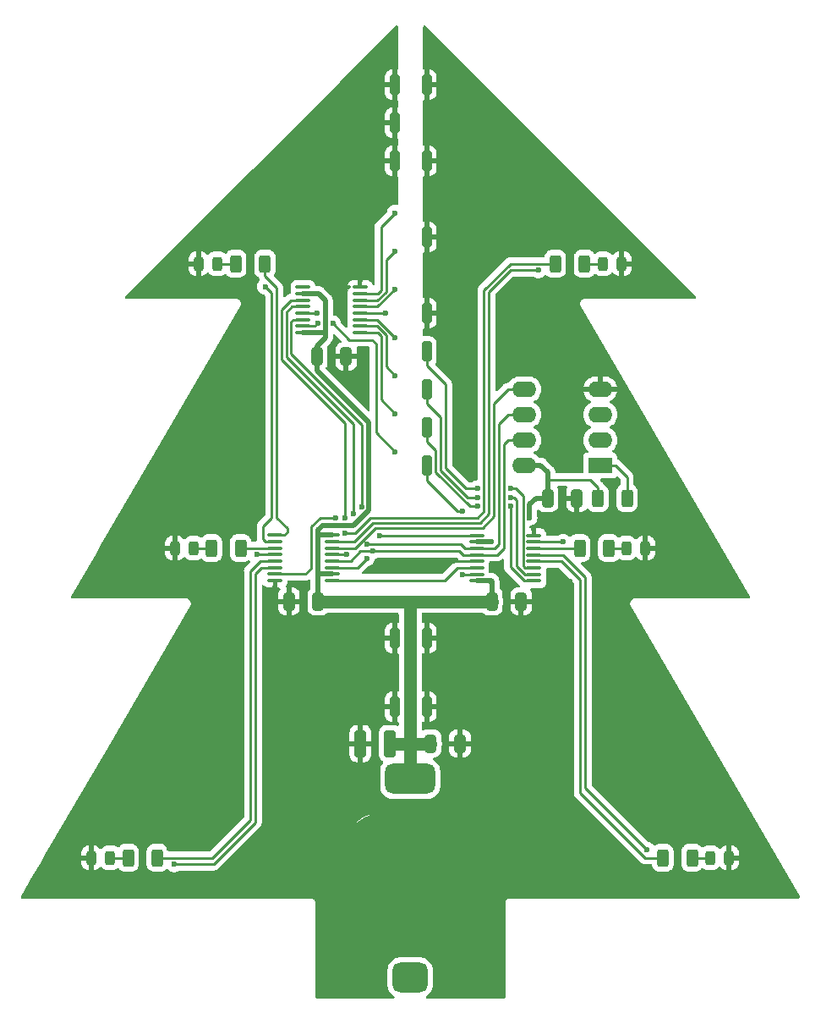
<source format=gtl>
%TF.GenerationSoftware,KiCad,Pcbnew,(6.0.9)*%
%TF.CreationDate,2022-12-10T14:06:51+01:00*%
%TF.ProjectId,PartoUno,50617274-6f55-46e6-9f2e-6b696361645f,rev?*%
%TF.SameCoordinates,Original*%
%TF.FileFunction,Copper,L1,Top*%
%TF.FilePolarity,Positive*%
%FSLAX46Y46*%
G04 Gerber Fmt 4.6, Leading zero omitted, Abs format (unit mm)*
G04 Created by KiCad (PCBNEW (6.0.9)) date 2022-12-10 14:06:51*
%MOMM*%
%LPD*%
G01*
G04 APERTURE LIST*
G04 Aperture macros list*
%AMRoundRect*
0 Rectangle with rounded corners*
0 $1 Rounding radius*
0 $2 $3 $4 $5 $6 $7 $8 $9 X,Y pos of 4 corners*
0 Add a 4 corners polygon primitive as box body*
4,1,4,$2,$3,$4,$5,$6,$7,$8,$9,$2,$3,0*
0 Add four circle primitives for the rounded corners*
1,1,$1+$1,$2,$3*
1,1,$1+$1,$4,$5*
1,1,$1+$1,$6,$7*
1,1,$1+$1,$8,$9*
0 Add four rect primitives between the rounded corners*
20,1,$1+$1,$2,$3,$4,$5,0*
20,1,$1+$1,$4,$5,$6,$7,0*
20,1,$1+$1,$6,$7,$8,$9,0*
20,1,$1+$1,$8,$9,$2,$3,0*%
G04 Aperture macros list end*
%TA.AperFunction,ComponentPad*%
%ADD10O,2.400000X1.600000*%
%TD*%
%TA.AperFunction,ComponentPad*%
%ADD11R,2.400000X1.600000*%
%TD*%
%TA.AperFunction,SMDPad,CuDef*%
%ADD12RoundRect,0.250000X-0.312500X-0.625000X0.312500X-0.625000X0.312500X0.625000X-0.312500X0.625000X0*%
%TD*%
%TA.AperFunction,SMDPad,CuDef*%
%ADD13RoundRect,0.750000X1.000000X-0.750000X1.000000X0.750000X-1.000000X0.750000X-1.000000X-0.750000X0*%
%TD*%
%TA.AperFunction,SMDPad,CuDef*%
%ADD14RoundRect,0.750000X1.750000X-0.750000X1.750000X0.750000X-1.750000X0.750000X-1.750000X-0.750000X0*%
%TD*%
%TA.AperFunction,SMDPad,CuDef*%
%ADD15RoundRect,3.000000X3.000000X-3.000000X3.000000X3.000000X-3.000000X3.000000X-3.000000X-3.000000X0*%
%TD*%
%TA.AperFunction,SMDPad,CuDef*%
%ADD16RoundRect,0.250000X-0.250000X-0.750000X0.250000X-0.750000X0.250000X0.750000X-0.250000X0.750000X0*%
%TD*%
%TA.AperFunction,SMDPad,CuDef*%
%ADD17RoundRect,0.243750X-0.243750X-0.456250X0.243750X-0.456250X0.243750X0.456250X-0.243750X0.456250X0*%
%TD*%
%TA.AperFunction,SMDPad,CuDef*%
%ADD18RoundRect,0.243750X0.243750X0.456250X-0.243750X0.456250X-0.243750X-0.456250X0.243750X-0.456250X0*%
%TD*%
%TA.AperFunction,SMDPad,CuDef*%
%ADD19RoundRect,0.250000X0.325000X1.100000X-0.325000X1.100000X-0.325000X-1.100000X0.325000X-1.100000X0*%
%TD*%
%TA.AperFunction,SMDPad,CuDef*%
%ADD20RoundRect,0.250000X0.325000X0.650000X-0.325000X0.650000X-0.325000X-0.650000X0.325000X-0.650000X0*%
%TD*%
%TA.AperFunction,SMDPad,CuDef*%
%ADD21RoundRect,0.250000X0.312500X0.625000X-0.312500X0.625000X-0.312500X-0.625000X0.312500X-0.625000X0*%
%TD*%
%TA.AperFunction,SMDPad,CuDef*%
%ADD22RoundRect,0.250000X-0.325000X-0.650000X0.325000X-0.650000X0.325000X0.650000X-0.325000X0.650000X0*%
%TD*%
%TA.AperFunction,SMDPad,CuDef*%
%ADD23RoundRect,0.100000X-0.637500X-0.100000X0.637500X-0.100000X0.637500X0.100000X-0.637500X0.100000X0*%
%TD*%
%TA.AperFunction,SMDPad,CuDef*%
%ADD24RoundRect,0.100000X0.637500X0.100000X-0.637500X0.100000X-0.637500X-0.100000X0.637500X-0.100000X0*%
%TD*%
%TA.AperFunction,ViaPad*%
%ADD25C,0.600000*%
%TD*%
%TA.AperFunction,Conductor*%
%ADD26C,0.254000*%
%TD*%
%TA.AperFunction,Conductor*%
%ADD27C,0.508000*%
%TD*%
%TA.AperFunction,Conductor*%
%ADD28C,1.270000*%
%TD*%
%TA.AperFunction,Conductor*%
%ADD29C,13.970000*%
%TD*%
G04 APERTURE END LIST*
D10*
%TO.P,U1,8,VCC*%
%TO.N,VCC*%
X151882000Y-99177000D03*
%TO.P,U1,7,PB2*%
%TO.N,/LATCH*%
X151882000Y-96637000D03*
%TO.P,U1,6,PB1*%
%TO.N,/CLK*%
X151882000Y-94097000D03*
%TO.P,U1,5,AREF/PB0*%
%TO.N,/DATA*%
X151882000Y-91557000D03*
%TO.P,U1,4,GND*%
%TO.N,GND*%
X159502000Y-91557000D03*
%TO.P,U1,3,XTAL2/PB4*%
%TO.N,unconnected-(U1-Pad3)*%
X159502000Y-94097000D03*
%TO.P,U1,2,XTAL1/PB3*%
%TO.N,unconnected-(U1-Pad2)*%
X159502000Y-96637000D03*
D11*
%TO.P,U1,1,~{RESET}/PB5*%
%TO.N,Net-(R25-Pad1)*%
X159502000Y-99177000D03*
%TD*%
D12*
%TO.P,R1,1*%
%TO.N,Net-(D1-Pad2)*%
X122997500Y-78994000D03*
%TO.P,R1,2*%
%TO.N,/RED1*%
X125922500Y-78994000D03*
%TD*%
D13*
%TO.P,BT1,1,+*%
%TO.N,VCC*%
X140462000Y-150412000D03*
D14*
X140462000Y-130512000D03*
D15*
%TO.P,BT1,2,-*%
%TO.N,GND*%
X140462000Y-140462000D03*
%TD*%
D16*
%TO.P,J7,1,Pin_1*%
%TO.N,/WHI4*%
X142113000Y-91567000D03*
%TD*%
%TO.P,J8,1,Pin_1*%
%TO.N,/YEL3*%
X142113000Y-87757000D03*
%TD*%
D17*
%TO.P,D21,1,K*%
%TO.N,GND*%
X108536500Y-138430000D03*
%TO.P,D21,2,A*%
%TO.N,Net-(D21-Pad2)*%
X110411500Y-138430000D03*
%TD*%
D16*
%TO.P,J10,1,Pin_1*%
%TO.N,/RED5*%
X142113000Y-99187000D03*
%TD*%
D12*
%TO.P,R9,1*%
%TO.N,Net-(D9-Pad2)*%
X120559100Y-107442000D03*
%TO.P,R9,2*%
%TO.N,/GRE4*%
X123484100Y-107442000D03*
%TD*%
D16*
%TO.P,J20,1,Pin_1*%
%TO.N,GND*%
X142113000Y-83947000D03*
%TD*%
D18*
%TO.P,D13,1,K*%
%TO.N,GND*%
X164005500Y-107442000D03*
%TO.P,D13,2,A*%
%TO.N,Net-(D13-Pad2)*%
X162130500Y-107442000D03*
%TD*%
D16*
%TO.P,J16,1,Pin_1*%
%TO.N,GND*%
X138938000Y-61087000D03*
%TD*%
%TO.P,J18,1,Pin_1*%
%TO.N,GND*%
X142113000Y-68707000D03*
%TD*%
%TO.P,J19,1,Pin_1*%
%TO.N,GND*%
X142113000Y-76327000D03*
%TD*%
%TO.P,J31,1,Pin_1*%
%TO.N,GND*%
X142113000Y-123317000D03*
%TD*%
D19*
%TO.P,C1,1*%
%TO.N,VCC*%
X138430000Y-127000000D03*
%TO.P,C1,2*%
%TO.N,GND*%
X135480000Y-127000000D03*
%TD*%
D17*
%TO.P,D1,1,K*%
%TO.N,GND*%
X119267500Y-78994000D03*
%TO.P,D1,2,A*%
%TO.N,Net-(D1-Pad2)*%
X121142500Y-78994000D03*
%TD*%
D16*
%TO.P,J30,1,Pin_1*%
%TO.N,GND*%
X142113000Y-116459000D03*
%TD*%
D20*
%TO.P,C4,1*%
%TO.N,VCC*%
X131269000Y-112776000D03*
%TO.P,C4,2*%
%TO.N,GND*%
X128319000Y-112776000D03*
%TD*%
D16*
%TO.P,J17,1,Pin_1*%
%TO.N,GND*%
X142113000Y-61087000D03*
%TD*%
D21*
%TO.P,R3,1*%
%TO.N,Net-(D3-Pad2)*%
X168696100Y-138430000D03*
%TO.P,R3,2*%
%TO.N,/RED3*%
X165771100Y-138430000D03*
%TD*%
D22*
%TO.P,C3,1*%
%TO.N,VCC*%
X142494000Y-127000000D03*
%TO.P,C3,2*%
%TO.N,GND*%
X145444000Y-127000000D03*
%TD*%
D16*
%TO.P,J28,1,Pin_1*%
%TO.N,GND*%
X138938000Y-116459000D03*
%TD*%
D23*
%TO.P,U2,1,QB*%
%TO.N,/RED1*%
X126931500Y-106142000D03*
%TO.P,U2,2,QC*%
%TO.N,/YEL2*%
X126931500Y-106792000D03*
%TO.P,U2,3,QD*%
%TO.N,/GRE4*%
X126931500Y-107442000D03*
%TO.P,U2,4,QE*%
%TO.N,/BLU5*%
X126931500Y-108092000D03*
%TO.P,U2,5,QF*%
%TO.N,/WHI1*%
X126931500Y-108742000D03*
%TO.P,U2,6,QG*%
%TO.N,/GRE5*%
X126931500Y-109392000D03*
%TO.P,U2,7,QH*%
%TO.N,/BLU3*%
X126931500Y-110042000D03*
%TO.P,U2,8,GND*%
%TO.N,GND*%
X126931500Y-110692000D03*
%TO.P,U2,9,QH'*%
%TO.N,Net-(U2-Pad9)*%
X132656500Y-110692000D03*
%TO.P,U2,10,~{SRCLR}*%
%TO.N,VCC*%
X132656500Y-110042000D03*
%TO.P,U2,11,SRCLK*%
%TO.N,/CLK*%
X132656500Y-109392000D03*
%TO.P,U2,12,RCLK*%
%TO.N,/LATCH*%
X132656500Y-108742000D03*
%TO.P,U2,13,~{OE}*%
%TO.N,GND*%
X132656500Y-108092000D03*
%TO.P,U2,14,SER*%
%TO.N,/DATA*%
X132656500Y-107442000D03*
%TO.P,U2,15,QA*%
%TO.N,/WHI2*%
X132656500Y-106792000D03*
%TO.P,U2,16,VCC*%
%TO.N,VCC*%
X132656500Y-106142000D03*
%TD*%
D12*
%TO.P,R21,1*%
%TO.N,Net-(D21-Pad2)*%
X112227900Y-138430000D03*
%TO.P,R21,2*%
%TO.N,/WHI1*%
X115152900Y-138430000D03*
%TD*%
D21*
%TO.P,R11,1*%
%TO.N,Net-(D13-Pad2)*%
X160364900Y-107442000D03*
%TO.P,R11,2*%
%TO.N,/YEL1*%
X157439900Y-107442000D03*
%TD*%
D22*
%TO.P,C6,1*%
%TO.N,VCC*%
X131113000Y-88265000D03*
%TO.P,C6,2*%
%TO.N,GND*%
X134063000Y-88265000D03*
%TD*%
D24*
%TO.P,U3,1,QB*%
%TO.N,/GRE1*%
X152849500Y-110733000D03*
%TO.P,U3,2,QC*%
%TO.N,/WHI4*%
X152849500Y-110083000D03*
%TO.P,U3,3,QD*%
%TO.N,/YEL3*%
X152849500Y-109433000D03*
%TO.P,U3,4,QE*%
%TO.N,/RED3*%
X152849500Y-108783000D03*
%TO.P,U3,5,QF*%
%TO.N,/BLU4*%
X152849500Y-108133000D03*
%TO.P,U3,6,QG*%
%TO.N,/YEL1*%
X152849500Y-107483000D03*
%TO.P,U3,7,QH*%
%TO.N,/RED2*%
X152849500Y-106833000D03*
%TO.P,U3,8,GND*%
%TO.N,GND*%
X152849500Y-106183000D03*
%TO.P,U3,9,QH'*%
%TO.N,Net-(U3-Pad9)*%
X147124500Y-106183000D03*
%TO.P,U3,10,~{SRCLR}*%
%TO.N,VCC*%
X147124500Y-106833000D03*
%TO.P,U3,11,SRCLK*%
%TO.N,/CLK*%
X147124500Y-107483000D03*
%TO.P,U3,12,RCLK*%
%TO.N,/LATCH*%
X147124500Y-108133000D03*
%TO.P,U3,13,~{OE}*%
%TO.N,GND*%
X147124500Y-108783000D03*
%TO.P,U3,14,SER*%
%TO.N,Net-(U2-Pad9)*%
X147124500Y-109433000D03*
%TO.P,U3,15,QA*%
%TO.N,/RED5*%
X147124500Y-110083000D03*
%TO.P,U3,16,VCC*%
%TO.N,VCC*%
X147124500Y-110733000D03*
%TD*%
D18*
%TO.P,D3,1,K*%
%TO.N,GND*%
X172387500Y-138430000D03*
%TO.P,D3,2,A*%
%TO.N,Net-(D3-Pad2)*%
X170512500Y-138430000D03*
%TD*%
D21*
%TO.P,R18,1*%
%TO.N,Net-(D18-Pad2)*%
X157926500Y-78994000D03*
%TO.P,R18,2*%
%TO.N,/BLU3*%
X155001500Y-78994000D03*
%TD*%
D16*
%TO.P,J14,1,Pin_1*%
%TO.N,GND*%
X138938000Y-68707000D03*
%TD*%
D18*
%TO.P,D18,1,K*%
%TO.N,GND*%
X161656500Y-78994000D03*
%TO.P,D18,2,A*%
%TO.N,Net-(D18-Pad2)*%
X159781500Y-78994000D03*
%TD*%
D22*
%TO.P,C2,2*%
%TO.N,GND*%
X157177000Y-102440000D03*
%TO.P,C2,1*%
%TO.N,VCC*%
X154227000Y-102440000D03*
%TD*%
D24*
%TO.P,U4,1,QB*%
%TO.N,/WHI3*%
X135450500Y-85897000D03*
%TO.P,U4,2,QC*%
%TO.N,/YEL5*%
X135450500Y-85247000D03*
%TO.P,U4,3,QD*%
%TO.N,/BLU1*%
X135450500Y-84597000D03*
%TO.P,U4,4,QE*%
%TO.N,/BLU2*%
X135450500Y-83947000D03*
%TO.P,U4,5,QF*%
%TO.N,/YEL4*%
X135450500Y-83297000D03*
%TO.P,U4,6,QG*%
%TO.N,/GRE2*%
X135450500Y-82647000D03*
%TO.P,U4,7,QH*%
%TO.N,/RED4*%
X135450500Y-81997000D03*
%TO.P,U4,8,GND*%
%TO.N,GND*%
X135450500Y-81347000D03*
%TO.P,U4,9,QH'*%
%TO.N,unconnected-(U4-Pad9)*%
X129725500Y-81347000D03*
%TO.P,U4,10,~{SRCLR}*%
%TO.N,VCC*%
X129725500Y-81997000D03*
%TO.P,U4,11,SRCLK*%
%TO.N,/CLK*%
X129725500Y-82647000D03*
%TO.P,U4,12,RCLK*%
%TO.N,/LATCH*%
X129725500Y-83297000D03*
%TO.P,U4,13,~{OE}*%
%TO.N,GND*%
X129725500Y-83947000D03*
%TO.P,U4,14,SER*%
%TO.N,Net-(U3-Pad9)*%
X129725500Y-84597000D03*
%TO.P,U4,15,QA*%
%TO.N,/GRE3*%
X129725500Y-85247000D03*
%TO.P,U4,16,VCC*%
%TO.N,VCC*%
X129725500Y-85897000D03*
%TD*%
D16*
%TO.P,J9,1,Pin_1*%
%TO.N,/GRE1*%
X142113000Y-95377000D03*
%TD*%
D21*
%TO.P,R25,2*%
%TO.N,VCC*%
X159254000Y-102440000D03*
%TO.P,R25,1*%
%TO.N,Net-(R25-Pad1)*%
X162179000Y-102440000D03*
%TD*%
D16*
%TO.P,J29,1,Pin_1*%
%TO.N,GND*%
X138938000Y-123317000D03*
%TD*%
%TO.P,J15,1,Pin_1*%
%TO.N,GND*%
X138938000Y-64897000D03*
%TD*%
D22*
%TO.P,C5,1*%
%TO.N,VCC*%
X148639000Y-112776000D03*
%TO.P,C5,2*%
%TO.N,GND*%
X151589000Y-112776000D03*
%TD*%
D17*
%TO.P,D9,1,K*%
%TO.N,GND*%
X116918500Y-107442000D03*
%TO.P,D9,2,A*%
%TO.N,Net-(D9-Pad2)*%
X118793500Y-107442000D03*
%TD*%
D25*
%TO.N,GND*%
X159512000Y-89789000D03*
X157353000Y-91567000D03*
%TO.N,VCC*%
X148590000Y-110744000D03*
X148590000Y-106807000D03*
X152400000Y-104394000D03*
%TO.N,GND*%
X159004000Y-110744000D03*
X143129000Y-61087000D03*
X143637000Y-124714000D03*
X123444000Y-131572000D03*
X137922000Y-64897000D03*
X156464000Y-110744000D03*
X137922000Y-68707000D03*
X150876000Y-137922000D03*
X159004000Y-118364000D03*
X137541000Y-119634000D03*
X146685000Y-92456000D03*
X123444000Y-134112000D03*
X134086600Y-108092000D03*
X123444000Y-129032000D03*
X123444000Y-111252000D03*
X128319000Y-111330000D03*
X157226000Y-104267000D03*
X137541000Y-124714000D03*
X125984000Y-126492000D03*
X127127000Y-112776000D03*
X137922000Y-61087000D03*
X151638000Y-114300000D03*
X146685000Y-84836000D03*
X125476000Y-90551000D03*
X145542000Y-131064000D03*
X128778000Y-80137000D03*
X135001000Y-114554000D03*
X125984000Y-134112000D03*
X146685000Y-82296000D03*
X125984000Y-118872000D03*
X125476000Y-93091000D03*
X115570000Y-107442000D03*
X149479000Y-84836000D03*
X156464000Y-118364000D03*
X159004000Y-128524000D03*
X162433000Y-138633200D03*
X152849500Y-105478500D03*
X135382000Y-88265000D03*
X125476000Y-95631000D03*
X137541000Y-122174000D03*
X117919000Y-78994000D03*
X133096000Y-132842000D03*
X156464000Y-123444000D03*
X131165600Y-83947000D03*
X121666000Y-140081000D03*
X121793000Y-135763000D03*
X126931500Y-111447500D03*
X156464000Y-131064000D03*
X161671000Y-133604000D03*
X145796000Y-93116400D03*
X130048000Y-137922000D03*
X145796000Y-98196400D03*
X143637000Y-117094000D03*
X116332000Y-140081000D03*
X125984000Y-129032000D03*
X116332000Y-137414000D03*
X135450500Y-80632500D03*
X159004000Y-115824000D03*
X146685000Y-87376000D03*
X149479000Y-87376000D03*
X125984000Y-113792000D03*
X118872000Y-137414000D03*
X156464000Y-128524000D03*
X147828000Y-132842000D03*
X164211000Y-136144000D03*
X157480000Y-133553200D03*
X159004000Y-131064000D03*
X143637000Y-114554000D03*
X125476000Y-100711000D03*
X125476000Y-103251000D03*
X123444000Y-113792000D03*
X151003000Y-76454000D03*
X145796000Y-95656400D03*
X143637000Y-122174000D03*
X131064000Y-135382000D03*
X135382000Y-131064000D03*
X125476000Y-88011000D03*
X156464000Y-115824000D03*
X123444000Y-116332000D03*
X125476000Y-85471000D03*
X123825000Y-137541000D03*
X123444000Y-126492000D03*
X149479000Y-82296000D03*
X143637000Y-119634000D03*
X123444000Y-118872000D03*
X125984000Y-131572000D03*
X131318000Y-80137000D03*
X159004000Y-113284000D03*
X125984000Y-116332000D03*
X159004000Y-120904000D03*
X156464000Y-120904000D03*
X137541000Y-114554000D03*
X159004000Y-123444000D03*
X156464000Y-113284000D03*
X133858000Y-80137000D03*
X165354000Y-107442000D03*
X125984000Y-121412000D03*
X129794000Y-140462000D03*
X132461000Y-114554000D03*
X137541000Y-117094000D03*
X118872000Y-140081000D03*
X123444000Y-121412000D03*
X144780000Y-108783000D03*
X159004000Y-125984000D03*
X156464000Y-125984000D03*
X153797000Y-80772000D03*
X173736000Y-138430000D03*
X143129000Y-76327000D03*
X107188000Y-138430000D03*
X149860000Y-135382000D03*
X143129000Y-83947000D03*
X125984000Y-123952000D03*
X136398000Y-80137000D03*
X143129000Y-68707000D03*
X125476000Y-82931000D03*
X146685000Y-89916000D03*
X151130000Y-140462000D03*
X135382000Y-90932000D03*
X160020000Y-136093200D03*
X125476000Y-98171000D03*
X123444000Y-123952000D03*
X163005000Y-78994000D03*
X149479000Y-89916000D03*
%TO.N,/RED2*%
X155804200Y-106833000D03*
%TO.N,/RED4*%
X138938000Y-73914000D03*
%TO.N,/RED5*%
X145669000Y-103759000D03*
X145669000Y-110109000D03*
%TO.N,/GRE1*%
X150495000Y-103251000D03*
X147193000Y-103251000D03*
%TO.N,/GRE2*%
X138938000Y-77724000D03*
%TO.N,/GRE3*%
X138938000Y-97790000D03*
X132715000Y-84963000D03*
X131191000Y-84963000D03*
%TO.N,/GRE5*%
X116840000Y-139065000D03*
%TO.N,/YEL4*%
X138938000Y-81534000D03*
%TO.N,/YEL5*%
X138938000Y-90170000D03*
%TO.N,/YEL2*%
X125938500Y-81280000D03*
%TO.N,/BLU1*%
X138938000Y-86360000D03*
%TO.N,/BLU2*%
X138023600Y-83972400D03*
%TO.N,/BLU3*%
X133959600Y-105918000D03*
X132994400Y-104394000D03*
%TO.N,/BLU4*%
X164185600Y-137617200D03*
%TO.N,/BLU5*%
X125110000Y-108092000D03*
%TO.N,/WHI2*%
X153289000Y-79629000D03*
%TO.N,/WHI3*%
X138938000Y-93980000D03*
%TO.N,/WHI4*%
X150495000Y-102362000D03*
X147193000Y-102362000D03*
%TO.N,/LATCH*%
X136753600Y-107746800D03*
X134772400Y-103987600D03*
%TO.N,/CLK*%
X136128984Y-107071384D03*
X136123700Y-108463100D03*
X133908800Y-104394000D03*
%TO.N,Net-(U3-Pad9)*%
X137388600Y-106172000D03*
X135610600Y-103301800D03*
%TO.N,/YEL3*%
X150495000Y-101473000D03*
X147193000Y-101473000D03*
%TD*%
D26*
%TO.N,GND*%
X126931500Y-111447500D02*
X126931500Y-110692000D01*
D27*
X159502000Y-89799000D02*
X159512000Y-89789000D01*
X159502000Y-91557000D02*
X159502000Y-89799000D01*
X157363000Y-91557000D02*
X157353000Y-91567000D01*
X159502000Y-91557000D02*
X157363000Y-91557000D01*
D26*
%TO.N,VCC*%
X158496000Y-100584000D02*
X159254000Y-101342000D01*
X154227000Y-100584000D02*
X158496000Y-100584000D01*
X159254000Y-101342000D02*
X159254000Y-102440000D01*
D27*
X154227000Y-99871000D02*
X153533000Y-99177000D01*
X154227000Y-100330000D02*
X154227000Y-99871000D01*
X154227000Y-102440000D02*
X154227000Y-100330000D01*
X153533000Y-99177000D02*
X151882000Y-99177000D01*
D26*
%TO.N,Net-(R25-Pad1)*%
X161026000Y-99177000D02*
X159502000Y-99177000D01*
X162179000Y-100330000D02*
X161026000Y-99177000D01*
X162179000Y-102440000D02*
X162179000Y-100330000D01*
%TO.N,GND*%
X157226000Y-104267000D02*
X157226000Y-102489000D01*
%TO.N,/DATA*%
X148844000Y-104267000D02*
X148844000Y-92964000D01*
X137007600Y-105410000D02*
X147701000Y-105410000D01*
X134975600Y-107442000D02*
X137007600Y-105410000D01*
X148844000Y-92964000D02*
X150251000Y-91557000D01*
X150251000Y-91557000D02*
X152136000Y-91557000D01*
X132631100Y-107442000D02*
X134975600Y-107442000D01*
X147701000Y-105410000D02*
X148844000Y-104267000D01*
%TO.N,/CLK*%
X150251000Y-94097000D02*
X152136000Y-94097000D01*
X149352000Y-107061000D02*
X149352000Y-94996000D01*
X149352000Y-94996000D02*
X150251000Y-94097000D01*
X147124500Y-107483000D02*
X148930000Y-107483000D01*
X148930000Y-107483000D02*
X149352000Y-107061000D01*
%TO.N,/LATCH*%
X149169000Y-108133000D02*
X147124500Y-108133000D01*
X149860000Y-97028000D02*
X149860000Y-107442000D01*
X150251000Y-96637000D02*
X149860000Y-97028000D01*
X149860000Y-107442000D02*
X149169000Y-108133000D01*
X152136000Y-96637000D02*
X150251000Y-96637000D01*
D27*
%TO.N,VCC*%
X152400000Y-103124000D02*
X152400000Y-104394000D01*
D26*
%TO.N,/WHI2*%
X147447000Y-104902000D02*
X136753600Y-104902000D01*
X148336000Y-104013000D02*
X147447000Y-104902000D01*
X148336000Y-81788000D02*
X148336000Y-104013000D01*
X134863600Y-106792000D02*
X132631100Y-106792000D01*
X150495000Y-79629000D02*
X148336000Y-81788000D01*
X153289000Y-79629000D02*
X150495000Y-79629000D01*
X136753600Y-104902000D02*
X134863600Y-106792000D01*
%TO.N,/BLU3*%
X150495000Y-78994000D02*
X155001500Y-78994000D01*
X147828000Y-103759000D02*
X147828000Y-81661000D01*
X147193000Y-104394000D02*
X147828000Y-103759000D01*
X136499600Y-104394000D02*
X147193000Y-104394000D01*
X134975600Y-105918000D02*
X136499600Y-104394000D01*
X147828000Y-81661000D02*
X150495000Y-78994000D01*
X133959600Y-105918000D02*
X134975600Y-105918000D01*
D27*
%TO.N,VCC*%
X153035000Y-102440000D02*
X152400000Y-103075000D01*
X153973000Y-102440000D02*
X153035000Y-102440000D01*
D28*
X140462000Y-127000000D02*
X140462000Y-112776000D01*
D27*
X148639000Y-110793000D02*
X148639000Y-112776000D01*
D28*
X140500000Y-130474000D02*
X140500000Y-127000000D01*
D27*
X131953000Y-85897000D02*
X129725500Y-85897000D01*
X148579000Y-110733000D02*
X148639000Y-110793000D01*
X131953000Y-86360000D02*
X131953000Y-82677000D01*
X131113000Y-87200000D02*
X131953000Y-86360000D01*
X132656500Y-110042000D02*
X131318000Y-110042000D01*
X131273000Y-81997000D02*
X129725500Y-81997000D01*
X131271000Y-105584000D02*
X131699000Y-105156000D01*
X148590000Y-106807000D02*
X148564000Y-106833000D01*
X147124500Y-110733000D02*
X148579000Y-110733000D01*
D28*
X140462000Y-127000000D02*
X142494000Y-127000000D01*
D27*
X131953000Y-82677000D02*
X131273000Y-81997000D01*
X131113000Y-89711000D02*
X131113000Y-87200000D01*
X131271000Y-112649000D02*
X131271000Y-105584000D01*
D28*
X140462000Y-127000000D02*
X138430000Y-127000000D01*
D27*
X148564000Y-106833000D02*
X147124500Y-106833000D01*
D28*
X140462000Y-130512000D02*
X140500000Y-130474000D01*
D27*
X136296400Y-94894400D02*
X131113000Y-89711000D01*
X131673600Y-105156000D02*
X134823200Y-105156000D01*
D28*
X148639000Y-112776000D02*
X131398000Y-112776000D01*
D27*
X132656500Y-106142000D02*
X131318000Y-106142000D01*
X136296400Y-103682800D02*
X136296400Y-94894400D01*
X134823200Y-105156000D02*
X136296400Y-103682800D01*
D26*
%TO.N,GND*%
X107188000Y-138430000D02*
X108536500Y-138430000D01*
X142113000Y-76327000D02*
X143129000Y-76327000D01*
X131165600Y-83947000D02*
X129725500Y-83947000D01*
X134086600Y-108092000D02*
X132631100Y-108092000D01*
X142113000Y-68707000D02*
X143129000Y-68707000D01*
X161656500Y-78994000D02*
X163005000Y-78994000D01*
X138938000Y-64897000D02*
X137922000Y-64897000D01*
X172387500Y-138430000D02*
X173736000Y-138430000D01*
X135450500Y-80632500D02*
X135450500Y-81347000D01*
X152849500Y-105478500D02*
X152849500Y-106183000D01*
X144780000Y-108783000D02*
X147124500Y-108783000D01*
X135382000Y-88265000D02*
X133938000Y-88265000D01*
X151638000Y-112825000D02*
X151589000Y-112776000D01*
X119267500Y-78994000D02*
X117919000Y-78994000D01*
X151638000Y-114300000D02*
X151638000Y-112825000D01*
X138938000Y-61087000D02*
X137922000Y-61087000D01*
D29*
X142250000Y-140462000D02*
X139202000Y-140462000D01*
D26*
X116918500Y-107442000D02*
X115570000Y-107442000D01*
X128319000Y-112776000D02*
X127127000Y-112776000D01*
X138938000Y-68707000D02*
X137922000Y-68707000D01*
X128319000Y-111330000D02*
X128319000Y-112776000D01*
X142113000Y-83947000D02*
X143129000Y-83947000D01*
X142113000Y-61087000D02*
X143129000Y-61087000D01*
X165354000Y-107442000D02*
X164005500Y-107442000D01*
%TO.N,/RED1*%
X128143000Y-105473500D02*
X127101600Y-104432100D01*
X127101600Y-81381600D02*
X125922500Y-80202500D01*
X126931500Y-106142000D02*
X127855500Y-106142000D01*
X127855500Y-106142000D02*
X128143000Y-105854500D01*
X127101600Y-104432100D02*
X127101600Y-81381600D01*
X128143000Y-105854500D02*
X128143000Y-105473500D01*
X125922500Y-80202500D02*
X125922500Y-78994000D01*
%TO.N,/RED2*%
X155804200Y-106833000D02*
X152849500Y-106833000D01*
%TO.N,/RED3*%
X157480000Y-110642400D02*
X157480000Y-131927600D01*
X152849500Y-108783000D02*
X155620600Y-108783000D01*
X157480000Y-131927600D02*
X163982400Y-138430000D01*
X163982400Y-138430000D02*
X165771100Y-138430000D01*
X155620600Y-108783000D02*
X157480000Y-110642400D01*
%TO.N,/RED4*%
X137205000Y-81997000D02*
X135450500Y-81997000D01*
X137541000Y-81661000D02*
X137205000Y-81997000D01*
X138938000Y-73914000D02*
X137541000Y-75311000D01*
X137541000Y-75311000D02*
X137541000Y-81661000D01*
%TO.N,/RED5*%
X142113000Y-100711000D02*
X142113000Y-99314000D01*
X145695000Y-110083000D02*
X145669000Y-110109000D01*
X147124500Y-110083000D02*
X145695000Y-110083000D01*
X145669000Y-103759000D02*
X145161000Y-103759000D01*
X145161000Y-103759000D02*
X142113000Y-100711000D01*
%TO.N,/GRE1*%
X151881000Y-110733000D02*
X152849500Y-110733000D01*
X143002000Y-99822000D02*
X143002000Y-97663000D01*
X147193000Y-103251000D02*
X146431000Y-103251000D01*
X142113000Y-96774000D02*
X142113000Y-95377000D01*
X150495000Y-103296500D02*
X150495000Y-109347000D01*
X150495000Y-109347000D02*
X151881000Y-110733000D01*
X146431000Y-103251000D02*
X143002000Y-99822000D01*
X143002000Y-97663000D02*
X142113000Y-96774000D01*
%TO.N,/GRE2*%
X137190000Y-82647000D02*
X135450500Y-82647000D01*
X138049000Y-78613000D02*
X138049000Y-81788000D01*
X138938000Y-77724000D02*
X138049000Y-78613000D01*
X138049000Y-81788000D02*
X137190000Y-82647000D01*
%TO.N,/GRE3*%
X131191000Y-84963000D02*
X130907000Y-85247000D01*
X137033000Y-86995000D02*
X136652000Y-86614000D01*
X138938000Y-97790000D02*
X137033000Y-95885000D01*
X130907000Y-85247000D02*
X129725500Y-85247000D01*
X136652000Y-86614000D02*
X134366000Y-86614000D01*
X134366000Y-86614000D02*
X132715000Y-84963000D01*
X137033000Y-95885000D02*
X137033000Y-86995000D01*
%TO.N,/GRE4*%
X126931500Y-107442000D02*
X123484100Y-107442000D01*
%TO.N,/GRE5*%
X120777000Y-139065000D02*
X124968000Y-134874000D01*
X124968000Y-109982000D02*
X125558000Y-109392000D01*
X125558000Y-109392000D02*
X126931500Y-109392000D01*
X124968000Y-134874000D02*
X124968000Y-109982000D01*
X116840000Y-139065000D02*
X120777000Y-139065000D01*
%TO.N,/YEL4*%
X135450500Y-83297000D02*
X137175000Y-83297000D01*
X137175000Y-83297000D02*
X138938000Y-81534000D01*
%TO.N,/YEL5*%
X138938000Y-90170000D02*
X138049000Y-89281000D01*
X138049000Y-86106000D02*
X137190000Y-85247000D01*
X137190000Y-85247000D02*
X135450500Y-85247000D01*
X138049000Y-89281000D02*
X138049000Y-86106000D01*
%TO.N,/YEL1*%
X152849500Y-107483000D02*
X152890500Y-107442000D01*
X152890500Y-107442000D02*
X157439900Y-107442000D01*
%TO.N,/YEL2*%
X125730000Y-105283000D02*
X125730000Y-106578400D01*
X125730000Y-106578400D02*
X125943600Y-106792000D01*
X126593600Y-104419400D02*
X125730000Y-105283000D01*
X126593600Y-81935100D02*
X126593600Y-104419400D01*
X125943600Y-106792000D02*
X126931500Y-106792000D01*
X125938500Y-81280000D02*
X126593600Y-81935100D01*
%TO.N,/BLU1*%
X137175000Y-84597000D02*
X138938000Y-86360000D01*
X135450500Y-84597000D02*
X137175000Y-84597000D01*
%TO.N,/BLU2*%
X135450500Y-83947000D02*
X138023600Y-83947000D01*
X138023600Y-83947000D02*
X138023600Y-83972400D01*
%TO.N,/BLU3*%
X130556000Y-105283000D02*
X130556000Y-109474000D01*
X132994400Y-104394000D02*
X131419600Y-104394000D01*
X131445000Y-104394000D02*
X130556000Y-105283000D01*
X129988000Y-110042000D02*
X126931500Y-110042000D01*
X130556000Y-109474000D02*
X129988000Y-110042000D01*
%TO.N,/BLU4*%
X164185600Y-137617200D02*
X157988000Y-131419600D01*
X157988000Y-131419600D02*
X157988000Y-110337600D01*
X157988000Y-110337600D02*
X155783400Y-108133000D01*
X155783400Y-108133000D02*
X152849500Y-108133000D01*
%TO.N,/BLU5*%
X125110000Y-108092000D02*
X126931500Y-108092000D01*
%TO.N,/WHI1*%
X120650000Y-138430000D02*
X115152900Y-138430000D01*
X125446000Y-108742000D02*
X124460000Y-109728000D01*
X124460000Y-134620000D02*
X120650000Y-138430000D01*
X124460000Y-109728000D02*
X124460000Y-134620000D01*
X126931500Y-108742000D02*
X125446000Y-108742000D01*
%TO.N,/WHI3*%
X137205000Y-85897000D02*
X137541000Y-86233000D01*
X137541000Y-86233000D02*
X137541000Y-92583000D01*
X135450500Y-85897000D02*
X137205000Y-85897000D01*
X137541000Y-92583000D02*
X138938000Y-93980000D01*
%TO.N,/WHI4*%
X151130000Y-109220000D02*
X151993000Y-110083000D01*
X147193000Y-102362000D02*
X146177000Y-102362000D01*
X150622000Y-102362000D02*
X150876000Y-102362000D01*
X143510000Y-94361000D02*
X142113000Y-92964000D01*
X151130000Y-102616000D02*
X151130000Y-109220000D01*
X142113000Y-92964000D02*
X142113000Y-91567000D01*
X150876000Y-102362000D02*
X151130000Y-102616000D01*
X151993000Y-110083000D02*
X152849500Y-110083000D01*
X143510000Y-99695000D02*
X143510000Y-94361000D01*
X146177000Y-102362000D02*
X143510000Y-99695000D01*
%TO.N,/LATCH*%
X136753600Y-107746800D02*
X145386892Y-107746800D01*
X134772400Y-95021400D02*
X128066800Y-88315800D01*
X136753600Y-107746800D02*
X135496300Y-107746800D01*
X145773092Y-108133000D02*
X147124500Y-108133000D01*
X145386892Y-107746800D02*
X145773092Y-108133000D01*
X135496300Y-107746800D02*
X134501100Y-108742000D01*
X128640600Y-83297000D02*
X129725500Y-83297000D01*
X128066800Y-83870800D02*
X128640600Y-83297000D01*
X134772400Y-103987600D02*
X134772400Y-95021400D01*
X128066800Y-88315800D02*
X128066800Y-83870800D01*
X134501100Y-108742000D02*
X132631100Y-108742000D01*
%TO.N,/CLK*%
X145542000Y-107061000D02*
X145964000Y-107483000D01*
X136139368Y-107061000D02*
X145542000Y-107061000D01*
X145964000Y-107483000D02*
X147124500Y-107483000D01*
X136123700Y-108463100D02*
X135194800Y-109392000D01*
X127609600Y-83566000D02*
X128528600Y-82647000D01*
X133908800Y-104394000D02*
X133908800Y-94919800D01*
X127609600Y-88620600D02*
X127609600Y-83566000D01*
X133908800Y-94919800D02*
X127609600Y-88620600D01*
X136128984Y-107071384D02*
X136139368Y-107061000D01*
X128528600Y-82647000D02*
X129725500Y-82647000D01*
X135194800Y-109392000D02*
X132631100Y-109392000D01*
%TO.N,Net-(D1-Pad2)*%
X121142500Y-78994000D02*
X122936000Y-78994000D01*
%TO.N,Net-(D3-Pad2)*%
X168806500Y-138430000D02*
X170512500Y-138430000D01*
%TO.N,Net-(D9-Pad2)*%
X118793500Y-107442000D02*
X120587000Y-107442000D01*
%TO.N,Net-(D13-Pad2)*%
X160337000Y-107442000D02*
X162130500Y-107442000D01*
%TO.N,Net-(D18-Pad2)*%
X157988000Y-78994000D02*
X159781500Y-78994000D01*
%TO.N,Net-(D21-Pad2)*%
X110411500Y-138430000D02*
X112205000Y-138430000D01*
%TO.N,Net-(U2-Pad9)*%
X132656500Y-110692000D02*
X143943000Y-110692000D01*
X143943000Y-110692000D02*
X145202000Y-109433000D01*
X145202000Y-109433000D02*
X147124500Y-109433000D01*
%TO.N,Net-(U3-Pad9)*%
X135610600Y-103301800D02*
X135610600Y-95097600D01*
X137388600Y-106172000D02*
X137399600Y-106183000D01*
X135610600Y-95097600D02*
X128524000Y-88011000D01*
X137399600Y-106183000D02*
X147124500Y-106183000D01*
X128524000Y-88011000D02*
X128524000Y-84821000D01*
X128748000Y-84597000D02*
X129725500Y-84597000D01*
X128524000Y-84821000D02*
X128748000Y-84597000D01*
%TO.N,/YEL3*%
X151765000Y-109220000D02*
X151978000Y-109433000D01*
X151978000Y-109433000D02*
X152849500Y-109433000D01*
X144018000Y-99441000D02*
X144018000Y-91059000D01*
X147193000Y-101473000D02*
X146050000Y-101473000D01*
X144018000Y-91059000D02*
X142113000Y-89154000D01*
X151765000Y-102235000D02*
X151765000Y-109220000D01*
X146050000Y-101473000D02*
X144018000Y-99441000D01*
X150495000Y-101473000D02*
X151003000Y-101473000D01*
X151003000Y-101473000D02*
X151765000Y-102235000D01*
X142113000Y-89154000D02*
X142113000Y-87757000D01*
%TD*%
%TA.AperFunction,Conductor*%
%TO.N,GND*%
G36*
X141967012Y-55186593D02*
G01*
X141973595Y-55192722D01*
X169057277Y-82276405D01*
X169091303Y-82338717D01*
X169086238Y-82409532D01*
X169043691Y-82466368D01*
X168977171Y-82491179D01*
X168968182Y-82491500D01*
X158015794Y-82491500D01*
X158009872Y-82491361D01*
X158006004Y-82491179D01*
X157951150Y-82488598D01*
X157942429Y-82490709D01*
X157942427Y-82490709D01*
X157909744Y-82498620D01*
X157897969Y-82500882D01*
X157855813Y-82506920D01*
X157846318Y-82511237D01*
X157844336Y-82512138D01*
X157821834Y-82519899D01*
X157809580Y-82522865D01*
X157801802Y-82527339D01*
X157801799Y-82527340D01*
X157772656Y-82544102D01*
X157761989Y-82549579D01*
X157731393Y-82563491D01*
X157723218Y-82567208D01*
X157713668Y-82575437D01*
X157694244Y-82589204D01*
X157683318Y-82595488D01*
X157653832Y-82626242D01*
X157645143Y-82634482D01*
X157612873Y-82662287D01*
X157607993Y-82669816D01*
X157607990Y-82669819D01*
X157606012Y-82672870D01*
X157591238Y-82691529D01*
X157582514Y-82700629D01*
X157562848Y-82738417D01*
X157556817Y-82748771D01*
X157533648Y-82784515D01*
X157530035Y-82796596D01*
X157521089Y-82818658D01*
X157515271Y-82829837D01*
X157507000Y-82871633D01*
X157504122Y-82883245D01*
X157491914Y-82924066D01*
X157491859Y-82933041D01*
X157491859Y-82933042D01*
X157491837Y-82936673D01*
X157489442Y-82960361D01*
X157486996Y-82972723D01*
X157487795Y-82981663D01*
X157490786Y-83015141D01*
X157491284Y-83027124D01*
X157491217Y-83038150D01*
X157491024Y-83069721D01*
X157493490Y-83078350D01*
X157493491Y-83078355D01*
X157494488Y-83081844D01*
X157498838Y-83105247D01*
X157499960Y-83117803D01*
X157515372Y-83157115D01*
X157515508Y-83157463D01*
X157519349Y-83168827D01*
X157528584Y-83201141D01*
X157528585Y-83201144D01*
X157531051Y-83209771D01*
X157535839Y-83217360D01*
X157535841Y-83217364D01*
X157564634Y-83262999D01*
X157566908Y-83266745D01*
X174504147Y-112302012D01*
X174521194Y-112370932D01*
X174498274Y-112438127D01*
X174442664Y-112482264D01*
X174395311Y-112491500D01*
X163015794Y-112491500D01*
X163009872Y-112491361D01*
X163007864Y-112491267D01*
X162951150Y-112488598D01*
X162942429Y-112490709D01*
X162942427Y-112490709D01*
X162909744Y-112498620D01*
X162897969Y-112500882D01*
X162855813Y-112506920D01*
X162844572Y-112512031D01*
X162844336Y-112512138D01*
X162821834Y-112519899D01*
X162809580Y-112522865D01*
X162801802Y-112527339D01*
X162801799Y-112527340D01*
X162772656Y-112544102D01*
X162761989Y-112549579D01*
X162731393Y-112563491D01*
X162723218Y-112567208D01*
X162713668Y-112575437D01*
X162694244Y-112589204D01*
X162683318Y-112595488D01*
X162653832Y-112626242D01*
X162645143Y-112634482D01*
X162612873Y-112662287D01*
X162607993Y-112669816D01*
X162607990Y-112669819D01*
X162606012Y-112672870D01*
X162591238Y-112691529D01*
X162591094Y-112691680D01*
X162582514Y-112700629D01*
X162562848Y-112738417D01*
X162556817Y-112748771D01*
X162533648Y-112784515D01*
X162530035Y-112796596D01*
X162521089Y-112818658D01*
X162515271Y-112829837D01*
X162507000Y-112871633D01*
X162504122Y-112883245D01*
X162491914Y-112924066D01*
X162491859Y-112933041D01*
X162491859Y-112933042D01*
X162491837Y-112936673D01*
X162489442Y-112960361D01*
X162486996Y-112972723D01*
X162487795Y-112981663D01*
X162490786Y-113015141D01*
X162491284Y-113027124D01*
X162491249Y-113032876D01*
X162491024Y-113069721D01*
X162493490Y-113078350D01*
X162493491Y-113078355D01*
X162494488Y-113081844D01*
X162498838Y-113105247D01*
X162499960Y-113117803D01*
X162503236Y-113126159D01*
X162503236Y-113126160D01*
X162515508Y-113157463D01*
X162519349Y-113168827D01*
X162528584Y-113201141D01*
X162528585Y-113201144D01*
X162531051Y-113209771D01*
X162535839Y-113217360D01*
X162535841Y-113217364D01*
X162564634Y-113262999D01*
X162566908Y-113266745D01*
X179504147Y-142302012D01*
X179521194Y-142370932D01*
X179498274Y-142438127D01*
X179442664Y-142482264D01*
X179395311Y-142491500D01*
X150508623Y-142491500D01*
X150507853Y-142491498D01*
X150507037Y-142491493D01*
X150430279Y-142491024D01*
X150407918Y-142497415D01*
X150401847Y-142499150D01*
X150385085Y-142502728D01*
X150355813Y-142506920D01*
X150347645Y-142510634D01*
X150347644Y-142510634D01*
X150332438Y-142517548D01*
X150314914Y-142523996D01*
X150290229Y-142531051D01*
X150282635Y-142535843D01*
X150282632Y-142535844D01*
X150265220Y-142546830D01*
X150250137Y-142554969D01*
X150223218Y-142567208D01*
X150216416Y-142573069D01*
X150203765Y-142583970D01*
X150188761Y-142595073D01*
X150167042Y-142608776D01*
X150161103Y-142615501D01*
X150161099Y-142615504D01*
X150147468Y-142630938D01*
X150135276Y-142642982D01*
X150119673Y-142656427D01*
X150119671Y-142656430D01*
X150112873Y-142662287D01*
X150107993Y-142669816D01*
X150107992Y-142669817D01*
X150098906Y-142683835D01*
X150087615Y-142698709D01*
X150076569Y-142711217D01*
X150070622Y-142717951D01*
X150062548Y-142735148D01*
X150058058Y-142744711D01*
X150049737Y-142759691D01*
X150038529Y-142776983D01*
X150038527Y-142776988D01*
X150033648Y-142784515D01*
X150031078Y-142793108D01*
X150031076Y-142793113D01*
X150026289Y-142809120D01*
X150019628Y-142826564D01*
X150014752Y-142836950D01*
X150008719Y-142849800D01*
X150007338Y-142858667D01*
X150007338Y-142858668D01*
X150004170Y-142879015D01*
X150000387Y-142895732D01*
X149994485Y-142915466D01*
X149994484Y-142915472D01*
X149991914Y-142924066D01*
X149991859Y-142933037D01*
X149991859Y-142933038D01*
X149991704Y-142958497D01*
X149991671Y-142959289D01*
X149991500Y-142960386D01*
X149991500Y-142991377D01*
X149991498Y-142992147D01*
X149991024Y-143069721D01*
X149991408Y-143071065D01*
X149991500Y-143072410D01*
X149991500Y-152365500D01*
X149971498Y-152433621D01*
X149917842Y-152480114D01*
X149865500Y-152491500D01*
X142155680Y-152491500D01*
X142087559Y-152471498D01*
X142041066Y-152417842D01*
X142030962Y-152347568D01*
X142060456Y-152282988D01*
X142088378Y-152260056D01*
X142088055Y-152259591D01*
X142272527Y-152131380D01*
X142431380Y-151972527D01*
X142559591Y-151788055D01*
X142653110Y-151583794D01*
X142708978Y-151366200D01*
X142720500Y-151224542D01*
X142720500Y-149599458D01*
X142708978Y-149457800D01*
X142653110Y-149240206D01*
X142559591Y-149035945D01*
X142431380Y-148851473D01*
X142272527Y-148692620D01*
X142088055Y-148564409D01*
X141883794Y-148470890D01*
X141666200Y-148415022D01*
X141612295Y-148410638D01*
X141527092Y-148403707D01*
X141527082Y-148403707D01*
X141524542Y-148403500D01*
X139399458Y-148403500D01*
X139396918Y-148403707D01*
X139396908Y-148403707D01*
X139311705Y-148410638D01*
X139257800Y-148415022D01*
X139040206Y-148470890D01*
X138835945Y-148564409D01*
X138651473Y-148692620D01*
X138492620Y-148851473D01*
X138364409Y-149035945D01*
X138270890Y-149240206D01*
X138215022Y-149457800D01*
X138203500Y-149599458D01*
X138203500Y-151224542D01*
X138215022Y-151366200D01*
X138270890Y-151583794D01*
X138364409Y-151788055D01*
X138492620Y-151972527D01*
X138651473Y-152131380D01*
X138835945Y-152259591D01*
X138835195Y-152260670D01*
X138880008Y-152307175D01*
X138893811Y-152376817D01*
X138867771Y-152442866D01*
X138810156Y-152484352D01*
X138768320Y-152491500D01*
X131134500Y-152491500D01*
X131066379Y-152471498D01*
X131019886Y-152417842D01*
X131008500Y-152365500D01*
X131008500Y-143568063D01*
X133954001Y-143568063D01*
X133954072Y-143571076D01*
X133964462Y-143789457D01*
X133965075Y-143795720D01*
X134019051Y-144159049D01*
X134020389Y-144165628D01*
X134112619Y-144520974D01*
X134114642Y-144527352D01*
X134244112Y-144870889D01*
X134246813Y-144877041D01*
X134412048Y-145204863D01*
X134415373Y-145210671D01*
X134614527Y-145519105D01*
X134618443Y-145524514D01*
X134849251Y-145810048D01*
X134853711Y-145815001D01*
X135113550Y-146074387D01*
X135118521Y-146078848D01*
X135404452Y-146309153D01*
X135409870Y-146313060D01*
X135718647Y-146511672D01*
X135724460Y-146514988D01*
X136052577Y-146679655D01*
X136058731Y-146682343D01*
X136402488Y-146811211D01*
X136408873Y-146813225D01*
X136764388Y-146904836D01*
X136770951Y-146906159D01*
X137134395Y-146959504D01*
X137140642Y-146960105D01*
X137352970Y-146969933D01*
X137355877Y-146970000D01*
X140189885Y-146970000D01*
X140205124Y-146965525D01*
X140206329Y-146964135D01*
X140208000Y-146956452D01*
X140208000Y-146951884D01*
X140716000Y-146951884D01*
X140720475Y-146967123D01*
X140721865Y-146968328D01*
X140729548Y-146969999D01*
X143568063Y-146969999D01*
X143571076Y-146969928D01*
X143789457Y-146959538D01*
X143795720Y-146958925D01*
X144159049Y-146904949D01*
X144165628Y-146903611D01*
X144520974Y-146811381D01*
X144527352Y-146809358D01*
X144870889Y-146679888D01*
X144877041Y-146677187D01*
X145204863Y-146511952D01*
X145210671Y-146508627D01*
X145519105Y-146309473D01*
X145524514Y-146305557D01*
X145810048Y-146074749D01*
X145815001Y-146070289D01*
X146074387Y-145810450D01*
X146078848Y-145805479D01*
X146309153Y-145519548D01*
X146313060Y-145514130D01*
X146511672Y-145205353D01*
X146514988Y-145199540D01*
X146679655Y-144871423D01*
X146682343Y-144865269D01*
X146811211Y-144521512D01*
X146813225Y-144515127D01*
X146904836Y-144159612D01*
X146906159Y-144153049D01*
X146959504Y-143789605D01*
X146960105Y-143783358D01*
X146969933Y-143571030D01*
X146970000Y-143568123D01*
X146970000Y-140734115D01*
X146965525Y-140718876D01*
X146964135Y-140717671D01*
X146956452Y-140716000D01*
X140734115Y-140716000D01*
X140718876Y-140720475D01*
X140717671Y-140721865D01*
X140716000Y-140729548D01*
X140716000Y-146951884D01*
X140208000Y-146951884D01*
X140208000Y-140734115D01*
X140203525Y-140718876D01*
X140202135Y-140717671D01*
X140194452Y-140716000D01*
X133972116Y-140716000D01*
X133956877Y-140720475D01*
X133955672Y-140721865D01*
X133954001Y-140729548D01*
X133954001Y-143568063D01*
X131008500Y-143568063D01*
X131008500Y-143008623D01*
X131008502Y-143007853D01*
X131008800Y-142959102D01*
X131008976Y-142930279D01*
X131000850Y-142901847D01*
X130997272Y-142885085D01*
X130994352Y-142864698D01*
X130993080Y-142855813D01*
X130982451Y-142832436D01*
X130976004Y-142814913D01*
X130971416Y-142798862D01*
X130968949Y-142790229D01*
X130964156Y-142782632D01*
X130953170Y-142765220D01*
X130945030Y-142750135D01*
X130942564Y-142744711D01*
X130932792Y-142723218D01*
X130916030Y-142703765D01*
X130904927Y-142688761D01*
X130891224Y-142667042D01*
X130884499Y-142661103D01*
X130884496Y-142661099D01*
X130869062Y-142647468D01*
X130857018Y-142635276D01*
X130843573Y-142619673D01*
X130843570Y-142619671D01*
X130837713Y-142612873D01*
X130824009Y-142603990D01*
X130816165Y-142598906D01*
X130801291Y-142587615D01*
X130788783Y-142576569D01*
X130788782Y-142576568D01*
X130782049Y-142570622D01*
X130755287Y-142558057D01*
X130740309Y-142549737D01*
X130723017Y-142538529D01*
X130723012Y-142538527D01*
X130715485Y-142533648D01*
X130706892Y-142531078D01*
X130706887Y-142531076D01*
X130690880Y-142526289D01*
X130673436Y-142519628D01*
X130658324Y-142512533D01*
X130658322Y-142512532D01*
X130650200Y-142508719D01*
X130641333Y-142507338D01*
X130641332Y-142507338D01*
X130630478Y-142505648D01*
X130620983Y-142504170D01*
X130604268Y-142500387D01*
X130584534Y-142494485D01*
X130584528Y-142494484D01*
X130575934Y-142491914D01*
X130566963Y-142491859D01*
X130566962Y-142491859D01*
X130556903Y-142491798D01*
X130541494Y-142491704D01*
X130540711Y-142491671D01*
X130539614Y-142491500D01*
X130508623Y-142491500D01*
X130507853Y-142491498D01*
X130434215Y-142491048D01*
X130434214Y-142491048D01*
X130430279Y-142491024D01*
X130428935Y-142491408D01*
X130427590Y-142491500D01*
X101604688Y-142491500D01*
X101536567Y-142471498D01*
X101490074Y-142417842D01*
X101479970Y-142347568D01*
X101495852Y-142302012D01*
X102727926Y-140189885D01*
X133954000Y-140189885D01*
X133958475Y-140205124D01*
X133959865Y-140206329D01*
X133967548Y-140208000D01*
X140189885Y-140208000D01*
X140205124Y-140203525D01*
X140206329Y-140202135D01*
X140208000Y-140194452D01*
X140208000Y-140189885D01*
X140716000Y-140189885D01*
X140720475Y-140205124D01*
X140721865Y-140206329D01*
X140729548Y-140208000D01*
X146951884Y-140208000D01*
X146967123Y-140203525D01*
X146968328Y-140202135D01*
X146969999Y-140194452D01*
X146969999Y-137355937D01*
X146969928Y-137352924D01*
X146959538Y-137134543D01*
X146958925Y-137128280D01*
X146904949Y-136764951D01*
X146903611Y-136758372D01*
X146811381Y-136403026D01*
X146809358Y-136396648D01*
X146679888Y-136053111D01*
X146677187Y-136046959D01*
X146511952Y-135719137D01*
X146508627Y-135713329D01*
X146309473Y-135404895D01*
X146305557Y-135399486D01*
X146074749Y-135113952D01*
X146070289Y-135108999D01*
X145810450Y-134849613D01*
X145805479Y-134845152D01*
X145519548Y-134614847D01*
X145514130Y-134610940D01*
X145205353Y-134412328D01*
X145199540Y-134409012D01*
X144871423Y-134244345D01*
X144865269Y-134241657D01*
X144521512Y-134112789D01*
X144515127Y-134110775D01*
X144159612Y-134019164D01*
X144153049Y-134017841D01*
X143789605Y-133964496D01*
X143783358Y-133963895D01*
X143571030Y-133954067D01*
X143568123Y-133954000D01*
X140734115Y-133954000D01*
X140718876Y-133958475D01*
X140717671Y-133959865D01*
X140716000Y-133967548D01*
X140716000Y-140189885D01*
X140208000Y-140189885D01*
X140208000Y-133972116D01*
X140203525Y-133956877D01*
X140202135Y-133955672D01*
X140194452Y-133954001D01*
X137355937Y-133954001D01*
X137352924Y-133954072D01*
X137134543Y-133964462D01*
X137128280Y-133965075D01*
X136764951Y-134019051D01*
X136758372Y-134020389D01*
X136403026Y-134112619D01*
X136396648Y-134114642D01*
X136053111Y-134244112D01*
X136046959Y-134246813D01*
X135719137Y-134412048D01*
X135713329Y-134415373D01*
X135404895Y-134614527D01*
X135399486Y-134618443D01*
X135113952Y-134849251D01*
X135108999Y-134853711D01*
X134849613Y-135113550D01*
X134845152Y-135118521D01*
X134614847Y-135404452D01*
X134610940Y-135409870D01*
X134412328Y-135718647D01*
X134409012Y-135724460D01*
X134244345Y-136052577D01*
X134241657Y-136058731D01*
X134112789Y-136402488D01*
X134110775Y-136408873D01*
X134019164Y-136764388D01*
X134017841Y-136770951D01*
X133964496Y-137134395D01*
X133963895Y-137140642D01*
X133954067Y-137352970D01*
X133954000Y-137355877D01*
X133954000Y-140189885D01*
X102727926Y-140189885D01*
X103461148Y-138932933D01*
X107541001Y-138932933D01*
X107541338Y-138939452D01*
X107551166Y-139034170D01*
X107554058Y-139047564D01*
X107605036Y-139200365D01*
X107611210Y-139213543D01*
X107695744Y-139350149D01*
X107704780Y-139361550D01*
X107818479Y-139475051D01*
X107829890Y-139484063D01*
X107966654Y-139568365D01*
X107979832Y-139574509D01*
X108132740Y-139625227D01*
X108146106Y-139628093D01*
X108239601Y-139637672D01*
X108246016Y-139638000D01*
X108264385Y-139638000D01*
X108279624Y-139633525D01*
X108280829Y-139632135D01*
X108282500Y-139624452D01*
X108282500Y-139619884D01*
X108790500Y-139619884D01*
X108794975Y-139635123D01*
X108796365Y-139636328D01*
X108804048Y-139637999D01*
X108826933Y-139637999D01*
X108833452Y-139637662D01*
X108928170Y-139627834D01*
X108941564Y-139624942D01*
X109094365Y-139573964D01*
X109107543Y-139567790D01*
X109244149Y-139483256D01*
X109255550Y-139474220D01*
X109369051Y-139360521D01*
X109374794Y-139353249D01*
X109432711Y-139312186D01*
X109503634Y-139308954D01*
X109565046Y-139344579D01*
X109570840Y-139351254D01*
X109574203Y-139356689D01*
X109579384Y-139361861D01*
X109601530Y-139383968D01*
X109698347Y-139480617D01*
X109847671Y-139572661D01*
X109854619Y-139574966D01*
X109854620Y-139574966D01*
X110007634Y-139625719D01*
X110007636Y-139625719D01*
X110014165Y-139627885D01*
X110117769Y-139638500D01*
X110409234Y-139638500D01*
X110705230Y-139638499D01*
X110810129Y-139627616D01*
X110816660Y-139625437D01*
X110816665Y-139625436D01*
X110969578Y-139574420D01*
X110976526Y-139572102D01*
X111124138Y-139480757D01*
X111124140Y-139480756D01*
X111125689Y-139479797D01*
X111125853Y-139480062D01*
X111187854Y-139454966D01*
X111257618Y-139468137D01*
X111307453Y-139514046D01*
X111316922Y-139529348D01*
X111322104Y-139534521D01*
X111324189Y-139536602D01*
X111442097Y-139654305D01*
X111448327Y-139658145D01*
X111448328Y-139658146D01*
X111585490Y-139742694D01*
X111592662Y-139747115D01*
X111672405Y-139773564D01*
X111754011Y-139800632D01*
X111754013Y-139800632D01*
X111760539Y-139802797D01*
X111767375Y-139803497D01*
X111767378Y-139803498D01*
X111810431Y-139807909D01*
X111865000Y-139813500D01*
X112590800Y-139813500D01*
X112594046Y-139813163D01*
X112594050Y-139813163D01*
X112689708Y-139803238D01*
X112689712Y-139803237D01*
X112696566Y-139802526D01*
X112703102Y-139800345D01*
X112703104Y-139800345D01*
X112835206Y-139756272D01*
X112864346Y-139746550D01*
X113014748Y-139653478D01*
X113048284Y-139619884D01*
X113134534Y-139533483D01*
X113139705Y-139528303D01*
X113161361Y-139493171D01*
X113228675Y-139383968D01*
X113228676Y-139383966D01*
X113232515Y-139377738D01*
X113288197Y-139209861D01*
X113298900Y-139105400D01*
X113298900Y-137754600D01*
X113298563Y-137751350D01*
X113288638Y-137655692D01*
X113288637Y-137655688D01*
X113287926Y-137648834D01*
X113231950Y-137481054D01*
X113138878Y-137330652D01*
X113013703Y-137205695D01*
X112981687Y-137185960D01*
X112869368Y-137116725D01*
X112869366Y-137116724D01*
X112863138Y-137112885D01*
X112702654Y-137059655D01*
X112701789Y-137059368D01*
X112701787Y-137059368D01*
X112695261Y-137057203D01*
X112688425Y-137056503D01*
X112688422Y-137056502D01*
X112645369Y-137052091D01*
X112590800Y-137046500D01*
X111865000Y-137046500D01*
X111861754Y-137046837D01*
X111861750Y-137046837D01*
X111766092Y-137056762D01*
X111766088Y-137056763D01*
X111759234Y-137057474D01*
X111752698Y-137059655D01*
X111752696Y-137059655D01*
X111620594Y-137103728D01*
X111591454Y-137113450D01*
X111441052Y-137206522D01*
X111435879Y-137211704D01*
X111382029Y-137265648D01*
X111316095Y-137331697D01*
X111307467Y-137345693D01*
X111254697Y-137393186D01*
X111184626Y-137404610D01*
X111124891Y-137379621D01*
X111124653Y-137379383D01*
X110975329Y-137287339D01*
X110968380Y-137285034D01*
X110815366Y-137234281D01*
X110815364Y-137234281D01*
X110808835Y-137232115D01*
X110705231Y-137221500D01*
X110413766Y-137221500D01*
X110117770Y-137221501D01*
X110012871Y-137232384D01*
X110006340Y-137234563D01*
X110006335Y-137234564D01*
X109900067Y-137270018D01*
X109846474Y-137287898D01*
X109697311Y-137380203D01*
X109573383Y-137504347D01*
X109571386Y-137507587D01*
X109514648Y-137547814D01*
X109443725Y-137551047D01*
X109382313Y-137515422D01*
X109374934Y-137506922D01*
X109368218Y-137498448D01*
X109254521Y-137384949D01*
X109243110Y-137375937D01*
X109106346Y-137291635D01*
X109093168Y-137285491D01*
X108940260Y-137234773D01*
X108926894Y-137231907D01*
X108833399Y-137222328D01*
X108826984Y-137222000D01*
X108808615Y-137222000D01*
X108793376Y-137226475D01*
X108792171Y-137227865D01*
X108790500Y-137235548D01*
X108790500Y-139619884D01*
X108282500Y-139619884D01*
X108282500Y-138702115D01*
X108278025Y-138686876D01*
X108276635Y-138685671D01*
X108268952Y-138684000D01*
X107559116Y-138684000D01*
X107543877Y-138688475D01*
X107542672Y-138689865D01*
X107541001Y-138697548D01*
X107541001Y-138932933D01*
X103461148Y-138932933D01*
X103913259Y-138157885D01*
X107541000Y-138157885D01*
X107545475Y-138173124D01*
X107546865Y-138174329D01*
X107554548Y-138176000D01*
X108264385Y-138176000D01*
X108279624Y-138171525D01*
X108280829Y-138170135D01*
X108282500Y-138162452D01*
X108282500Y-137240116D01*
X108278025Y-137224877D01*
X108276635Y-137223672D01*
X108268952Y-137222001D01*
X108246067Y-137222001D01*
X108239548Y-137222338D01*
X108144830Y-137232166D01*
X108131436Y-137235058D01*
X107978635Y-137286036D01*
X107965457Y-137292210D01*
X107828851Y-137376744D01*
X107817450Y-137385780D01*
X107703949Y-137499479D01*
X107694937Y-137510890D01*
X107610635Y-137647654D01*
X107604491Y-137660832D01*
X107553773Y-137813740D01*
X107550907Y-137827106D01*
X107541328Y-137920601D01*
X107541000Y-137927016D01*
X107541000Y-138157885D01*
X103913259Y-138157885D01*
X110207898Y-127367075D01*
X118431288Y-113269836D01*
X118434360Y-113264843D01*
X118466352Y-113215485D01*
X118478554Y-113174683D01*
X118482533Y-113163370D01*
X118495187Y-113132218D01*
X118495188Y-113132214D01*
X118498564Y-113123903D01*
X118499839Y-113111364D01*
X118504474Y-113088011D01*
X118508086Y-113075934D01*
X118508346Y-113033338D01*
X118508990Y-113021366D01*
X118512391Y-112987923D01*
X118513299Y-112978993D01*
X118511004Y-112966602D01*
X118508899Y-112942885D01*
X118508921Y-112939255D01*
X118508976Y-112930279D01*
X118497269Y-112889318D01*
X118494529Y-112877656D01*
X118493410Y-112871611D01*
X118486771Y-112835772D01*
X118481089Y-112824520D01*
X118472411Y-112802344D01*
X118471416Y-112798861D01*
X118468949Y-112790229D01*
X118460590Y-112776980D01*
X118446222Y-112754207D01*
X118440312Y-112743771D01*
X118437603Y-112738406D01*
X118421113Y-112705752D01*
X118412499Y-112696545D01*
X118397946Y-112677696D01*
X118396014Y-112674634D01*
X118391224Y-112667042D01*
X118359301Y-112638849D01*
X118350698Y-112630489D01*
X118327734Y-112605943D01*
X118327732Y-112605941D01*
X118321600Y-112599387D01*
X118313875Y-112594818D01*
X118313872Y-112594815D01*
X118310751Y-112592969D01*
X118291493Y-112578963D01*
X118288777Y-112576564D01*
X118288776Y-112576563D01*
X118282049Y-112570622D01*
X118243494Y-112552520D01*
X118232896Y-112546914D01*
X118196235Y-112525227D01*
X118184021Y-112522112D01*
X118161607Y-112514074D01*
X118158329Y-112512535D01*
X118158325Y-112512534D01*
X118150200Y-112508719D01*
X118141333Y-112507338D01*
X118141332Y-112507338D01*
X118108111Y-112502165D01*
X118096364Y-112499758D01*
X118063788Y-112491451D01*
X118055094Y-112489234D01*
X118046129Y-112489546D01*
X118046128Y-112489546D01*
X117992177Y-112491424D01*
X117987794Y-112491500D01*
X106604688Y-112491500D01*
X106536567Y-112471498D01*
X106490074Y-112417842D01*
X106479970Y-112347568D01*
X106495852Y-112302012D01*
X109037482Y-107944933D01*
X115923001Y-107944933D01*
X115923338Y-107951452D01*
X115933166Y-108046170D01*
X115936058Y-108059564D01*
X115987036Y-108212365D01*
X115993210Y-108225543D01*
X116077744Y-108362149D01*
X116086780Y-108373550D01*
X116200479Y-108487051D01*
X116211890Y-108496063D01*
X116348654Y-108580365D01*
X116361832Y-108586509D01*
X116514740Y-108637227D01*
X116528106Y-108640093D01*
X116621601Y-108649672D01*
X116628016Y-108650000D01*
X116646385Y-108650000D01*
X116661624Y-108645525D01*
X116662829Y-108644135D01*
X116664500Y-108636452D01*
X116664500Y-108631884D01*
X117172500Y-108631884D01*
X117176975Y-108647123D01*
X117178365Y-108648328D01*
X117186048Y-108649999D01*
X117208933Y-108649999D01*
X117215452Y-108649662D01*
X117310170Y-108639834D01*
X117323564Y-108636942D01*
X117476365Y-108585964D01*
X117489543Y-108579790D01*
X117626149Y-108495256D01*
X117637550Y-108486220D01*
X117751051Y-108372521D01*
X117756794Y-108365249D01*
X117814711Y-108324186D01*
X117885634Y-108320954D01*
X117947046Y-108356579D01*
X117952840Y-108363254D01*
X117956203Y-108368689D01*
X118080347Y-108492617D01*
X118229671Y-108584661D01*
X118236619Y-108586966D01*
X118236620Y-108586966D01*
X118389634Y-108637719D01*
X118389636Y-108637719D01*
X118396165Y-108639885D01*
X118499769Y-108650500D01*
X118791234Y-108650500D01*
X119087230Y-108650499D01*
X119192129Y-108639616D01*
X119198660Y-108637437D01*
X119198665Y-108637436D01*
X119351578Y-108586420D01*
X119358526Y-108584102D01*
X119480908Y-108508370D01*
X119549359Y-108489532D01*
X119617129Y-108510693D01*
X119645096Y-108536457D01*
X119648122Y-108541348D01*
X119773297Y-108666305D01*
X119779527Y-108670145D01*
X119779528Y-108670146D01*
X119916690Y-108754694D01*
X119923862Y-108759115D01*
X120003605Y-108785564D01*
X120085211Y-108812632D01*
X120085213Y-108812632D01*
X120091739Y-108814797D01*
X120098575Y-108815497D01*
X120098578Y-108815498D01*
X120141631Y-108819909D01*
X120196200Y-108825500D01*
X120922000Y-108825500D01*
X120925246Y-108825163D01*
X120925250Y-108825163D01*
X121020908Y-108815238D01*
X121020912Y-108815237D01*
X121027766Y-108814526D01*
X121034302Y-108812345D01*
X121034304Y-108812345D01*
X121180850Y-108763453D01*
X121195546Y-108758550D01*
X121345948Y-108665478D01*
X121379484Y-108631884D01*
X121465734Y-108545483D01*
X121470905Y-108540303D01*
X121498429Y-108495651D01*
X121559875Y-108395968D01*
X121559876Y-108395966D01*
X121563715Y-108389738D01*
X121619397Y-108221861D01*
X121630100Y-108117400D01*
X121630100Y-106766600D01*
X121629763Y-106763350D01*
X121619838Y-106667692D01*
X121619837Y-106667688D01*
X121619126Y-106660834D01*
X121616613Y-106653300D01*
X121565468Y-106500002D01*
X121563150Y-106493054D01*
X121470078Y-106342652D01*
X121344903Y-106217695D01*
X121308317Y-106195143D01*
X121200568Y-106128725D01*
X121200566Y-106128724D01*
X121194338Y-106124885D01*
X121090076Y-106090303D01*
X121032989Y-106071368D01*
X121032987Y-106071368D01*
X121026461Y-106069203D01*
X121019625Y-106068503D01*
X121019622Y-106068502D01*
X120976569Y-106064091D01*
X120922000Y-106058500D01*
X120196200Y-106058500D01*
X120192954Y-106058837D01*
X120192950Y-106058837D01*
X120097292Y-106068762D01*
X120097288Y-106068763D01*
X120090434Y-106069474D01*
X120083898Y-106071655D01*
X120083896Y-106071655D01*
X119982433Y-106105506D01*
X119922654Y-106125450D01*
X119772252Y-106218522D01*
X119767079Y-106223704D01*
X119727496Y-106263356D01*
X119647295Y-106343697D01*
X119645105Y-106347250D01*
X119588243Y-106387565D01*
X119517320Y-106390797D01*
X119481163Y-106375670D01*
X119363566Y-106303183D01*
X119363563Y-106303181D01*
X119357329Y-106299339D01*
X119327488Y-106289441D01*
X119197366Y-106246281D01*
X119197364Y-106246281D01*
X119190835Y-106244115D01*
X119087231Y-106233500D01*
X118795766Y-106233500D01*
X118499770Y-106233501D01*
X118394871Y-106244384D01*
X118388340Y-106246563D01*
X118388335Y-106246564D01*
X118242025Y-106295377D01*
X118228474Y-106299898D01*
X118079311Y-106392203D01*
X117955383Y-106516347D01*
X117953386Y-106519587D01*
X117896648Y-106559814D01*
X117825725Y-106563047D01*
X117764313Y-106527422D01*
X117756934Y-106518922D01*
X117750218Y-106510448D01*
X117636521Y-106396949D01*
X117625110Y-106387937D01*
X117488346Y-106303635D01*
X117475168Y-106297491D01*
X117322260Y-106246773D01*
X117308894Y-106243907D01*
X117215399Y-106234328D01*
X117208984Y-106234000D01*
X117190615Y-106234000D01*
X117175376Y-106238475D01*
X117174171Y-106239865D01*
X117172500Y-106247548D01*
X117172500Y-108631884D01*
X116664500Y-108631884D01*
X116664500Y-107714115D01*
X116660025Y-107698876D01*
X116658635Y-107697671D01*
X116650952Y-107696000D01*
X115941116Y-107696000D01*
X115925877Y-107700475D01*
X115924672Y-107701865D01*
X115923001Y-107709548D01*
X115923001Y-107944933D01*
X109037482Y-107944933D01*
X109489593Y-107169885D01*
X115923000Y-107169885D01*
X115927475Y-107185124D01*
X115928865Y-107186329D01*
X115936548Y-107188000D01*
X116646385Y-107188000D01*
X116661624Y-107183525D01*
X116662829Y-107182135D01*
X116664500Y-107174452D01*
X116664500Y-106252116D01*
X116660025Y-106236877D01*
X116658635Y-106235672D01*
X116650952Y-106234001D01*
X116628067Y-106234001D01*
X116621548Y-106234338D01*
X116526830Y-106244166D01*
X116513436Y-106247058D01*
X116360635Y-106298036D01*
X116347457Y-106304210D01*
X116210851Y-106388744D01*
X116199450Y-106397780D01*
X116085949Y-106511479D01*
X116076937Y-106522890D01*
X115992635Y-106659654D01*
X115986491Y-106672832D01*
X115935773Y-106825740D01*
X115932907Y-106839106D01*
X115923328Y-106932601D01*
X115923000Y-106939016D01*
X115923000Y-107169885D01*
X109489593Y-107169885D01*
X114912143Y-97874084D01*
X123431288Y-83269836D01*
X123434360Y-83264843D01*
X123466352Y-83215485D01*
X123478554Y-83174683D01*
X123482533Y-83163370D01*
X123495187Y-83132218D01*
X123495188Y-83132214D01*
X123498564Y-83123903D01*
X123499839Y-83111364D01*
X123504474Y-83088011D01*
X123508086Y-83075934D01*
X123508346Y-83033338D01*
X123508990Y-83021366D01*
X123512391Y-82987923D01*
X123513299Y-82978993D01*
X123511004Y-82966602D01*
X123508899Y-82942885D01*
X123508921Y-82939255D01*
X123508976Y-82930279D01*
X123497269Y-82889318D01*
X123494529Y-82877656D01*
X123493410Y-82871611D01*
X123486771Y-82835772D01*
X123481089Y-82824520D01*
X123472411Y-82802344D01*
X123471416Y-82798861D01*
X123468949Y-82790229D01*
X123459567Y-82775359D01*
X123446222Y-82754207D01*
X123440312Y-82743771D01*
X123432950Y-82729193D01*
X123421113Y-82705752D01*
X123412499Y-82696545D01*
X123397946Y-82677696D01*
X123396014Y-82674634D01*
X123391224Y-82667042D01*
X123379210Y-82656432D01*
X123359301Y-82638849D01*
X123350698Y-82630489D01*
X123327734Y-82605943D01*
X123327732Y-82605941D01*
X123321600Y-82599387D01*
X123313875Y-82594818D01*
X123313872Y-82594815D01*
X123310751Y-82592969D01*
X123291493Y-82578963D01*
X123288777Y-82576564D01*
X123288776Y-82576563D01*
X123282049Y-82570622D01*
X123243494Y-82552520D01*
X123232896Y-82546914D01*
X123196235Y-82525227D01*
X123184021Y-82522112D01*
X123161607Y-82514074D01*
X123158329Y-82512535D01*
X123158325Y-82512534D01*
X123150200Y-82508719D01*
X123141333Y-82507338D01*
X123141332Y-82507338D01*
X123108111Y-82502165D01*
X123096364Y-82499758D01*
X123063788Y-82491451D01*
X123055094Y-82489234D01*
X123046129Y-82489546D01*
X123046128Y-82489546D01*
X122992177Y-82491424D01*
X122987794Y-82491500D01*
X112031817Y-82491500D01*
X111963696Y-82471498D01*
X111917203Y-82417842D01*
X111907099Y-82347568D01*
X111936593Y-82282988D01*
X111942722Y-82276405D01*
X114722194Y-79496933D01*
X118272001Y-79496933D01*
X118272338Y-79503452D01*
X118282166Y-79598170D01*
X118285058Y-79611564D01*
X118336036Y-79764365D01*
X118342210Y-79777543D01*
X118426744Y-79914149D01*
X118435780Y-79925550D01*
X118549479Y-80039051D01*
X118560890Y-80048063D01*
X118697654Y-80132365D01*
X118710832Y-80138509D01*
X118863740Y-80189227D01*
X118877106Y-80192093D01*
X118970601Y-80201672D01*
X118977016Y-80202000D01*
X118995385Y-80202000D01*
X119010624Y-80197525D01*
X119011829Y-80196135D01*
X119013500Y-80188452D01*
X119013500Y-80183884D01*
X119521500Y-80183884D01*
X119525975Y-80199123D01*
X119527365Y-80200328D01*
X119535048Y-80201999D01*
X119557933Y-80201999D01*
X119564452Y-80201662D01*
X119659170Y-80191834D01*
X119672564Y-80188942D01*
X119825365Y-80137964D01*
X119838543Y-80131790D01*
X119975149Y-80047256D01*
X119986550Y-80038220D01*
X120100051Y-79924521D01*
X120105794Y-79917249D01*
X120163711Y-79876186D01*
X120234634Y-79872954D01*
X120296046Y-79908579D01*
X120301840Y-79915254D01*
X120305203Y-79920689D01*
X120429347Y-80044617D01*
X120435577Y-80048457D01*
X120435578Y-80048458D01*
X120468986Y-80069051D01*
X120578671Y-80136661D01*
X120585619Y-80138966D01*
X120585620Y-80138966D01*
X120738634Y-80189719D01*
X120738636Y-80189719D01*
X120745165Y-80191885D01*
X120848769Y-80202500D01*
X121140234Y-80202500D01*
X121436230Y-80202499D01*
X121541129Y-80191616D01*
X121547660Y-80189437D01*
X121547665Y-80189436D01*
X121700578Y-80138420D01*
X121707526Y-80136102D01*
X121856689Y-80043797D01*
X121861862Y-80038615D01*
X121861865Y-80038613D01*
X121867124Y-80033344D01*
X121929405Y-79999262D01*
X122000225Y-80004262D01*
X122057099Y-80046757D01*
X122063440Y-80056049D01*
X122086522Y-80093348D01*
X122211697Y-80218305D01*
X122217927Y-80222145D01*
X122217928Y-80222146D01*
X122355090Y-80306694D01*
X122362262Y-80311115D01*
X122424541Y-80331772D01*
X122523611Y-80364632D01*
X122523613Y-80364632D01*
X122530139Y-80366797D01*
X122536975Y-80367497D01*
X122536978Y-80367498D01*
X122580031Y-80371909D01*
X122634600Y-80377500D01*
X123360400Y-80377500D01*
X123363646Y-80377163D01*
X123363650Y-80377163D01*
X123459308Y-80367238D01*
X123459312Y-80367237D01*
X123466166Y-80366526D01*
X123472702Y-80364345D01*
X123472704Y-80364345D01*
X123604806Y-80320272D01*
X123633946Y-80310550D01*
X123784348Y-80217478D01*
X123817884Y-80183884D01*
X123904134Y-80097483D01*
X123909305Y-80092303D01*
X123936829Y-80047651D01*
X123998275Y-79947968D01*
X123998276Y-79947966D01*
X124002115Y-79941738D01*
X124057797Y-79773861D01*
X124068500Y-79669400D01*
X124068500Y-78318600D01*
X124058647Y-78223635D01*
X124058238Y-78219692D01*
X124058237Y-78219688D01*
X124057526Y-78212834D01*
X124001550Y-78045054D01*
X123908478Y-77894652D01*
X123783303Y-77769695D01*
X123774452Y-77764239D01*
X123638968Y-77680725D01*
X123638966Y-77680724D01*
X123632738Y-77676885D01*
X123472254Y-77623655D01*
X123471389Y-77623368D01*
X123471387Y-77623368D01*
X123464861Y-77621203D01*
X123458025Y-77620503D01*
X123458022Y-77620502D01*
X123414969Y-77616091D01*
X123360400Y-77610500D01*
X122634600Y-77610500D01*
X122631354Y-77610837D01*
X122631350Y-77610837D01*
X122535692Y-77620762D01*
X122535688Y-77620763D01*
X122528834Y-77621474D01*
X122522298Y-77623655D01*
X122522296Y-77623655D01*
X122390194Y-77667728D01*
X122361054Y-77677450D01*
X122210652Y-77770522D01*
X122205479Y-77775704D01*
X122164371Y-77816884D01*
X122085695Y-77895697D01*
X122081854Y-77901928D01*
X122081852Y-77901931D01*
X122063435Y-77931809D01*
X122010664Y-77979303D01*
X121940592Y-77990727D01*
X121875468Y-77962453D01*
X121867157Y-77954867D01*
X121860833Y-77948554D01*
X121855653Y-77943383D01*
X121836877Y-77931809D01*
X121776596Y-77894652D01*
X121706329Y-77851339D01*
X121652028Y-77833328D01*
X121546366Y-77798281D01*
X121546364Y-77798281D01*
X121539835Y-77796115D01*
X121436231Y-77785500D01*
X121144766Y-77785500D01*
X120848770Y-77785501D01*
X120743871Y-77796384D01*
X120737340Y-77798563D01*
X120737335Y-77798564D01*
X120616437Y-77838899D01*
X120577474Y-77851898D01*
X120428311Y-77944203D01*
X120304383Y-78068347D01*
X120302386Y-78071587D01*
X120245648Y-78111814D01*
X120174725Y-78115047D01*
X120113313Y-78079422D01*
X120105934Y-78070922D01*
X120099218Y-78062448D01*
X119985521Y-77948949D01*
X119974110Y-77939937D01*
X119837346Y-77855635D01*
X119824168Y-77849491D01*
X119671260Y-77798773D01*
X119657894Y-77795907D01*
X119564399Y-77786328D01*
X119557984Y-77786000D01*
X119539615Y-77786000D01*
X119524376Y-77790475D01*
X119523171Y-77791865D01*
X119521500Y-77799548D01*
X119521500Y-80183884D01*
X119013500Y-80183884D01*
X119013500Y-79266115D01*
X119009025Y-79250876D01*
X119007635Y-79249671D01*
X118999952Y-79248000D01*
X118290116Y-79248000D01*
X118274877Y-79252475D01*
X118273672Y-79253865D01*
X118272001Y-79261548D01*
X118272001Y-79496933D01*
X114722194Y-79496933D01*
X115497242Y-78721885D01*
X118272000Y-78721885D01*
X118276475Y-78737124D01*
X118277865Y-78738329D01*
X118285548Y-78740000D01*
X118995385Y-78740000D01*
X119010624Y-78735525D01*
X119011829Y-78734135D01*
X119013500Y-78726452D01*
X119013500Y-77804116D01*
X119009025Y-77788877D01*
X119007635Y-77787672D01*
X118999952Y-77786001D01*
X118977067Y-77786001D01*
X118970548Y-77786338D01*
X118875830Y-77796166D01*
X118862436Y-77799058D01*
X118709635Y-77850036D01*
X118696457Y-77856210D01*
X118559851Y-77940744D01*
X118548450Y-77949780D01*
X118434949Y-78063479D01*
X118425937Y-78074890D01*
X118341635Y-78211654D01*
X118335491Y-78224832D01*
X118284773Y-78377740D01*
X118281907Y-78391106D01*
X118272328Y-78484601D01*
X118272000Y-78491016D01*
X118272000Y-78721885D01*
X115497242Y-78721885D01*
X124715033Y-69504095D01*
X137930001Y-69504095D01*
X137930338Y-69510614D01*
X137940257Y-69606206D01*
X137943149Y-69619600D01*
X137994588Y-69773784D01*
X138000761Y-69786962D01*
X138086063Y-69924807D01*
X138095099Y-69936208D01*
X138209829Y-70050739D01*
X138221240Y-70059751D01*
X138359243Y-70144816D01*
X138372424Y-70150963D01*
X138526710Y-70202138D01*
X138540086Y-70205005D01*
X138634438Y-70214672D01*
X138640854Y-70215000D01*
X138665885Y-70215000D01*
X138681124Y-70210525D01*
X138682329Y-70209135D01*
X138684000Y-70201452D01*
X138684000Y-68979115D01*
X138679525Y-68963876D01*
X138678135Y-68962671D01*
X138670452Y-68961000D01*
X137948116Y-68961000D01*
X137932877Y-68965475D01*
X137931672Y-68966865D01*
X137930001Y-68974548D01*
X137930001Y-69504095D01*
X124715033Y-69504095D01*
X125784243Y-68434885D01*
X137930000Y-68434885D01*
X137934475Y-68450124D01*
X137935865Y-68451329D01*
X137943548Y-68453000D01*
X138665885Y-68453000D01*
X138681124Y-68448525D01*
X138682329Y-68447135D01*
X138684000Y-68439452D01*
X138684000Y-67217116D01*
X138679525Y-67201877D01*
X138678135Y-67200672D01*
X138670452Y-67199001D01*
X138640905Y-67199001D01*
X138634386Y-67199338D01*
X138538794Y-67209257D01*
X138525400Y-67212149D01*
X138371216Y-67263588D01*
X138358038Y-67269761D01*
X138220193Y-67355063D01*
X138208792Y-67364099D01*
X138094261Y-67478829D01*
X138085249Y-67490240D01*
X138000184Y-67628243D01*
X137994037Y-67641424D01*
X137942862Y-67795710D01*
X137939995Y-67809086D01*
X137930328Y-67903438D01*
X137930000Y-67909855D01*
X137930000Y-68434885D01*
X125784243Y-68434885D01*
X128525033Y-65694095D01*
X137930001Y-65694095D01*
X137930338Y-65700614D01*
X137940257Y-65796206D01*
X137943149Y-65809600D01*
X137994588Y-65963784D01*
X138000761Y-65976962D01*
X138086063Y-66114807D01*
X138095099Y-66126208D01*
X138209829Y-66240739D01*
X138221240Y-66249751D01*
X138359243Y-66334816D01*
X138372424Y-66340963D01*
X138526710Y-66392138D01*
X138540086Y-66395005D01*
X138634438Y-66404672D01*
X138640854Y-66405000D01*
X138665885Y-66405000D01*
X138681124Y-66400525D01*
X138682329Y-66399135D01*
X138684000Y-66391452D01*
X138684000Y-65169115D01*
X138679525Y-65153876D01*
X138678135Y-65152671D01*
X138670452Y-65151000D01*
X137948116Y-65151000D01*
X137932877Y-65155475D01*
X137931672Y-65156865D01*
X137930001Y-65164548D01*
X137930001Y-65694095D01*
X128525033Y-65694095D01*
X129594243Y-64624885D01*
X137930000Y-64624885D01*
X137934475Y-64640124D01*
X137935865Y-64641329D01*
X137943548Y-64643000D01*
X138665885Y-64643000D01*
X138681124Y-64638525D01*
X138682329Y-64637135D01*
X138684000Y-64629452D01*
X138684000Y-63407116D01*
X138679525Y-63391877D01*
X138678135Y-63390672D01*
X138670452Y-63389001D01*
X138640905Y-63389001D01*
X138634386Y-63389338D01*
X138538794Y-63399257D01*
X138525400Y-63402149D01*
X138371216Y-63453588D01*
X138358038Y-63459761D01*
X138220193Y-63545063D01*
X138208792Y-63554099D01*
X138094261Y-63668829D01*
X138085249Y-63680240D01*
X138000184Y-63818243D01*
X137994037Y-63831424D01*
X137942862Y-63985710D01*
X137939995Y-63999086D01*
X137930328Y-64093438D01*
X137930000Y-64099855D01*
X137930000Y-64624885D01*
X129594243Y-64624885D01*
X132335033Y-61884095D01*
X137930001Y-61884095D01*
X137930338Y-61890614D01*
X137940257Y-61986206D01*
X137943149Y-61999600D01*
X137994588Y-62153784D01*
X138000761Y-62166962D01*
X138086063Y-62304807D01*
X138095099Y-62316208D01*
X138209829Y-62430739D01*
X138221240Y-62439751D01*
X138359243Y-62524816D01*
X138372424Y-62530963D01*
X138526710Y-62582138D01*
X138540086Y-62585005D01*
X138634438Y-62594672D01*
X138640854Y-62595000D01*
X138665885Y-62595000D01*
X138681124Y-62590525D01*
X138682329Y-62589135D01*
X138684000Y-62581452D01*
X138684000Y-61359115D01*
X138679525Y-61343876D01*
X138678135Y-61342671D01*
X138670452Y-61341000D01*
X137948116Y-61341000D01*
X137932877Y-61345475D01*
X137931672Y-61346865D01*
X137930001Y-61354548D01*
X137930001Y-61884095D01*
X132335033Y-61884095D01*
X133404243Y-60814885D01*
X137930000Y-60814885D01*
X137934475Y-60830124D01*
X137935865Y-60831329D01*
X137943548Y-60833000D01*
X138665885Y-60833000D01*
X138681124Y-60828525D01*
X138682329Y-60827135D01*
X138684000Y-60819452D01*
X138684000Y-59597116D01*
X138679525Y-59581877D01*
X138678135Y-59580672D01*
X138670452Y-59579001D01*
X138640905Y-59579001D01*
X138634386Y-59579338D01*
X138538794Y-59589257D01*
X138525400Y-59592149D01*
X138371216Y-59643588D01*
X138358038Y-59649761D01*
X138220193Y-59735063D01*
X138208792Y-59744099D01*
X138094261Y-59858829D01*
X138085249Y-59870240D01*
X138000184Y-60008243D01*
X137994037Y-60021424D01*
X137942862Y-60175710D01*
X137939995Y-60189086D01*
X137930328Y-60283438D01*
X137930000Y-60289855D01*
X137930000Y-60814885D01*
X133404243Y-60814885D01*
X139026405Y-55192723D01*
X139088717Y-55158697D01*
X139159532Y-55163762D01*
X139216368Y-55206309D01*
X139241179Y-55272829D01*
X139241500Y-55281818D01*
X139241500Y-59482672D01*
X139221498Y-59550793D01*
X139210725Y-59565184D01*
X139193671Y-59584865D01*
X139192000Y-59592548D01*
X139192000Y-62576884D01*
X139196475Y-62592123D01*
X139198012Y-62593455D01*
X139236396Y-62653181D01*
X139241500Y-62688680D01*
X139241500Y-63292672D01*
X139221498Y-63360793D01*
X139210725Y-63375184D01*
X139193671Y-63394865D01*
X139192000Y-63402548D01*
X139192000Y-66386884D01*
X139196475Y-66402123D01*
X139198012Y-66403455D01*
X139236396Y-66463181D01*
X139241500Y-66498680D01*
X139241500Y-67102672D01*
X139221498Y-67170793D01*
X139210725Y-67185184D01*
X139193671Y-67204865D01*
X139192000Y-67212548D01*
X139192000Y-70196884D01*
X139196475Y-70212123D01*
X139198012Y-70213455D01*
X139236396Y-70273181D01*
X139241500Y-70308680D01*
X139241500Y-72993999D01*
X139221498Y-73062120D01*
X139167842Y-73108613D01*
X139100581Y-73119113D01*
X138982747Y-73105063D01*
X138943680Y-73100404D01*
X138936677Y-73101140D01*
X138936676Y-73101140D01*
X138770288Y-73118628D01*
X138770286Y-73118629D01*
X138763288Y-73119364D01*
X138591579Y-73177818D01*
X138585575Y-73181512D01*
X138443095Y-73269166D01*
X138443092Y-73269168D01*
X138437088Y-73272862D01*
X138432053Y-73277793D01*
X138432050Y-73277795D01*
X138312525Y-73394843D01*
X138307493Y-73399771D01*
X138209235Y-73552238D01*
X138147197Y-73722685D01*
X138140546Y-73775331D01*
X138112166Y-73840404D01*
X138104636Y-73848631D01*
X137147517Y-74805750D01*
X137139191Y-74813326D01*
X137132697Y-74817447D01*
X137118516Y-74832548D01*
X137085915Y-74867265D01*
X137083160Y-74870107D01*
X137063361Y-74889906D01*
X137060937Y-74893031D01*
X137060929Y-74893040D01*
X137060863Y-74893126D01*
X137053155Y-74902151D01*
X137022783Y-74934494D01*
X137018965Y-74941438D01*
X137018964Y-74941440D01*
X137012978Y-74952329D01*
X137002127Y-74968847D01*
X136989650Y-74984933D01*
X136972024Y-75025666D01*
X136966807Y-75036314D01*
X136945431Y-75075197D01*
X136943460Y-75082872D01*
X136943458Y-75082878D01*
X136940369Y-75094911D01*
X136933966Y-75113613D01*
X136925883Y-75132292D01*
X136924644Y-75140117D01*
X136918940Y-75176127D01*
X136916535Y-75187740D01*
X136905500Y-75230718D01*
X136905500Y-75251065D01*
X136903949Y-75270776D01*
X136900765Y-75290879D01*
X136901511Y-75298771D01*
X136904941Y-75335056D01*
X136905500Y-75346914D01*
X136905500Y-80998395D01*
X136885498Y-81066516D01*
X136831842Y-81113009D01*
X136761568Y-81123113D01*
X136696988Y-81093619D01*
X136663091Y-81046613D01*
X136622247Y-80948007D01*
X136614059Y-80933824D01*
X136526656Y-80819920D01*
X136515080Y-80808344D01*
X136401176Y-80720941D01*
X136386993Y-80712753D01*
X136254350Y-80657810D01*
X136238532Y-80653572D01*
X136131934Y-80639538D01*
X136123725Y-80639000D01*
X135668615Y-80639000D01*
X135653376Y-80643475D01*
X135652171Y-80644865D01*
X135650500Y-80652548D01*
X135650500Y-81162500D01*
X135630498Y-81230621D01*
X135576842Y-81277114D01*
X135524500Y-81288500D01*
X135373128Y-81288500D01*
X135305007Y-81268498D01*
X135258514Y-81214842D01*
X135248410Y-81144568D01*
X135250008Y-81135715D01*
X135250500Y-81133453D01*
X135250500Y-80657116D01*
X135246025Y-80641877D01*
X135244635Y-80640672D01*
X135236952Y-80639001D01*
X134777277Y-80639001D01*
X134769065Y-80639539D01*
X134662467Y-80653572D01*
X134646652Y-80657810D01*
X134514007Y-80712753D01*
X134499824Y-80720941D01*
X134385920Y-80808344D01*
X134374344Y-80819920D01*
X134286941Y-80933824D01*
X134278753Y-80948007D01*
X134223811Y-81080649D01*
X134219572Y-81096469D01*
X134215284Y-81129040D01*
X134217495Y-81143222D01*
X134230652Y-81147000D01*
X134419663Y-81147000D01*
X134487784Y-81167002D01*
X134534277Y-81220658D01*
X134544381Y-81290932D01*
X134514887Y-81355512D01*
X134496368Y-81372962D01*
X134388356Y-81455844D01*
X134379013Y-81463013D01*
X134357496Y-81491055D01*
X134352393Y-81497705D01*
X134295054Y-81539572D01*
X134252431Y-81547000D01*
X134231035Y-81547000D01*
X134217264Y-81551044D01*
X134215235Y-81564583D01*
X134219572Y-81597533D01*
X134223810Y-81613348D01*
X134227860Y-81623126D01*
X134235450Y-81693715D01*
X134227861Y-81719564D01*
X134220162Y-81738150D01*
X134204500Y-81857115D01*
X134204501Y-82136884D01*
X134205039Y-82140969D01*
X134205039Y-82140973D01*
X134219084Y-82247663D01*
X134220162Y-82255850D01*
X134226043Y-82270047D01*
X134227589Y-82273780D01*
X134235179Y-82344370D01*
X134227590Y-82370218D01*
X134220162Y-82388150D01*
X134204500Y-82507115D01*
X134204501Y-82786884D01*
X134205039Y-82790969D01*
X134205039Y-82790973D01*
X134218034Y-82889684D01*
X134220162Y-82905850D01*
X134223322Y-82913478D01*
X134227589Y-82923780D01*
X134235179Y-82994370D01*
X134227589Y-83020220D01*
X134224640Y-83027340D01*
X134220162Y-83038150D01*
X134219084Y-83046338D01*
X134209676Y-83117803D01*
X134204500Y-83157115D01*
X134204501Y-83436884D01*
X134205039Y-83440969D01*
X134205039Y-83440973D01*
X134214399Y-83512074D01*
X134220162Y-83555850D01*
X134223322Y-83563478D01*
X134227589Y-83573780D01*
X134235179Y-83644370D01*
X134227589Y-83670220D01*
X134223765Y-83679452D01*
X134220162Y-83688150D01*
X134204500Y-83807115D01*
X134204501Y-84086884D01*
X134205039Y-84090969D01*
X134205039Y-84090973D01*
X134216066Y-84174738D01*
X134220162Y-84205850D01*
X134227589Y-84223780D01*
X134235179Y-84294370D01*
X134227590Y-84320218D01*
X134220162Y-84338150D01*
X134204500Y-84457115D01*
X134204501Y-84736884D01*
X134205039Y-84740969D01*
X134205039Y-84740973D01*
X134216606Y-84828836D01*
X134220162Y-84855850D01*
X134223322Y-84863478D01*
X134227589Y-84873780D01*
X134235179Y-84944370D01*
X134227590Y-84970218D01*
X134220162Y-84988150D01*
X134204500Y-85107115D01*
X134204500Y-85111236D01*
X134204501Y-85249577D01*
X134184499Y-85317698D01*
X134130844Y-85364191D01*
X134060570Y-85374296D01*
X133995989Y-85344803D01*
X133989406Y-85338673D01*
X133549064Y-84898331D01*
X133515038Y-84836019D01*
X133512944Y-84823282D01*
X133509182Y-84789743D01*
X133509182Y-84789742D01*
X133508397Y-84782745D01*
X133499787Y-84758021D01*
X133451064Y-84618106D01*
X133451062Y-84618103D01*
X133448745Y-84611448D01*
X133352626Y-84457624D01*
X133347664Y-84452627D01*
X133229778Y-84333915D01*
X133229774Y-84333912D01*
X133224815Y-84328918D01*
X133211110Y-84320220D01*
X133135126Y-84272000D01*
X133071666Y-84231727D01*
X133020417Y-84213478D01*
X132907425Y-84173243D01*
X132907420Y-84173242D01*
X132900790Y-84170881D01*
X132893802Y-84170048D01*
X132893799Y-84170047D01*
X132826581Y-84162032D01*
X132761308Y-84134104D01*
X132721495Y-84075321D01*
X132715500Y-84036918D01*
X132715500Y-82744368D01*
X132716933Y-82725417D01*
X132719123Y-82711024D01*
X132719123Y-82711022D01*
X132720223Y-82703792D01*
X132718924Y-82687813D01*
X132715915Y-82650825D01*
X132715500Y-82640611D01*
X132715500Y-82632475D01*
X132714828Y-82626706D01*
X132712190Y-82604088D01*
X132711757Y-82599709D01*
X132706403Y-82533872D01*
X132706402Y-82533869D01*
X132705809Y-82526573D01*
X132703553Y-82519609D01*
X132702355Y-82513614D01*
X132700949Y-82507664D01*
X132700101Y-82500393D01*
X132675057Y-82431398D01*
X132673634Y-82427252D01*
X132653269Y-82364388D01*
X132653268Y-82364386D01*
X132651013Y-82357425D01*
X132647217Y-82351170D01*
X132644682Y-82345633D01*
X132641932Y-82340142D01*
X132639434Y-82333259D01*
X132606475Y-82282988D01*
X132599185Y-82271868D01*
X132596870Y-82268200D01*
X132558773Y-82205419D01*
X132555057Y-82201212D01*
X132555054Y-82201208D01*
X132551332Y-82196995D01*
X132551362Y-82196969D01*
X132548764Y-82194041D01*
X132545960Y-82190687D01*
X132541946Y-82184565D01*
X132485415Y-82131013D01*
X132482972Y-82128635D01*
X131859806Y-81505468D01*
X131847420Y-81491055D01*
X131846730Y-81490117D01*
X131834454Y-81473436D01*
X131793945Y-81439021D01*
X131786429Y-81432091D01*
X131780685Y-81426347D01*
X131777811Y-81424073D01*
X131777804Y-81424067D01*
X131758289Y-81408628D01*
X131754885Y-81405837D01*
X131704528Y-81363055D01*
X131704524Y-81363052D01*
X131698949Y-81358316D01*
X131692432Y-81354988D01*
X131687368Y-81351611D01*
X131682144Y-81348384D01*
X131676400Y-81343840D01*
X131637681Y-81325744D01*
X131609918Y-81312768D01*
X131605967Y-81310837D01*
X131547117Y-81280787D01*
X131540596Y-81277457D01*
X131533481Y-81275716D01*
X131527735Y-81273579D01*
X131521952Y-81271655D01*
X131515321Y-81268556D01*
X131443443Y-81253606D01*
X131439171Y-81252639D01*
X131367888Y-81235196D01*
X131362289Y-81234849D01*
X131362285Y-81234848D01*
X131356670Y-81234500D01*
X131356672Y-81234461D01*
X131352771Y-81234228D01*
X131348412Y-81233839D01*
X131341244Y-81232348D01*
X131333927Y-81232546D01*
X131263423Y-81234454D01*
X131260014Y-81234500D01*
X131085604Y-81234500D01*
X131017483Y-81214498D01*
X130970990Y-81160842D01*
X130960682Y-81124946D01*
X130956916Y-81096337D01*
X130956916Y-81096335D01*
X130955838Y-81088150D01*
X130925181Y-81014137D01*
X130897684Y-80947752D01*
X130897683Y-80947750D01*
X130894524Y-80940124D01*
X130877730Y-80918238D01*
X130802014Y-80819564D01*
X130802013Y-80819563D01*
X130796987Y-80813013D01*
X130790436Y-80807986D01*
X130790434Y-80807984D01*
X130700679Y-80739113D01*
X130669875Y-80715476D01*
X130521850Y-80654162D01*
X130513662Y-80653084D01*
X130406972Y-80639038D01*
X130406971Y-80639038D01*
X130402885Y-80638500D01*
X129725583Y-80638500D01*
X129048116Y-80638501D01*
X129044031Y-80639039D01*
X129044027Y-80639039D01*
X128937337Y-80653084D01*
X128937335Y-80653084D01*
X128929150Y-80654162D01*
X128872824Y-80677493D01*
X128788752Y-80712316D01*
X128788750Y-80712317D01*
X128781124Y-80715476D01*
X128774574Y-80720502D01*
X128707862Y-80771693D01*
X128654013Y-80813013D01*
X128648987Y-80819563D01*
X128648984Y-80819566D01*
X128605244Y-80876569D01*
X128556476Y-80940125D01*
X128495162Y-81088150D01*
X128479500Y-81207115D01*
X128479501Y-81486884D01*
X128480039Y-81490969D01*
X128480039Y-81490973D01*
X128492897Y-81588645D01*
X128495162Y-81605850D01*
X128502318Y-81623126D01*
X128502589Y-81623780D01*
X128510179Y-81694370D01*
X128502590Y-81720218D01*
X128495162Y-81738150D01*
X128479500Y-81857115D01*
X128479500Y-81901568D01*
X128459498Y-81969689D01*
X128405842Y-82016182D01*
X128384837Y-82023609D01*
X128377160Y-82025580D01*
X128369301Y-82026573D01*
X128361933Y-82029490D01*
X128361930Y-82029491D01*
X128328044Y-82042907D01*
X128316815Y-82046752D01*
X128302841Y-82050812D01*
X128274207Y-82059131D01*
X128267381Y-82063168D01*
X128256691Y-82069490D01*
X128238941Y-82078187D01*
X128220012Y-82085681D01*
X128213596Y-82090342D01*
X128213595Y-82090343D01*
X128184119Y-82111759D01*
X128174195Y-82118278D01*
X128142824Y-82136830D01*
X128142819Y-82136834D01*
X128136001Y-82140866D01*
X128121614Y-82155253D01*
X128106580Y-82168094D01*
X128090113Y-82180058D01*
X128065164Y-82210217D01*
X128061828Y-82214249D01*
X128053838Y-82223029D01*
X127952195Y-82324672D01*
X127889883Y-82358698D01*
X127819068Y-82353633D01*
X127762232Y-82311086D01*
X127737421Y-82244566D01*
X127737100Y-82235577D01*
X127737100Y-81460620D01*
X127737630Y-81449386D01*
X127739308Y-81441881D01*
X127737162Y-81373588D01*
X127737100Y-81369631D01*
X127737100Y-81341617D01*
X127736592Y-81337596D01*
X127735658Y-81325744D01*
X127735251Y-81312768D01*
X127734265Y-81281395D01*
X127728587Y-81261851D01*
X127724577Y-81242488D01*
X127723020Y-81230160D01*
X127723020Y-81230158D01*
X127722027Y-81222301D01*
X127719111Y-81214937D01*
X127719110Y-81214932D01*
X127705693Y-81181044D01*
X127701848Y-81169815D01*
X127694513Y-81144568D01*
X127689469Y-81127207D01*
X127679110Y-81109691D01*
X127670413Y-81091941D01*
X127662919Y-81073012D01*
X127658200Y-81066516D01*
X127636841Y-81037119D01*
X127630322Y-81027195D01*
X127611770Y-80995824D01*
X127611766Y-80995819D01*
X127607734Y-80989001D01*
X127593347Y-80974614D01*
X127580506Y-80959580D01*
X127573202Y-80949527D01*
X127568542Y-80943113D01*
X127534350Y-80914827D01*
X127525571Y-80906838D01*
X126857724Y-80238991D01*
X126823698Y-80176679D01*
X126828763Y-80105864D01*
X126839559Y-80083780D01*
X126923275Y-79947968D01*
X126923276Y-79947966D01*
X126927115Y-79941738D01*
X126982797Y-79773861D01*
X126993500Y-79669400D01*
X126993500Y-78318600D01*
X126983647Y-78223635D01*
X126983238Y-78219692D01*
X126983237Y-78219688D01*
X126982526Y-78212834D01*
X126926550Y-78045054D01*
X126833478Y-77894652D01*
X126708303Y-77769695D01*
X126699452Y-77764239D01*
X126563968Y-77680725D01*
X126563966Y-77680724D01*
X126557738Y-77676885D01*
X126397254Y-77623655D01*
X126396389Y-77623368D01*
X126396387Y-77623368D01*
X126389861Y-77621203D01*
X126383025Y-77620503D01*
X126383022Y-77620502D01*
X126339969Y-77616091D01*
X126285400Y-77610500D01*
X125559600Y-77610500D01*
X125556354Y-77610837D01*
X125556350Y-77610837D01*
X125460692Y-77620762D01*
X125460688Y-77620763D01*
X125453834Y-77621474D01*
X125447298Y-77623655D01*
X125447296Y-77623655D01*
X125315194Y-77667728D01*
X125286054Y-77677450D01*
X125135652Y-77770522D01*
X125130479Y-77775704D01*
X125089371Y-77816884D01*
X125010695Y-77895697D01*
X125006855Y-77901927D01*
X125006854Y-77901928D01*
X124956426Y-77983738D01*
X124917885Y-78046262D01*
X124862203Y-78214139D01*
X124851500Y-78318600D01*
X124851500Y-79669400D01*
X124862474Y-79775166D01*
X124918450Y-79942946D01*
X125011522Y-80093348D01*
X125136697Y-80218305D01*
X125247336Y-80286504D01*
X125294828Y-80339275D01*
X125301564Y-80357772D01*
X125302073Y-80361799D01*
X125304989Y-80369165D01*
X125304991Y-80369171D01*
X125318407Y-80403056D01*
X125322252Y-80414285D01*
X125325022Y-80423820D01*
X125334631Y-80456893D01*
X125338669Y-80463720D01*
X125338670Y-80463723D01*
X125344988Y-80474406D01*
X125353688Y-80492164D01*
X125358261Y-80503715D01*
X125358265Y-80503721D01*
X125361181Y-80511088D01*
X125383259Y-80541476D01*
X125407116Y-80608341D01*
X125391036Y-80677493D01*
X125369480Y-80705558D01*
X125313025Y-80760843D01*
X125307993Y-80765771D01*
X125209735Y-80918238D01*
X125207326Y-80924858D01*
X125207324Y-80924861D01*
X125150719Y-81080381D01*
X125147697Y-81088685D01*
X125124963Y-81268640D01*
X125142663Y-81449160D01*
X125199918Y-81621273D01*
X125203565Y-81627295D01*
X125203566Y-81627297D01*
X125270701Y-81738150D01*
X125293880Y-81776424D01*
X125419882Y-81906902D01*
X125571659Y-82006222D01*
X125578263Y-82008678D01*
X125578265Y-82008679D01*
X125616182Y-82022780D01*
X125741668Y-82069448D01*
X125748651Y-82070380D01*
X125748652Y-82070380D01*
X125800424Y-82077288D01*
X125865301Y-82106124D01*
X125872854Y-82113086D01*
X125921195Y-82161427D01*
X125955221Y-82223739D01*
X125958100Y-82250522D01*
X125958100Y-104103977D01*
X125938098Y-104172098D01*
X125921195Y-104193073D01*
X125336512Y-104777755D01*
X125328193Y-104785325D01*
X125321697Y-104789447D01*
X125316271Y-104795225D01*
X125316270Y-104795226D01*
X125274915Y-104839265D01*
X125272160Y-104842107D01*
X125252361Y-104861906D01*
X125249937Y-104865031D01*
X125249929Y-104865040D01*
X125249863Y-104865126D01*
X125242155Y-104874151D01*
X125211783Y-104906494D01*
X125207965Y-104913438D01*
X125207964Y-104913440D01*
X125201978Y-104924329D01*
X125191127Y-104940847D01*
X125178650Y-104956933D01*
X125161024Y-104997666D01*
X125155807Y-105008314D01*
X125134431Y-105047197D01*
X125132460Y-105054872D01*
X125132458Y-105054878D01*
X125129369Y-105066911D01*
X125122966Y-105085613D01*
X125114883Y-105104292D01*
X125113644Y-105112117D01*
X125107940Y-105148127D01*
X125105535Y-105159740D01*
X125094500Y-105202718D01*
X125094500Y-105223065D01*
X125092949Y-105242776D01*
X125091005Y-105255050D01*
X125089765Y-105262879D01*
X125090511Y-105270771D01*
X125093941Y-105307056D01*
X125094500Y-105318914D01*
X125094500Y-106499380D01*
X125093970Y-106510614D01*
X125092292Y-106518119D01*
X125093928Y-106570171D01*
X125094438Y-106586412D01*
X125094500Y-106590369D01*
X125094500Y-106618383D01*
X125094996Y-106622308D01*
X125094996Y-106622309D01*
X125095008Y-106622404D01*
X125095941Y-106634250D01*
X125096540Y-106653300D01*
X125097270Y-106676545D01*
X125079416Y-106745260D01*
X125027246Y-106793414D01*
X124971332Y-106806500D01*
X124672843Y-106806500D01*
X124604722Y-106786498D01*
X124558229Y-106732842D01*
X124547516Y-106693505D01*
X124545371Y-106672832D01*
X124544126Y-106660834D01*
X124541613Y-106653300D01*
X124490468Y-106500002D01*
X124488150Y-106493054D01*
X124395078Y-106342652D01*
X124269903Y-106217695D01*
X124233317Y-106195143D01*
X124125568Y-106128725D01*
X124125566Y-106128724D01*
X124119338Y-106124885D01*
X124015076Y-106090303D01*
X123957989Y-106071368D01*
X123957987Y-106071368D01*
X123951461Y-106069203D01*
X123944625Y-106068503D01*
X123944622Y-106068502D01*
X123901569Y-106064091D01*
X123847000Y-106058500D01*
X123121200Y-106058500D01*
X123117954Y-106058837D01*
X123117950Y-106058837D01*
X123022292Y-106068762D01*
X123022288Y-106068763D01*
X123015434Y-106069474D01*
X123008898Y-106071655D01*
X123008896Y-106071655D01*
X122907433Y-106105506D01*
X122847654Y-106125450D01*
X122697252Y-106218522D01*
X122692079Y-106223704D01*
X122652496Y-106263356D01*
X122572295Y-106343697D01*
X122568455Y-106349927D01*
X122568454Y-106349928D01*
X122500523Y-106460133D01*
X122479485Y-106494262D01*
X122456670Y-106563047D01*
X122427110Y-106652170D01*
X122423803Y-106662139D01*
X122413100Y-106766600D01*
X122413100Y-108117400D01*
X122424074Y-108223166D01*
X122480050Y-108390946D01*
X122573122Y-108541348D01*
X122698297Y-108666305D01*
X122704527Y-108670145D01*
X122704528Y-108670146D01*
X122841690Y-108754694D01*
X122848862Y-108759115D01*
X122928605Y-108785564D01*
X123010211Y-108812632D01*
X123010213Y-108812632D01*
X123016739Y-108814797D01*
X123023575Y-108815497D01*
X123023578Y-108815498D01*
X123066631Y-108819909D01*
X123121200Y-108825500D01*
X123847000Y-108825500D01*
X123850246Y-108825163D01*
X123850250Y-108825163D01*
X123945908Y-108815238D01*
X123945912Y-108815237D01*
X123952766Y-108814526D01*
X123959302Y-108812345D01*
X123959304Y-108812345D01*
X124105850Y-108763453D01*
X124120546Y-108758550D01*
X124270948Y-108665478D01*
X124271594Y-108666522D01*
X124330603Y-108642639D01*
X124400367Y-108655811D01*
X124451935Y-108704609D01*
X124468934Y-108773541D01*
X124445968Y-108840720D01*
X124432150Y-108857117D01*
X124066517Y-109222750D01*
X124058191Y-109230326D01*
X124051697Y-109234447D01*
X124027609Y-109260098D01*
X124004915Y-109284265D01*
X124002160Y-109287107D01*
X123982361Y-109306906D01*
X123979937Y-109310031D01*
X123979929Y-109310040D01*
X123979863Y-109310126D01*
X123972155Y-109319151D01*
X123941783Y-109351494D01*
X123937965Y-109358438D01*
X123937964Y-109358440D01*
X123931978Y-109369329D01*
X123921127Y-109385847D01*
X123908650Y-109401933D01*
X123891024Y-109442666D01*
X123885807Y-109453314D01*
X123879415Y-109464942D01*
X123864431Y-109492197D01*
X123862460Y-109499872D01*
X123862458Y-109499878D01*
X123859369Y-109511911D01*
X123852966Y-109530613D01*
X123844883Y-109549292D01*
X123841799Y-109568762D01*
X123837940Y-109593127D01*
X123835535Y-109604740D01*
X123824500Y-109647718D01*
X123824500Y-109668065D01*
X123822949Y-109687776D01*
X123819765Y-109707879D01*
X123820511Y-109715771D01*
X123823941Y-109752056D01*
X123824500Y-109763914D01*
X123824500Y-134304577D01*
X123804498Y-134372698D01*
X123787595Y-134393672D01*
X120423672Y-137757595D01*
X120361360Y-137791621D01*
X120334577Y-137794500D01*
X116341643Y-137794500D01*
X116273522Y-137774498D01*
X116227029Y-137720842D01*
X116216316Y-137681505D01*
X116214171Y-137660832D01*
X116212926Y-137648834D01*
X116156950Y-137481054D01*
X116063878Y-137330652D01*
X115938703Y-137205695D01*
X115906687Y-137185960D01*
X115794368Y-137116725D01*
X115794366Y-137116724D01*
X115788138Y-137112885D01*
X115627654Y-137059655D01*
X115626789Y-137059368D01*
X115626787Y-137059368D01*
X115620261Y-137057203D01*
X115613425Y-137056503D01*
X115613422Y-137056502D01*
X115570369Y-137052091D01*
X115515800Y-137046500D01*
X114790000Y-137046500D01*
X114786754Y-137046837D01*
X114786750Y-137046837D01*
X114691092Y-137056762D01*
X114691088Y-137056763D01*
X114684234Y-137057474D01*
X114677698Y-137059655D01*
X114677696Y-137059655D01*
X114545594Y-137103728D01*
X114516454Y-137113450D01*
X114366052Y-137206522D01*
X114360879Y-137211704D01*
X114307029Y-137265648D01*
X114241095Y-137331697D01*
X114237256Y-137337925D01*
X114237254Y-137337928D01*
X114196151Y-137404610D01*
X114148285Y-137482262D01*
X114092603Y-137650139D01*
X114081900Y-137754600D01*
X114081900Y-139105400D01*
X114082237Y-139108646D01*
X114082237Y-139108650D01*
X114092162Y-139204308D01*
X114092163Y-139204312D01*
X114092874Y-139211166D01*
X114148850Y-139378946D01*
X114241922Y-139529348D01*
X114247104Y-139534521D01*
X114249189Y-139536602D01*
X114367097Y-139654305D01*
X114373327Y-139658145D01*
X114373328Y-139658146D01*
X114510490Y-139742694D01*
X114517662Y-139747115D01*
X114597405Y-139773564D01*
X114679011Y-139800632D01*
X114679013Y-139800632D01*
X114685539Y-139802797D01*
X114692375Y-139803497D01*
X114692378Y-139803498D01*
X114735431Y-139807909D01*
X114790000Y-139813500D01*
X115515800Y-139813500D01*
X115519046Y-139813163D01*
X115519050Y-139813163D01*
X115614708Y-139803238D01*
X115614712Y-139803237D01*
X115621566Y-139802526D01*
X115628102Y-139800345D01*
X115628104Y-139800345D01*
X115760206Y-139756272D01*
X115789346Y-139746550D01*
X115939748Y-139653478D01*
X115944921Y-139648296D01*
X115944926Y-139648292D01*
X116024204Y-139568875D01*
X116086486Y-139534795D01*
X116157306Y-139539798D01*
X116204013Y-139570365D01*
X116316483Y-139686830D01*
X116316488Y-139686834D01*
X116321382Y-139691902D01*
X116473159Y-139791222D01*
X116479763Y-139793678D01*
X116479765Y-139793679D01*
X116636558Y-139851990D01*
X116636560Y-139851990D01*
X116643168Y-139854448D01*
X116726995Y-139865633D01*
X116815980Y-139877507D01*
X116815984Y-139877507D01*
X116822961Y-139878438D01*
X116829972Y-139877800D01*
X116829976Y-139877800D01*
X116972459Y-139864832D01*
X117003600Y-139861998D01*
X117010302Y-139859820D01*
X117010304Y-139859820D01*
X117169409Y-139808124D01*
X117169412Y-139808123D01*
X117176108Y-139805947D01*
X117323185Y-139718271D01*
X117387703Y-139700500D01*
X120697980Y-139700500D01*
X120709214Y-139701030D01*
X120716719Y-139702708D01*
X120785012Y-139700562D01*
X120788969Y-139700500D01*
X120816983Y-139700500D01*
X120820908Y-139700004D01*
X120820909Y-139700004D01*
X120821004Y-139699992D01*
X120832849Y-139699059D01*
X120862670Y-139698122D01*
X120869282Y-139697914D01*
X120869283Y-139697914D01*
X120877205Y-139697665D01*
X120896749Y-139691987D01*
X120916112Y-139687977D01*
X120928440Y-139686420D01*
X120928442Y-139686420D01*
X120936299Y-139685427D01*
X120943663Y-139682511D01*
X120943668Y-139682510D01*
X120977556Y-139669093D01*
X120988785Y-139665248D01*
X121013229Y-139658146D01*
X121031393Y-139652869D01*
X121038220Y-139648831D01*
X121038223Y-139648830D01*
X121048906Y-139642512D01*
X121066664Y-139633812D01*
X121078215Y-139629239D01*
X121078221Y-139629235D01*
X121085588Y-139626319D01*
X121121491Y-139600234D01*
X121131410Y-139593719D01*
X121162768Y-139575174D01*
X121162772Y-139575171D01*
X121169598Y-139571134D01*
X121183982Y-139556750D01*
X121199016Y-139543909D01*
X121209073Y-139536602D01*
X121215487Y-139531942D01*
X121243778Y-139497744D01*
X121251767Y-139488965D01*
X125361483Y-135379250D01*
X125369809Y-135371674D01*
X125376303Y-135367553D01*
X125423086Y-135317734D01*
X125425840Y-135314893D01*
X125445639Y-135295094D01*
X125448063Y-135291969D01*
X125448071Y-135291960D01*
X125448137Y-135291874D01*
X125455845Y-135282849D01*
X125480790Y-135256285D01*
X125486217Y-135250506D01*
X125496023Y-135232669D01*
X125506873Y-135216153D01*
X125519350Y-135200067D01*
X125536976Y-135159334D01*
X125542193Y-135148686D01*
X125559749Y-135116751D01*
X125563569Y-135109803D01*
X125565540Y-135102128D01*
X125565542Y-135102122D01*
X125568631Y-135090089D01*
X125575034Y-135071387D01*
X125583117Y-135052708D01*
X125590060Y-135008873D01*
X125592467Y-134997251D01*
X125603500Y-134954282D01*
X125603500Y-134933935D01*
X125605051Y-134914224D01*
X125606995Y-134901950D01*
X125608235Y-134894121D01*
X125604059Y-134849944D01*
X125603500Y-134838086D01*
X125603500Y-128147095D01*
X134397001Y-128147095D01*
X134397338Y-128153614D01*
X134407257Y-128249206D01*
X134410149Y-128262600D01*
X134461588Y-128416784D01*
X134467761Y-128429962D01*
X134553063Y-128567807D01*
X134562099Y-128579208D01*
X134676829Y-128693739D01*
X134688240Y-128702751D01*
X134826243Y-128787816D01*
X134839424Y-128793963D01*
X134993710Y-128845138D01*
X135007086Y-128848005D01*
X135101438Y-128857672D01*
X135107854Y-128858000D01*
X135207885Y-128858000D01*
X135223124Y-128853525D01*
X135224329Y-128852135D01*
X135226000Y-128844452D01*
X135226000Y-128839884D01*
X135734000Y-128839884D01*
X135738475Y-128855123D01*
X135739865Y-128856328D01*
X135747548Y-128857999D01*
X135852095Y-128857999D01*
X135858614Y-128857662D01*
X135954206Y-128847743D01*
X135967600Y-128844851D01*
X136121784Y-128793412D01*
X136134962Y-128787239D01*
X136272807Y-128701937D01*
X136284208Y-128692901D01*
X136398739Y-128578171D01*
X136407751Y-128566760D01*
X136492816Y-128428757D01*
X136498963Y-128415576D01*
X136550138Y-128261290D01*
X136553005Y-128247914D01*
X136562672Y-128153562D01*
X136563000Y-128147146D01*
X136563000Y-127272115D01*
X136558525Y-127256876D01*
X136557135Y-127255671D01*
X136549452Y-127254000D01*
X135752115Y-127254000D01*
X135736876Y-127258475D01*
X135735671Y-127259865D01*
X135734000Y-127267548D01*
X135734000Y-128839884D01*
X135226000Y-128839884D01*
X135226000Y-127272115D01*
X135221525Y-127256876D01*
X135220135Y-127255671D01*
X135212452Y-127254000D01*
X134415116Y-127254000D01*
X134399877Y-127258475D01*
X134398672Y-127259865D01*
X134397001Y-127267548D01*
X134397001Y-128147095D01*
X125603500Y-128147095D01*
X125603500Y-126727885D01*
X134397000Y-126727885D01*
X134401475Y-126743124D01*
X134402865Y-126744329D01*
X134410548Y-126746000D01*
X135207885Y-126746000D01*
X135223124Y-126741525D01*
X135224329Y-126740135D01*
X135226000Y-126732452D01*
X135226000Y-126727885D01*
X135734000Y-126727885D01*
X135738475Y-126743124D01*
X135739865Y-126744329D01*
X135747548Y-126746000D01*
X136544884Y-126746000D01*
X136560123Y-126741525D01*
X136561328Y-126740135D01*
X136562999Y-126732452D01*
X136562999Y-125852905D01*
X136562662Y-125846386D01*
X136552743Y-125750794D01*
X136549851Y-125737400D01*
X136498412Y-125583216D01*
X136492239Y-125570038D01*
X136406937Y-125432193D01*
X136397901Y-125420792D01*
X136283171Y-125306261D01*
X136271760Y-125297249D01*
X136133757Y-125212184D01*
X136120576Y-125206037D01*
X135966290Y-125154862D01*
X135952914Y-125151995D01*
X135858562Y-125142328D01*
X135852145Y-125142000D01*
X135752115Y-125142000D01*
X135736876Y-125146475D01*
X135735671Y-125147865D01*
X135734000Y-125155548D01*
X135734000Y-126727885D01*
X135226000Y-126727885D01*
X135226000Y-125160116D01*
X135221525Y-125144877D01*
X135220135Y-125143672D01*
X135212452Y-125142001D01*
X135107905Y-125142001D01*
X135101386Y-125142338D01*
X135005794Y-125152257D01*
X134992400Y-125155149D01*
X134838216Y-125206588D01*
X134825038Y-125212761D01*
X134687193Y-125298063D01*
X134675792Y-125307099D01*
X134561261Y-125421829D01*
X134552249Y-125433240D01*
X134467184Y-125571243D01*
X134461037Y-125584424D01*
X134409862Y-125738710D01*
X134406995Y-125752086D01*
X134397328Y-125846438D01*
X134397000Y-125852855D01*
X134397000Y-126727885D01*
X125603500Y-126727885D01*
X125603500Y-124114095D01*
X137930001Y-124114095D01*
X137930338Y-124120614D01*
X137940257Y-124216206D01*
X137943149Y-124229600D01*
X137994588Y-124383784D01*
X138000761Y-124396962D01*
X138086063Y-124534807D01*
X138095099Y-124546208D01*
X138209829Y-124660739D01*
X138221240Y-124669751D01*
X138359243Y-124754816D01*
X138372424Y-124760963D01*
X138526710Y-124812138D01*
X138540086Y-124815005D01*
X138634438Y-124824672D01*
X138640854Y-124825000D01*
X138665885Y-124825000D01*
X138681124Y-124820525D01*
X138682329Y-124819135D01*
X138684000Y-124811452D01*
X138684000Y-123589115D01*
X138679525Y-123573876D01*
X138678135Y-123572671D01*
X138670452Y-123571000D01*
X137948116Y-123571000D01*
X137932877Y-123575475D01*
X137931672Y-123576865D01*
X137930001Y-123584548D01*
X137930001Y-124114095D01*
X125603500Y-124114095D01*
X125603500Y-123044885D01*
X137930000Y-123044885D01*
X137934475Y-123060124D01*
X137935865Y-123061329D01*
X137943548Y-123063000D01*
X138665885Y-123063000D01*
X138681124Y-123058525D01*
X138682329Y-123057135D01*
X138684000Y-123049452D01*
X138684000Y-121827116D01*
X138679525Y-121811877D01*
X138678135Y-121810672D01*
X138670452Y-121809001D01*
X138640905Y-121809001D01*
X138634386Y-121809338D01*
X138538794Y-121819257D01*
X138525400Y-121822149D01*
X138371216Y-121873588D01*
X138358038Y-121879761D01*
X138220193Y-121965063D01*
X138208792Y-121974099D01*
X138094261Y-122088829D01*
X138085249Y-122100240D01*
X138000184Y-122238243D01*
X137994037Y-122251424D01*
X137942862Y-122405710D01*
X137939995Y-122419086D01*
X137930328Y-122513438D01*
X137930000Y-122519855D01*
X137930000Y-123044885D01*
X125603500Y-123044885D01*
X125603500Y-117256095D01*
X137930001Y-117256095D01*
X137930338Y-117262614D01*
X137940257Y-117358206D01*
X137943149Y-117371600D01*
X137994588Y-117525784D01*
X138000761Y-117538962D01*
X138086063Y-117676807D01*
X138095099Y-117688208D01*
X138209829Y-117802739D01*
X138221240Y-117811751D01*
X138359243Y-117896816D01*
X138372424Y-117902963D01*
X138526710Y-117954138D01*
X138540086Y-117957005D01*
X138634438Y-117966672D01*
X138640854Y-117967000D01*
X138665885Y-117967000D01*
X138681124Y-117962525D01*
X138682329Y-117961135D01*
X138684000Y-117953452D01*
X138684000Y-116731115D01*
X138679525Y-116715876D01*
X138678135Y-116714671D01*
X138670452Y-116713000D01*
X137948116Y-116713000D01*
X137932877Y-116717475D01*
X137931672Y-116718865D01*
X137930001Y-116726548D01*
X137930001Y-117256095D01*
X125603500Y-117256095D01*
X125603500Y-116186885D01*
X137930000Y-116186885D01*
X137934475Y-116202124D01*
X137935865Y-116203329D01*
X137943548Y-116205000D01*
X138665885Y-116205000D01*
X138681124Y-116200525D01*
X138682329Y-116199135D01*
X138684000Y-116191452D01*
X138684000Y-114969116D01*
X138679525Y-114953877D01*
X138678135Y-114952672D01*
X138670452Y-114951001D01*
X138640905Y-114951001D01*
X138634386Y-114951338D01*
X138538794Y-114961257D01*
X138525400Y-114964149D01*
X138371216Y-115015588D01*
X138358038Y-115021761D01*
X138220193Y-115107063D01*
X138208792Y-115116099D01*
X138094261Y-115230829D01*
X138085249Y-115242240D01*
X138000184Y-115380243D01*
X137994037Y-115393424D01*
X137942862Y-115547710D01*
X137939995Y-115561086D01*
X137930328Y-115655438D01*
X137930000Y-115661855D01*
X137930000Y-116186885D01*
X125603500Y-116186885D01*
X125603500Y-113473095D01*
X127236001Y-113473095D01*
X127236338Y-113479614D01*
X127246257Y-113575206D01*
X127249149Y-113588600D01*
X127300588Y-113742784D01*
X127306761Y-113755962D01*
X127392063Y-113893807D01*
X127401099Y-113905208D01*
X127515829Y-114019739D01*
X127527240Y-114028751D01*
X127665243Y-114113816D01*
X127678424Y-114119963D01*
X127832710Y-114171138D01*
X127846086Y-114174005D01*
X127940438Y-114183672D01*
X127946854Y-114184000D01*
X128046885Y-114184000D01*
X128062124Y-114179525D01*
X128063329Y-114178135D01*
X128065000Y-114170452D01*
X128065000Y-114165884D01*
X128573000Y-114165884D01*
X128577475Y-114181123D01*
X128578865Y-114182328D01*
X128586548Y-114183999D01*
X128691095Y-114183999D01*
X128697614Y-114183662D01*
X128793206Y-114173743D01*
X128806600Y-114170851D01*
X128960784Y-114119412D01*
X128973962Y-114113239D01*
X129111807Y-114027937D01*
X129123208Y-114018901D01*
X129237739Y-113904171D01*
X129246751Y-113892760D01*
X129331816Y-113754757D01*
X129337963Y-113741576D01*
X129389138Y-113587290D01*
X129392005Y-113573914D01*
X129401672Y-113479562D01*
X129402000Y-113473146D01*
X129402000Y-113048115D01*
X129397525Y-113032876D01*
X129396135Y-113031671D01*
X129388452Y-113030000D01*
X128591115Y-113030000D01*
X128575876Y-113034475D01*
X128574671Y-113035865D01*
X128573000Y-113043548D01*
X128573000Y-114165884D01*
X128065000Y-114165884D01*
X128065000Y-113048115D01*
X128060525Y-113032876D01*
X128059135Y-113031671D01*
X128051452Y-113030000D01*
X127254116Y-113030000D01*
X127238877Y-113034475D01*
X127237672Y-113035865D01*
X127236001Y-113043548D01*
X127236001Y-113473095D01*
X125603500Y-113473095D01*
X125603500Y-111262054D01*
X125623502Y-111193933D01*
X125677158Y-111147440D01*
X125747432Y-111137336D01*
X125812012Y-111166830D01*
X125829462Y-111185350D01*
X125855344Y-111219080D01*
X125866920Y-111230656D01*
X125980824Y-111318059D01*
X125995007Y-111326247D01*
X126127650Y-111381190D01*
X126143468Y-111385428D01*
X126250066Y-111399462D01*
X126258275Y-111400000D01*
X126713385Y-111400000D01*
X126728624Y-111395525D01*
X126729829Y-111394135D01*
X126731500Y-111386452D01*
X126731500Y-110876500D01*
X126751502Y-110808379D01*
X126805158Y-110761886D01*
X126857499Y-110750500D01*
X126931499Y-110750500D01*
X127005501Y-110750499D01*
X127073620Y-110770501D01*
X127120113Y-110824156D01*
X127131500Y-110876499D01*
X127131500Y-111381884D01*
X127135975Y-111397123D01*
X127137365Y-111398328D01*
X127145048Y-111399999D01*
X127343843Y-111399999D01*
X127411964Y-111420001D01*
X127458457Y-111473657D01*
X127468561Y-111543931D01*
X127439067Y-111608511D01*
X127433016Y-111615017D01*
X127400261Y-111647829D01*
X127391249Y-111659240D01*
X127306184Y-111797243D01*
X127300037Y-111810424D01*
X127248862Y-111964710D01*
X127245995Y-111978086D01*
X127236328Y-112072438D01*
X127236000Y-112078855D01*
X127236000Y-112503885D01*
X127240475Y-112519124D01*
X127241865Y-112520329D01*
X127249548Y-112522000D01*
X128046885Y-112522000D01*
X128062124Y-112517525D01*
X128063329Y-112516135D01*
X128065000Y-112508452D01*
X128065000Y-112503885D01*
X128573000Y-112503885D01*
X128577475Y-112519124D01*
X128578865Y-112520329D01*
X128586548Y-112522000D01*
X129383884Y-112522000D01*
X129399123Y-112517525D01*
X129400328Y-112516135D01*
X129401999Y-112508452D01*
X129401999Y-112078905D01*
X129401662Y-112072386D01*
X129391743Y-111976794D01*
X129388851Y-111963400D01*
X129337412Y-111809216D01*
X129331239Y-111796038D01*
X129245937Y-111658193D01*
X129236901Y-111646792D01*
X129122171Y-111532261D01*
X129110760Y-111523249D01*
X128972757Y-111438184D01*
X128959576Y-111432037D01*
X128805290Y-111380862D01*
X128791914Y-111377995D01*
X128697562Y-111368328D01*
X128691145Y-111368000D01*
X128591115Y-111368000D01*
X128575876Y-111372475D01*
X128574671Y-111373865D01*
X128573000Y-111381548D01*
X128573000Y-112503885D01*
X128065000Y-112503885D01*
X128065000Y-111386116D01*
X128060525Y-111370877D01*
X128048530Y-111360483D01*
X128010146Y-111300756D01*
X128010146Y-111229760D01*
X128031080Y-111188554D01*
X128095059Y-111105176D01*
X128103247Y-111090993D01*
X128158190Y-110958350D01*
X128162428Y-110942532D01*
X128176462Y-110835934D01*
X128177000Y-110827724D01*
X128177000Y-110803500D01*
X128197002Y-110735379D01*
X128250658Y-110688886D01*
X128303000Y-110677500D01*
X129908980Y-110677500D01*
X129920214Y-110678030D01*
X129927719Y-110679708D01*
X129996012Y-110677562D01*
X129999969Y-110677500D01*
X130027983Y-110677500D01*
X130031908Y-110677004D01*
X130031909Y-110677004D01*
X130032004Y-110676992D01*
X130043849Y-110676059D01*
X130073670Y-110675122D01*
X130080282Y-110674914D01*
X130080283Y-110674914D01*
X130088205Y-110674665D01*
X130107749Y-110668987D01*
X130127112Y-110664977D01*
X130139440Y-110663420D01*
X130139442Y-110663420D01*
X130147299Y-110662427D01*
X130154663Y-110659511D01*
X130154668Y-110659510D01*
X130188556Y-110646093D01*
X130199785Y-110642248D01*
X130216465Y-110637402D01*
X130242393Y-110629869D01*
X130249220Y-110625831D01*
X130249223Y-110625830D01*
X130259906Y-110619512D01*
X130277664Y-110610812D01*
X130289215Y-110606239D01*
X130289221Y-110606235D01*
X130296588Y-110603319D01*
X130308440Y-110594708D01*
X130375309Y-110570850D01*
X130444460Y-110586932D01*
X130493939Y-110637846D01*
X130508500Y-110696645D01*
X130508500Y-111436902D01*
X130488498Y-111505023D01*
X130468849Y-111526721D01*
X130469652Y-111527522D01*
X130344695Y-111652697D01*
X130251885Y-111803262D01*
X130196203Y-111971139D01*
X130185500Y-112075600D01*
X130185500Y-113476400D01*
X130185837Y-113479646D01*
X130185837Y-113479650D01*
X130195752Y-113575206D01*
X130196474Y-113582166D01*
X130252450Y-113749946D01*
X130345522Y-113900348D01*
X130470697Y-114025305D01*
X130476927Y-114029145D01*
X130476928Y-114029146D01*
X130614288Y-114113816D01*
X130621262Y-114118115D01*
X130701005Y-114144564D01*
X130782611Y-114171632D01*
X130782613Y-114171632D01*
X130789139Y-114173797D01*
X130795975Y-114174497D01*
X130795978Y-114174498D01*
X130839031Y-114178909D01*
X130893600Y-114184500D01*
X131644400Y-114184500D01*
X131647646Y-114184163D01*
X131647650Y-114184163D01*
X131743308Y-114174238D01*
X131743312Y-114174237D01*
X131750166Y-114173526D01*
X131756702Y-114171345D01*
X131756704Y-114171345D01*
X131888806Y-114127272D01*
X131917946Y-114117550D01*
X132068348Y-114024478D01*
X132073521Y-114019296D01*
X132073526Y-114019292D01*
X132136225Y-113956483D01*
X132198507Y-113922403D01*
X132225398Y-113919500D01*
X139192500Y-113919500D01*
X139260621Y-113939502D01*
X139307114Y-113993158D01*
X139318500Y-114045500D01*
X139318500Y-114825000D01*
X139298498Y-114893121D01*
X139244842Y-114939614D01*
X139226805Y-114943537D01*
X139227498Y-114945896D01*
X139194876Y-114955475D01*
X139193671Y-114956865D01*
X139192000Y-114964548D01*
X139192000Y-117948884D01*
X139196475Y-117964123D01*
X139197865Y-117965328D01*
X139218783Y-117969878D01*
X139217794Y-117974426D01*
X139260621Y-117987001D01*
X139307114Y-118040657D01*
X139318500Y-118092999D01*
X139318500Y-121683000D01*
X139298498Y-121751121D01*
X139244842Y-121797614D01*
X139226805Y-121801537D01*
X139227498Y-121803896D01*
X139194876Y-121813475D01*
X139193671Y-121814865D01*
X139192000Y-121822548D01*
X139192000Y-124806884D01*
X139196475Y-124822123D01*
X139197865Y-124823328D01*
X139218783Y-124827878D01*
X139217794Y-124832426D01*
X139260621Y-124845001D01*
X139307114Y-124898657D01*
X139318500Y-124950999D01*
X139318500Y-125130611D01*
X139298498Y-125198732D01*
X139244842Y-125245225D01*
X139174568Y-125255329D01*
X139126384Y-125237871D01*
X139083968Y-125211725D01*
X139083966Y-125211724D01*
X139077738Y-125207885D01*
X138997995Y-125181436D01*
X138916389Y-125154368D01*
X138916387Y-125154368D01*
X138909861Y-125152203D01*
X138903025Y-125151503D01*
X138903022Y-125151502D01*
X138859969Y-125147091D01*
X138805400Y-125141500D01*
X138054600Y-125141500D01*
X138051354Y-125141837D01*
X138051350Y-125141837D01*
X137955692Y-125151762D01*
X137955688Y-125151763D01*
X137948834Y-125152474D01*
X137942298Y-125154655D01*
X137942296Y-125154655D01*
X137925928Y-125160116D01*
X137781054Y-125208450D01*
X137630652Y-125301522D01*
X137505695Y-125426697D01*
X137412885Y-125577262D01*
X137403799Y-125604655D01*
X137370010Y-125706528D01*
X137357203Y-125745139D01*
X137356503Y-125751975D01*
X137356502Y-125751978D01*
X137352091Y-125795031D01*
X137346500Y-125849600D01*
X137346500Y-126605496D01*
X137337531Y-126652184D01*
X137328892Y-126673837D01*
X137327767Y-126679494D01*
X137327765Y-126679500D01*
X137315428Y-126741525D01*
X137287892Y-126879960D01*
X137287816Y-126885735D01*
X137287816Y-126885739D01*
X137287500Y-126909898D01*
X137285141Y-127090102D01*
X137320732Y-127297228D01*
X137322733Y-127302651D01*
X137338712Y-127345965D01*
X137346500Y-127389576D01*
X137346500Y-128150400D01*
X137346837Y-128153646D01*
X137346837Y-128153650D01*
X137356752Y-128249206D01*
X137357474Y-128256166D01*
X137413450Y-128423946D01*
X137506522Y-128574348D01*
X137631697Y-128699305D01*
X137637927Y-128703145D01*
X137637928Y-128703146D01*
X137720633Y-128754126D01*
X137768126Y-128806898D01*
X137779550Y-128876970D01*
X137751276Y-128942094D01*
X137749359Y-128944192D01*
X137746593Y-128947500D01*
X137742620Y-128951473D01*
X137614409Y-129135945D01*
X137520890Y-129340206D01*
X137465022Y-129557800D01*
X137453500Y-129699458D01*
X137453500Y-131324542D01*
X137465022Y-131466200D01*
X137520890Y-131683794D01*
X137614409Y-131888055D01*
X137742620Y-132072527D01*
X137901473Y-132231380D01*
X138085945Y-132359591D01*
X138290206Y-132453110D01*
X138507800Y-132508978D01*
X138561705Y-132513362D01*
X138646908Y-132520293D01*
X138646918Y-132520293D01*
X138649458Y-132520500D01*
X142274542Y-132520500D01*
X142277082Y-132520293D01*
X142277092Y-132520293D01*
X142362295Y-132513362D01*
X142416200Y-132508978D01*
X142633794Y-132453110D01*
X142838055Y-132359591D01*
X143022527Y-132231380D01*
X143181380Y-132072527D01*
X143309591Y-131888055D01*
X143403110Y-131683794D01*
X143458978Y-131466200D01*
X143470500Y-131324542D01*
X143470500Y-129699458D01*
X143458978Y-129557800D01*
X143403110Y-129340206D01*
X143309591Y-129135945D01*
X143181380Y-128951473D01*
X143022527Y-128792620D01*
X142880824Y-128694134D01*
X142842661Y-128667610D01*
X142842659Y-128667609D01*
X142838055Y-128664409D01*
X142804539Y-128649064D01*
X142750928Y-128602519D01*
X142730991Y-128534379D01*
X142751058Y-128466278D01*
X142804758Y-128419836D01*
X142856991Y-128408500D01*
X142869400Y-128408500D01*
X142872646Y-128408163D01*
X142872650Y-128408163D01*
X142968308Y-128398238D01*
X142968312Y-128398237D01*
X142975166Y-128397526D01*
X142981702Y-128395345D01*
X142981704Y-128395345D01*
X143135998Y-128343868D01*
X143142946Y-128341550D01*
X143293348Y-128248478D01*
X143418305Y-128123303D01*
X143511115Y-127972738D01*
X143566797Y-127804861D01*
X143577500Y-127700400D01*
X143577500Y-127697095D01*
X144361001Y-127697095D01*
X144361338Y-127703614D01*
X144371257Y-127799206D01*
X144374149Y-127812600D01*
X144425588Y-127966784D01*
X144431761Y-127979962D01*
X144517063Y-128117807D01*
X144526099Y-128129208D01*
X144640829Y-128243739D01*
X144652240Y-128252751D01*
X144790243Y-128337816D01*
X144803424Y-128343963D01*
X144957710Y-128395138D01*
X144971086Y-128398005D01*
X145065438Y-128407672D01*
X145071854Y-128408000D01*
X145171885Y-128408000D01*
X145187124Y-128403525D01*
X145188329Y-128402135D01*
X145190000Y-128394452D01*
X145190000Y-128389884D01*
X145698000Y-128389884D01*
X145702475Y-128405123D01*
X145703865Y-128406328D01*
X145711548Y-128407999D01*
X145816095Y-128407999D01*
X145822614Y-128407662D01*
X145918206Y-128397743D01*
X145931600Y-128394851D01*
X146085784Y-128343412D01*
X146098962Y-128337239D01*
X146236807Y-128251937D01*
X146248208Y-128242901D01*
X146362739Y-128128171D01*
X146371751Y-128116760D01*
X146456816Y-127978757D01*
X146462963Y-127965576D01*
X146514138Y-127811290D01*
X146517005Y-127797914D01*
X146526672Y-127703562D01*
X146527000Y-127697146D01*
X146527000Y-127272115D01*
X146522525Y-127256876D01*
X146521135Y-127255671D01*
X146513452Y-127254000D01*
X145716115Y-127254000D01*
X145700876Y-127258475D01*
X145699671Y-127259865D01*
X145698000Y-127267548D01*
X145698000Y-128389884D01*
X145190000Y-128389884D01*
X145190000Y-127272115D01*
X145185525Y-127256876D01*
X145184135Y-127255671D01*
X145176452Y-127254000D01*
X144379116Y-127254000D01*
X144363877Y-127258475D01*
X144362672Y-127259865D01*
X144361001Y-127267548D01*
X144361001Y-127697095D01*
X143577500Y-127697095D01*
X143577500Y-127394504D01*
X143586469Y-127347816D01*
X143595108Y-127326163D01*
X143596233Y-127320506D01*
X143596235Y-127320500D01*
X143634981Y-127125707D01*
X143634981Y-127125705D01*
X143636108Y-127120040D01*
X143636426Y-127095800D01*
X143638783Y-126915680D01*
X143638859Y-126909898D01*
X143607583Y-126727885D01*
X144361000Y-126727885D01*
X144365475Y-126743124D01*
X144366865Y-126744329D01*
X144374548Y-126746000D01*
X145171885Y-126746000D01*
X145187124Y-126741525D01*
X145188329Y-126740135D01*
X145190000Y-126732452D01*
X145190000Y-126727885D01*
X145698000Y-126727885D01*
X145702475Y-126743124D01*
X145703865Y-126744329D01*
X145711548Y-126746000D01*
X146508884Y-126746000D01*
X146524123Y-126741525D01*
X146525328Y-126740135D01*
X146526999Y-126732452D01*
X146526999Y-126302905D01*
X146526662Y-126296386D01*
X146516743Y-126200794D01*
X146513851Y-126187400D01*
X146462412Y-126033216D01*
X146456239Y-126020038D01*
X146370937Y-125882193D01*
X146361901Y-125870792D01*
X146247171Y-125756261D01*
X146235760Y-125747249D01*
X146097757Y-125662184D01*
X146084576Y-125656037D01*
X145930290Y-125604862D01*
X145916914Y-125601995D01*
X145822562Y-125592328D01*
X145816145Y-125592000D01*
X145716115Y-125592000D01*
X145700876Y-125596475D01*
X145699671Y-125597865D01*
X145698000Y-125605548D01*
X145698000Y-126727885D01*
X145190000Y-126727885D01*
X145190000Y-125610116D01*
X145185525Y-125594877D01*
X145184135Y-125593672D01*
X145176452Y-125592001D01*
X145071905Y-125592001D01*
X145065386Y-125592338D01*
X144969794Y-125602257D01*
X144956400Y-125605149D01*
X144802216Y-125656588D01*
X144789038Y-125662761D01*
X144651193Y-125748063D01*
X144639792Y-125757099D01*
X144525261Y-125871829D01*
X144516249Y-125883240D01*
X144431184Y-126021243D01*
X144425037Y-126034424D01*
X144373862Y-126188710D01*
X144370995Y-126202086D01*
X144361328Y-126296438D01*
X144361000Y-126302855D01*
X144361000Y-126727885D01*
X143607583Y-126727885D01*
X143603268Y-126702772D01*
X143585288Y-126654035D01*
X143577500Y-126610424D01*
X143577500Y-126299600D01*
X143577163Y-126296350D01*
X143567238Y-126200692D01*
X143567237Y-126200688D01*
X143566526Y-126193834D01*
X143510550Y-126026054D01*
X143417478Y-125875652D01*
X143292303Y-125750695D01*
X143220651Y-125706528D01*
X143147968Y-125661725D01*
X143147966Y-125661724D01*
X143141738Y-125657885D01*
X143060459Y-125630926D01*
X142980389Y-125604368D01*
X142980387Y-125604368D01*
X142973861Y-125602203D01*
X142967025Y-125601503D01*
X142967022Y-125601502D01*
X142923969Y-125597091D01*
X142869400Y-125591500D01*
X142118600Y-125591500D01*
X142115354Y-125591837D01*
X142115350Y-125591837D01*
X142019692Y-125601762D01*
X142019688Y-125601763D01*
X142012834Y-125602474D01*
X142006298Y-125604655D01*
X142006296Y-125604655D01*
X141989928Y-125610116D01*
X141845054Y-125658450D01*
X141801557Y-125685367D01*
X141797803Y-125687690D01*
X141729351Y-125706528D01*
X141661582Y-125685367D01*
X141616010Y-125630926D01*
X141605500Y-125580546D01*
X141605500Y-124943347D01*
X141625502Y-124875226D01*
X141679158Y-124828733D01*
X141744342Y-124818003D01*
X141809438Y-124824672D01*
X141815854Y-124825000D01*
X141840885Y-124825000D01*
X141856124Y-124820525D01*
X141857329Y-124819135D01*
X141859000Y-124811452D01*
X141859000Y-124806884D01*
X142367000Y-124806884D01*
X142371475Y-124822123D01*
X142372865Y-124823328D01*
X142380548Y-124824999D01*
X142410095Y-124824999D01*
X142416614Y-124824662D01*
X142512206Y-124814743D01*
X142525600Y-124811851D01*
X142679784Y-124760412D01*
X142692962Y-124754239D01*
X142830807Y-124668937D01*
X142842208Y-124659901D01*
X142956739Y-124545171D01*
X142965751Y-124533760D01*
X143050816Y-124395757D01*
X143056963Y-124382576D01*
X143108138Y-124228290D01*
X143111005Y-124214914D01*
X143120672Y-124120562D01*
X143121000Y-124114146D01*
X143121000Y-123589115D01*
X143116525Y-123573876D01*
X143115135Y-123572671D01*
X143107452Y-123571000D01*
X142385115Y-123571000D01*
X142369876Y-123575475D01*
X142368671Y-123576865D01*
X142367000Y-123584548D01*
X142367000Y-124806884D01*
X141859000Y-124806884D01*
X141859000Y-123044885D01*
X142367000Y-123044885D01*
X142371475Y-123060124D01*
X142372865Y-123061329D01*
X142380548Y-123063000D01*
X143102884Y-123063000D01*
X143118123Y-123058525D01*
X143119328Y-123057135D01*
X143120999Y-123049452D01*
X143120999Y-122519905D01*
X143120662Y-122513386D01*
X143110743Y-122417794D01*
X143107851Y-122404400D01*
X143056412Y-122250216D01*
X143050239Y-122237038D01*
X142964937Y-122099193D01*
X142955901Y-122087792D01*
X142841171Y-121973261D01*
X142829760Y-121964249D01*
X142691757Y-121879184D01*
X142678576Y-121873037D01*
X142524290Y-121821862D01*
X142510914Y-121818995D01*
X142416562Y-121809328D01*
X142410145Y-121809000D01*
X142385115Y-121809000D01*
X142369876Y-121813475D01*
X142368671Y-121814865D01*
X142367000Y-121822548D01*
X142367000Y-123044885D01*
X141859000Y-123044885D01*
X141859000Y-121827116D01*
X141854525Y-121811877D01*
X141853135Y-121810672D01*
X141845452Y-121809001D01*
X141815905Y-121809001D01*
X141809386Y-121809338D01*
X141744503Y-121816070D01*
X141674682Y-121803205D01*
X141622900Y-121754634D01*
X141605500Y-121690743D01*
X141605500Y-118085347D01*
X141625502Y-118017226D01*
X141679158Y-117970733D01*
X141744342Y-117960003D01*
X141809438Y-117966672D01*
X141815854Y-117967000D01*
X141840885Y-117967000D01*
X141856124Y-117962525D01*
X141857329Y-117961135D01*
X141859000Y-117953452D01*
X141859000Y-117948884D01*
X142367000Y-117948884D01*
X142371475Y-117964123D01*
X142372865Y-117965328D01*
X142380548Y-117966999D01*
X142410095Y-117966999D01*
X142416614Y-117966662D01*
X142512206Y-117956743D01*
X142525600Y-117953851D01*
X142679784Y-117902412D01*
X142692962Y-117896239D01*
X142830807Y-117810937D01*
X142842208Y-117801901D01*
X142956739Y-117687171D01*
X142965751Y-117675760D01*
X143050816Y-117537757D01*
X143056963Y-117524576D01*
X143108138Y-117370290D01*
X143111005Y-117356914D01*
X143120672Y-117262562D01*
X143121000Y-117256146D01*
X143121000Y-116731115D01*
X143116525Y-116715876D01*
X143115135Y-116714671D01*
X143107452Y-116713000D01*
X142385115Y-116713000D01*
X142369876Y-116717475D01*
X142368671Y-116718865D01*
X142367000Y-116726548D01*
X142367000Y-117948884D01*
X141859000Y-117948884D01*
X141859000Y-116186885D01*
X142367000Y-116186885D01*
X142371475Y-116202124D01*
X142372865Y-116203329D01*
X142380548Y-116205000D01*
X143102884Y-116205000D01*
X143118123Y-116200525D01*
X143119328Y-116199135D01*
X143120999Y-116191452D01*
X143120999Y-115661905D01*
X143120662Y-115655386D01*
X143110743Y-115559794D01*
X143107851Y-115546400D01*
X143056412Y-115392216D01*
X143050239Y-115379038D01*
X142964937Y-115241193D01*
X142955901Y-115229792D01*
X142841171Y-115115261D01*
X142829760Y-115106249D01*
X142691757Y-115021184D01*
X142678576Y-115015037D01*
X142524290Y-114963862D01*
X142510914Y-114960995D01*
X142416562Y-114951328D01*
X142410145Y-114951000D01*
X142385115Y-114951000D01*
X142369876Y-114955475D01*
X142368671Y-114956865D01*
X142367000Y-114964548D01*
X142367000Y-116186885D01*
X141859000Y-116186885D01*
X141859000Y-114969116D01*
X141854525Y-114953877D01*
X141853135Y-114952672D01*
X141845452Y-114951001D01*
X141815905Y-114951001D01*
X141809386Y-114951338D01*
X141744503Y-114958070D01*
X141674682Y-114945205D01*
X141622900Y-114896634D01*
X141605500Y-114832743D01*
X141605500Y-114045500D01*
X141625502Y-113977379D01*
X141679158Y-113930886D01*
X141731500Y-113919500D01*
X147682580Y-113919500D01*
X147750701Y-113939502D01*
X147771597Y-113956327D01*
X147835512Y-114020130D01*
X147835517Y-114020134D01*
X147840697Y-114025305D01*
X147846927Y-114029145D01*
X147846928Y-114029146D01*
X147984288Y-114113816D01*
X147991262Y-114118115D01*
X148071005Y-114144564D01*
X148152611Y-114171632D01*
X148152613Y-114171632D01*
X148159139Y-114173797D01*
X148165975Y-114174497D01*
X148165978Y-114174498D01*
X148209031Y-114178909D01*
X148263600Y-114184500D01*
X149014400Y-114184500D01*
X149017646Y-114184163D01*
X149017650Y-114184163D01*
X149113308Y-114174238D01*
X149113312Y-114174237D01*
X149120166Y-114173526D01*
X149126702Y-114171345D01*
X149126704Y-114171345D01*
X149258806Y-114127272D01*
X149287946Y-114117550D01*
X149438348Y-114024478D01*
X149563305Y-113899303D01*
X149656115Y-113748738D01*
X149711797Y-113580861D01*
X149722500Y-113476400D01*
X149722500Y-113473095D01*
X150506001Y-113473095D01*
X150506338Y-113479614D01*
X150516257Y-113575206D01*
X150519149Y-113588600D01*
X150570588Y-113742784D01*
X150576761Y-113755962D01*
X150662063Y-113893807D01*
X150671099Y-113905208D01*
X150785829Y-114019739D01*
X150797240Y-114028751D01*
X150935243Y-114113816D01*
X150948424Y-114119963D01*
X151102710Y-114171138D01*
X151116086Y-114174005D01*
X151210438Y-114183672D01*
X151216854Y-114184000D01*
X151316885Y-114184000D01*
X151332124Y-114179525D01*
X151333329Y-114178135D01*
X151335000Y-114170452D01*
X151335000Y-114165884D01*
X151843000Y-114165884D01*
X151847475Y-114181123D01*
X151848865Y-114182328D01*
X151856548Y-114183999D01*
X151961095Y-114183999D01*
X151967614Y-114183662D01*
X152063206Y-114173743D01*
X152076600Y-114170851D01*
X152230784Y-114119412D01*
X152243962Y-114113239D01*
X152381807Y-114027937D01*
X152393208Y-114018901D01*
X152507739Y-113904171D01*
X152516751Y-113892760D01*
X152601816Y-113754757D01*
X152607963Y-113741576D01*
X152659138Y-113587290D01*
X152662005Y-113573914D01*
X152671672Y-113479562D01*
X152672000Y-113473146D01*
X152672000Y-113048115D01*
X152667525Y-113032876D01*
X152666135Y-113031671D01*
X152658452Y-113030000D01*
X151861115Y-113030000D01*
X151845876Y-113034475D01*
X151844671Y-113035865D01*
X151843000Y-113043548D01*
X151843000Y-114165884D01*
X151335000Y-114165884D01*
X151335000Y-113048115D01*
X151330525Y-113032876D01*
X151329135Y-113031671D01*
X151321452Y-113030000D01*
X150524116Y-113030000D01*
X150508877Y-113034475D01*
X150507672Y-113035865D01*
X150506001Y-113043548D01*
X150506001Y-113473095D01*
X149722500Y-113473095D01*
X149722500Y-113170504D01*
X149731469Y-113123816D01*
X149740108Y-113102163D01*
X149741233Y-113096506D01*
X149741235Y-113096500D01*
X149779981Y-112901707D01*
X149779981Y-112901705D01*
X149781108Y-112896040D01*
X149781276Y-112883258D01*
X149783102Y-112743735D01*
X149783859Y-112685898D01*
X149781924Y-112674634D01*
X149749247Y-112484469D01*
X149749247Y-112484468D01*
X149748268Y-112478772D01*
X149730288Y-112430035D01*
X149722500Y-112386424D01*
X149722500Y-112075600D01*
X149722163Y-112072350D01*
X149712238Y-111976692D01*
X149712237Y-111976688D01*
X149711526Y-111969834D01*
X149655550Y-111802054D01*
X149562478Y-111651652D01*
X149438482Y-111527872D01*
X149404403Y-111465590D01*
X149401500Y-111438699D01*
X149401500Y-110860376D01*
X149402933Y-110841426D01*
X149405124Y-110827027D01*
X149405124Y-110827021D01*
X149406224Y-110819792D01*
X149403303Y-110783878D01*
X149403266Y-110766955D01*
X149403299Y-110766717D01*
X149403429Y-110757436D01*
X149403561Y-110747962D01*
X149403561Y-110747957D01*
X149403616Y-110744000D01*
X149383397Y-110563745D01*
X149377961Y-110548134D01*
X149326064Y-110399106D01*
X149326062Y-110399103D01*
X149323745Y-110392448D01*
X149283233Y-110327615D01*
X149231359Y-110244598D01*
X149227626Y-110238624D01*
X149222664Y-110233627D01*
X149104778Y-110114915D01*
X149104774Y-110114912D01*
X149099815Y-110109918D01*
X148946666Y-110012727D01*
X148917463Y-110002328D01*
X148782425Y-109954243D01*
X148782420Y-109954242D01*
X148775790Y-109951881D01*
X148768802Y-109951048D01*
X148768799Y-109951047D01*
X148645698Y-109936368D01*
X148595680Y-109930404D01*
X148588677Y-109931140D01*
X148588676Y-109931140D01*
X148560074Y-109934146D01*
X148493993Y-109941092D01*
X148424156Y-109928320D01*
X148372309Y-109879818D01*
X148358636Y-109840158D01*
X148358053Y-109840314D01*
X148355916Y-109832337D01*
X148354838Y-109824150D01*
X148347411Y-109806219D01*
X148339821Y-109735630D01*
X148347411Y-109709780D01*
X148351678Y-109699480D01*
X148351679Y-109699477D01*
X148354838Y-109691850D01*
X148355916Y-109683662D01*
X148369962Y-109576972D01*
X148369962Y-109576971D01*
X148370500Y-109572885D01*
X148370499Y-109293116D01*
X148368752Y-109279841D01*
X148355916Y-109182337D01*
X148355916Y-109182335D01*
X148354838Y-109174150D01*
X148347140Y-109155565D01*
X148339550Y-109084977D01*
X148347140Y-109059126D01*
X148351190Y-109049350D01*
X148355428Y-109033532D01*
X148369462Y-108926934D01*
X148370000Y-108918724D01*
X148370000Y-108894500D01*
X148390002Y-108826379D01*
X148443658Y-108779886D01*
X148496000Y-108768500D01*
X149089980Y-108768500D01*
X149101214Y-108769030D01*
X149108719Y-108770708D01*
X149177012Y-108768562D01*
X149180969Y-108768500D01*
X149208983Y-108768500D01*
X149212908Y-108768004D01*
X149212909Y-108768004D01*
X149213004Y-108767992D01*
X149224849Y-108767059D01*
X149254670Y-108766122D01*
X149261282Y-108765914D01*
X149261283Y-108765914D01*
X149269205Y-108765665D01*
X149288749Y-108759987D01*
X149308112Y-108755977D01*
X149320440Y-108754420D01*
X149320442Y-108754420D01*
X149328299Y-108753427D01*
X149335663Y-108750511D01*
X149335668Y-108750510D01*
X149369556Y-108737093D01*
X149380785Y-108733248D01*
X149397465Y-108728402D01*
X149423393Y-108720869D01*
X149430220Y-108716831D01*
X149430223Y-108716830D01*
X149440906Y-108710512D01*
X149458664Y-108701812D01*
X149470215Y-108697239D01*
X149470221Y-108697235D01*
X149477588Y-108694319D01*
X149513491Y-108668234D01*
X149523410Y-108661719D01*
X149554768Y-108643174D01*
X149554772Y-108643171D01*
X149561598Y-108639134D01*
X149575982Y-108624750D01*
X149591016Y-108611909D01*
X149601073Y-108604602D01*
X149607487Y-108599942D01*
X149635778Y-108565744D01*
X149643767Y-108556965D01*
X149644405Y-108556327D01*
X149706717Y-108522301D01*
X149777532Y-108527366D01*
X149834368Y-108569913D01*
X149859179Y-108636433D01*
X149859500Y-108645422D01*
X149859500Y-109267980D01*
X149858970Y-109279214D01*
X149857292Y-109286719D01*
X149857541Y-109294638D01*
X149859438Y-109355012D01*
X149859500Y-109358969D01*
X149859500Y-109386983D01*
X149859996Y-109390908D01*
X149859996Y-109390909D01*
X149860008Y-109391004D01*
X149860941Y-109402849D01*
X149862335Y-109447205D01*
X149868013Y-109466748D01*
X149872023Y-109486112D01*
X149874573Y-109506299D01*
X149877489Y-109513663D01*
X149877490Y-109513668D01*
X149890907Y-109547556D01*
X149894752Y-109558785D01*
X149907131Y-109601393D01*
X149911169Y-109608220D01*
X149911170Y-109608223D01*
X149917488Y-109618906D01*
X149926188Y-109636664D01*
X149930761Y-109648215D01*
X149930765Y-109648221D01*
X149933681Y-109655588D01*
X149938339Y-109661999D01*
X149938340Y-109662001D01*
X149959764Y-109691488D01*
X149966281Y-109701410D01*
X149984826Y-109732768D01*
X149984829Y-109732772D01*
X149988866Y-109739598D01*
X150003250Y-109753982D01*
X150016091Y-109769016D01*
X150028058Y-109785487D01*
X150034166Y-109790540D01*
X150062255Y-109813777D01*
X150071035Y-109821767D01*
X151375750Y-111126483D01*
X151383326Y-111134809D01*
X151387447Y-111141303D01*
X151393223Y-111146727D01*
X151396870Y-111150152D01*
X151432835Y-111211365D01*
X151429996Y-111282305D01*
X151389255Y-111340448D01*
X151323547Y-111367336D01*
X151310616Y-111368001D01*
X151216905Y-111368001D01*
X151210386Y-111368338D01*
X151114794Y-111378257D01*
X151101400Y-111381149D01*
X150947216Y-111432588D01*
X150934038Y-111438761D01*
X150796193Y-111524063D01*
X150784792Y-111533099D01*
X150670261Y-111647829D01*
X150661249Y-111659240D01*
X150576184Y-111797243D01*
X150570037Y-111810424D01*
X150518862Y-111964710D01*
X150515995Y-111978086D01*
X150506328Y-112072438D01*
X150506000Y-112078855D01*
X150506000Y-112503885D01*
X150510475Y-112519124D01*
X150511865Y-112520329D01*
X150519548Y-112522000D01*
X152653884Y-112522000D01*
X152669123Y-112517525D01*
X152670328Y-112516135D01*
X152671999Y-112508452D01*
X152671999Y-112078905D01*
X152671662Y-112072386D01*
X152661743Y-111976794D01*
X152658851Y-111963400D01*
X152607412Y-111809216D01*
X152601239Y-111796038D01*
X152515936Y-111658191D01*
X152506087Y-111645765D01*
X152479449Y-111579955D01*
X152492620Y-111510190D01*
X152541417Y-111458621D01*
X152604832Y-111441500D01*
X153514097Y-111441499D01*
X153526884Y-111441499D01*
X153530969Y-111440961D01*
X153530973Y-111440961D01*
X153637663Y-111426916D01*
X153637665Y-111426916D01*
X153645850Y-111425838D01*
X153722388Y-111394135D01*
X153786248Y-111367684D01*
X153786250Y-111367683D01*
X153793876Y-111364524D01*
X153830924Y-111336096D01*
X153914436Y-111272014D01*
X153914437Y-111272013D01*
X153920987Y-111266987D01*
X153926014Y-111260436D01*
X153926016Y-111260434D01*
X153973820Y-111198134D01*
X154018524Y-111139875D01*
X154079838Y-110991850D01*
X154095500Y-110872885D01*
X154095499Y-110593116D01*
X154089578Y-110548134D01*
X154080916Y-110482337D01*
X154080916Y-110482335D01*
X154079838Y-110474150D01*
X154072411Y-110456219D01*
X154064821Y-110385630D01*
X154072411Y-110359780D01*
X154076678Y-110349480D01*
X154076679Y-110349477D01*
X154079838Y-110341850D01*
X154095500Y-110222885D01*
X154095499Y-109943116D01*
X154093936Y-109931238D01*
X154080916Y-109832337D01*
X154080916Y-109832335D01*
X154079838Y-109824150D01*
X154072411Y-109806219D01*
X154064821Y-109735630D01*
X154072411Y-109709780D01*
X154076678Y-109699480D01*
X154076679Y-109699477D01*
X154079838Y-109691850D01*
X154080916Y-109683662D01*
X154094962Y-109576972D01*
X154094962Y-109576971D01*
X154095500Y-109572885D01*
X154095500Y-109544500D01*
X154115502Y-109476379D01*
X154169158Y-109429886D01*
X154221500Y-109418500D01*
X155305178Y-109418500D01*
X155373299Y-109438502D01*
X155394273Y-109455405D01*
X156807595Y-110868728D01*
X156841621Y-110931040D01*
X156844500Y-110957823D01*
X156844500Y-131848580D01*
X156843970Y-131859814D01*
X156842292Y-131867319D01*
X156842944Y-131888055D01*
X156844438Y-131935612D01*
X156844500Y-131939569D01*
X156844500Y-131967583D01*
X156844996Y-131971508D01*
X156844996Y-131971509D01*
X156845008Y-131971604D01*
X156845941Y-131983449D01*
X156847335Y-132027805D01*
X156849547Y-132035417D01*
X156853013Y-132047348D01*
X156857023Y-132066712D01*
X156857758Y-132072527D01*
X156859573Y-132086899D01*
X156862489Y-132094263D01*
X156862490Y-132094268D01*
X156875907Y-132128156D01*
X156879752Y-132139385D01*
X156892131Y-132181993D01*
X156896169Y-132188820D01*
X156896170Y-132188823D01*
X156902488Y-132199506D01*
X156911188Y-132217264D01*
X156915761Y-132228815D01*
X156915765Y-132228821D01*
X156918681Y-132236188D01*
X156923339Y-132242599D01*
X156923340Y-132242601D01*
X156944764Y-132272088D01*
X156951281Y-132282010D01*
X156969826Y-132313368D01*
X156969829Y-132313372D01*
X156973866Y-132320198D01*
X156988250Y-132334582D01*
X157001091Y-132349616D01*
X157013058Y-132366087D01*
X157019166Y-132371140D01*
X157047255Y-132394377D01*
X157056035Y-132402367D01*
X163477145Y-138823477D01*
X163484722Y-138831803D01*
X163488847Y-138838303D01*
X163494625Y-138843729D01*
X163494626Y-138843730D01*
X163538681Y-138885100D01*
X163541523Y-138887855D01*
X163561306Y-138907638D01*
X163564514Y-138910126D01*
X163573543Y-138917837D01*
X163605894Y-138948217D01*
X163612843Y-138952037D01*
X163623729Y-138958022D01*
X163640253Y-138968876D01*
X163656333Y-138981349D01*
X163663610Y-138984498D01*
X163697050Y-138998969D01*
X163707711Y-139004192D01*
X163739647Y-139021749D01*
X163739652Y-139021751D01*
X163746597Y-139025569D01*
X163754271Y-139027539D01*
X163754278Y-139027542D01*
X163766313Y-139030632D01*
X163785018Y-139037036D01*
X163796413Y-139041967D01*
X163803692Y-139045117D01*
X163819142Y-139047564D01*
X163847527Y-139052060D01*
X163859140Y-139054465D01*
X163902118Y-139065500D01*
X163922465Y-139065500D01*
X163942177Y-139067051D01*
X163962279Y-139070235D01*
X163970171Y-139069489D01*
X164006456Y-139066059D01*
X164018314Y-139065500D01*
X164582357Y-139065500D01*
X164650478Y-139085502D01*
X164696971Y-139139158D01*
X164707684Y-139178495D01*
X164711074Y-139211166D01*
X164767050Y-139378946D01*
X164860122Y-139529348D01*
X164865304Y-139534521D01*
X164867389Y-139536602D01*
X164985297Y-139654305D01*
X164991527Y-139658145D01*
X164991528Y-139658146D01*
X165128690Y-139742694D01*
X165135862Y-139747115D01*
X165215605Y-139773564D01*
X165297211Y-139800632D01*
X165297213Y-139800632D01*
X165303739Y-139802797D01*
X165310575Y-139803497D01*
X165310578Y-139803498D01*
X165353631Y-139807909D01*
X165408200Y-139813500D01*
X166134000Y-139813500D01*
X166137246Y-139813163D01*
X166137250Y-139813163D01*
X166232908Y-139803238D01*
X166232912Y-139803237D01*
X166239766Y-139802526D01*
X166246302Y-139800345D01*
X166246304Y-139800345D01*
X166378406Y-139756272D01*
X166407546Y-139746550D01*
X166557948Y-139653478D01*
X166591484Y-139619884D01*
X166677734Y-139533483D01*
X166682905Y-139528303D01*
X166704561Y-139493171D01*
X166771875Y-139383968D01*
X166771876Y-139383966D01*
X166775715Y-139377738D01*
X166831397Y-139209861D01*
X166842100Y-139105400D01*
X167625100Y-139105400D01*
X167625437Y-139108646D01*
X167625437Y-139108650D01*
X167635362Y-139204308D01*
X167635363Y-139204312D01*
X167636074Y-139211166D01*
X167692050Y-139378946D01*
X167785122Y-139529348D01*
X167790304Y-139534521D01*
X167792389Y-139536602D01*
X167910297Y-139654305D01*
X167916527Y-139658145D01*
X167916528Y-139658146D01*
X168053690Y-139742694D01*
X168060862Y-139747115D01*
X168140605Y-139773564D01*
X168222211Y-139800632D01*
X168222213Y-139800632D01*
X168228739Y-139802797D01*
X168235575Y-139803497D01*
X168235578Y-139803498D01*
X168278631Y-139807909D01*
X168333200Y-139813500D01*
X169059000Y-139813500D01*
X169062246Y-139813163D01*
X169062250Y-139813163D01*
X169157908Y-139803238D01*
X169157912Y-139803237D01*
X169164766Y-139802526D01*
X169171302Y-139800345D01*
X169171304Y-139800345D01*
X169303406Y-139756272D01*
X169332546Y-139746550D01*
X169482948Y-139653478D01*
X169516484Y-139619884D01*
X169602734Y-139533483D01*
X169607905Y-139528303D01*
X169616533Y-139514307D01*
X169669303Y-139466814D01*
X169739374Y-139455390D01*
X169799109Y-139480379D01*
X169799347Y-139480617D01*
X169948671Y-139572661D01*
X169955619Y-139574966D01*
X169955620Y-139574966D01*
X170108634Y-139625719D01*
X170108636Y-139625719D01*
X170115165Y-139627885D01*
X170218769Y-139638500D01*
X170510234Y-139638500D01*
X170806230Y-139638499D01*
X170911129Y-139627616D01*
X170917660Y-139625437D01*
X170917665Y-139625436D01*
X171070578Y-139574420D01*
X171077526Y-139572102D01*
X171226689Y-139479797D01*
X171350617Y-139355653D01*
X171352614Y-139352413D01*
X171409352Y-139312186D01*
X171480275Y-139308953D01*
X171541687Y-139344578D01*
X171549066Y-139353078D01*
X171555782Y-139361552D01*
X171669479Y-139475051D01*
X171680890Y-139484063D01*
X171817654Y-139568365D01*
X171830832Y-139574509D01*
X171983740Y-139625227D01*
X171997106Y-139628093D01*
X172090601Y-139637672D01*
X172097016Y-139638000D01*
X172115385Y-139638000D01*
X172130624Y-139633525D01*
X172131829Y-139632135D01*
X172133500Y-139624452D01*
X172133500Y-139619884D01*
X172641500Y-139619884D01*
X172645975Y-139635123D01*
X172647365Y-139636328D01*
X172655048Y-139637999D01*
X172677933Y-139637999D01*
X172684452Y-139637662D01*
X172779170Y-139627834D01*
X172792564Y-139624942D01*
X172945365Y-139573964D01*
X172958543Y-139567790D01*
X173095149Y-139483256D01*
X173106550Y-139474220D01*
X173220051Y-139360521D01*
X173229063Y-139349110D01*
X173313365Y-139212346D01*
X173319509Y-139199168D01*
X173370227Y-139046260D01*
X173373093Y-139032894D01*
X173382672Y-138939399D01*
X173383000Y-138932984D01*
X173383000Y-138702115D01*
X173378525Y-138686876D01*
X173377135Y-138685671D01*
X173369452Y-138684000D01*
X172659615Y-138684000D01*
X172644376Y-138688475D01*
X172643171Y-138689865D01*
X172641500Y-138697548D01*
X172641500Y-139619884D01*
X172133500Y-139619884D01*
X172133500Y-138157885D01*
X172641500Y-138157885D01*
X172645975Y-138173124D01*
X172647365Y-138174329D01*
X172655048Y-138176000D01*
X173364884Y-138176000D01*
X173380123Y-138171525D01*
X173381328Y-138170135D01*
X173382999Y-138162452D01*
X173382999Y-137927067D01*
X173382662Y-137920548D01*
X173372834Y-137825830D01*
X173369942Y-137812436D01*
X173318964Y-137659635D01*
X173312790Y-137646457D01*
X173228256Y-137509851D01*
X173219220Y-137498450D01*
X173105521Y-137384949D01*
X173094110Y-137375937D01*
X172957346Y-137291635D01*
X172944168Y-137285491D01*
X172791260Y-137234773D01*
X172777894Y-137231907D01*
X172684399Y-137222328D01*
X172677984Y-137222000D01*
X172659615Y-137222000D01*
X172644376Y-137226475D01*
X172643171Y-137227865D01*
X172641500Y-137235548D01*
X172641500Y-138157885D01*
X172133500Y-138157885D01*
X172133500Y-137240116D01*
X172129025Y-137224877D01*
X172127635Y-137223672D01*
X172119952Y-137222001D01*
X172097067Y-137222001D01*
X172090548Y-137222338D01*
X171995830Y-137232166D01*
X171982436Y-137235058D01*
X171829635Y-137286036D01*
X171816457Y-137292210D01*
X171679851Y-137376744D01*
X171668450Y-137385780D01*
X171554949Y-137499479D01*
X171549206Y-137506751D01*
X171491289Y-137547814D01*
X171420366Y-137551046D01*
X171358954Y-137515421D01*
X171353160Y-137508746D01*
X171349797Y-137503311D01*
X171325944Y-137479499D01*
X171230833Y-137384554D01*
X171225653Y-137379383D01*
X171076329Y-137287339D01*
X171069380Y-137285034D01*
X170916366Y-137234281D01*
X170916364Y-137234281D01*
X170909835Y-137232115D01*
X170806231Y-137221500D01*
X170514766Y-137221500D01*
X170218770Y-137221501D01*
X170113871Y-137232384D01*
X170107340Y-137234563D01*
X170107335Y-137234564D01*
X170001067Y-137270018D01*
X169947474Y-137287898D01*
X169799862Y-137379243D01*
X169799860Y-137379244D01*
X169798311Y-137380203D01*
X169798147Y-137379938D01*
X169736146Y-137405034D01*
X169666382Y-137391863D01*
X169616547Y-137345954D01*
X169607078Y-137330652D01*
X169481903Y-137205695D01*
X169449887Y-137185960D01*
X169337568Y-137116725D01*
X169337566Y-137116724D01*
X169331338Y-137112885D01*
X169170854Y-137059655D01*
X169169989Y-137059368D01*
X169169987Y-137059368D01*
X169163461Y-137057203D01*
X169156625Y-137056503D01*
X169156622Y-137056502D01*
X169113569Y-137052091D01*
X169059000Y-137046500D01*
X168333200Y-137046500D01*
X168329954Y-137046837D01*
X168329950Y-137046837D01*
X168234292Y-137056762D01*
X168234288Y-137056763D01*
X168227434Y-137057474D01*
X168220898Y-137059655D01*
X168220896Y-137059655D01*
X168088794Y-137103728D01*
X168059654Y-137113450D01*
X167909252Y-137206522D01*
X167904079Y-137211704D01*
X167850229Y-137265648D01*
X167784295Y-137331697D01*
X167780456Y-137337925D01*
X167780454Y-137337928D01*
X167739351Y-137404610D01*
X167691485Y-137482262D01*
X167635803Y-137650139D01*
X167625100Y-137754600D01*
X167625100Y-139105400D01*
X166842100Y-139105400D01*
X166842100Y-137754600D01*
X166841763Y-137751350D01*
X166831838Y-137655692D01*
X166831837Y-137655688D01*
X166831126Y-137648834D01*
X166775150Y-137481054D01*
X166682078Y-137330652D01*
X166556903Y-137205695D01*
X166524887Y-137185960D01*
X166412568Y-137116725D01*
X166412566Y-137116724D01*
X166406338Y-137112885D01*
X166245854Y-137059655D01*
X166244989Y-137059368D01*
X166244987Y-137059368D01*
X166238461Y-137057203D01*
X166231625Y-137056503D01*
X166231622Y-137056502D01*
X166188569Y-137052091D01*
X166134000Y-137046500D01*
X165408200Y-137046500D01*
X165404954Y-137046837D01*
X165404950Y-137046837D01*
X165309292Y-137056762D01*
X165309288Y-137056763D01*
X165302434Y-137057474D01*
X165295898Y-137059655D01*
X165295896Y-137059655D01*
X165163794Y-137103728D01*
X165134654Y-137113450D01*
X165128422Y-137117306D01*
X165128423Y-137117306D01*
X165017479Y-137185960D01*
X164949027Y-137204798D01*
X164881257Y-137183637D01*
X164844322Y-137145585D01*
X164826959Y-137117798D01*
X164823226Y-137111824D01*
X164758682Y-137046828D01*
X164700378Y-136988115D01*
X164700374Y-136988112D01*
X164695415Y-136983118D01*
X164542266Y-136885927D01*
X164513063Y-136875528D01*
X164378025Y-136827443D01*
X164378020Y-136827442D01*
X164371390Y-136825081D01*
X164324815Y-136819527D01*
X164259542Y-136791599D01*
X164250640Y-136783508D01*
X158660405Y-131193272D01*
X158626379Y-131130960D01*
X158623500Y-131104177D01*
X158623500Y-110416620D01*
X158624030Y-110405386D01*
X158625708Y-110397881D01*
X158623562Y-110329588D01*
X158623500Y-110325631D01*
X158623500Y-110297617D01*
X158622992Y-110293596D01*
X158622058Y-110281744D01*
X158620914Y-110245318D01*
X158620914Y-110245317D01*
X158620665Y-110237395D01*
X158614987Y-110217851D01*
X158610977Y-110198488D01*
X158609420Y-110186160D01*
X158609420Y-110186158D01*
X158608427Y-110178301D01*
X158605511Y-110170937D01*
X158605510Y-110170932D01*
X158592093Y-110137044D01*
X158588248Y-110125815D01*
X158578080Y-110090819D01*
X158575869Y-110083207D01*
X158565510Y-110065691D01*
X158556813Y-110047941D01*
X158549319Y-110029012D01*
X158523240Y-109993117D01*
X158516722Y-109983195D01*
X158498170Y-109951824D01*
X158498166Y-109951819D01*
X158494134Y-109945001D01*
X158479747Y-109930614D01*
X158466906Y-109915580D01*
X158459602Y-109905527D01*
X158454942Y-109899113D01*
X158420750Y-109870827D01*
X158411971Y-109862838D01*
X157589728Y-109040595D01*
X157555702Y-108978283D01*
X157560767Y-108907468D01*
X157603314Y-108850632D01*
X157669834Y-108825821D01*
X157678823Y-108825500D01*
X157802800Y-108825500D01*
X157806046Y-108825163D01*
X157806050Y-108825163D01*
X157901708Y-108815238D01*
X157901712Y-108815237D01*
X157908566Y-108814526D01*
X157915102Y-108812345D01*
X157915104Y-108812345D01*
X158061650Y-108763453D01*
X158076346Y-108758550D01*
X158226748Y-108665478D01*
X158260284Y-108631884D01*
X158346534Y-108545483D01*
X158351705Y-108540303D01*
X158379229Y-108495651D01*
X158440675Y-108395968D01*
X158440676Y-108395966D01*
X158444515Y-108389738D01*
X158500197Y-108221861D01*
X158510900Y-108117400D01*
X159293900Y-108117400D01*
X159304874Y-108223166D01*
X159360850Y-108390946D01*
X159453922Y-108541348D01*
X159579097Y-108666305D01*
X159585327Y-108670145D01*
X159585328Y-108670146D01*
X159722490Y-108754694D01*
X159729662Y-108759115D01*
X159809405Y-108785564D01*
X159891011Y-108812632D01*
X159891013Y-108812632D01*
X159897539Y-108814797D01*
X159904375Y-108815497D01*
X159904378Y-108815498D01*
X159947431Y-108819909D01*
X160002000Y-108825500D01*
X160727800Y-108825500D01*
X160731046Y-108825163D01*
X160731050Y-108825163D01*
X160826708Y-108815238D01*
X160826712Y-108815237D01*
X160833566Y-108814526D01*
X160840102Y-108812345D01*
X160840104Y-108812345D01*
X160986650Y-108763453D01*
X161001346Y-108758550D01*
X161151748Y-108665478D01*
X161185284Y-108631884D01*
X161271533Y-108545484D01*
X161271534Y-108545483D01*
X161276705Y-108540303D01*
X161278895Y-108536750D01*
X161335757Y-108496435D01*
X161406680Y-108493203D01*
X161442837Y-108508330D01*
X161560434Y-108580817D01*
X161560437Y-108580819D01*
X161566671Y-108584661D01*
X161573619Y-108586966D01*
X161573620Y-108586966D01*
X161726634Y-108637719D01*
X161726636Y-108637719D01*
X161733165Y-108639885D01*
X161836769Y-108650500D01*
X162128234Y-108650500D01*
X162424230Y-108650499D01*
X162529129Y-108639616D01*
X162535660Y-108637437D01*
X162535665Y-108637436D01*
X162688578Y-108586420D01*
X162695526Y-108584102D01*
X162844689Y-108491797D01*
X162968617Y-108367653D01*
X162970614Y-108364413D01*
X163027352Y-108324186D01*
X163098275Y-108320953D01*
X163159687Y-108356578D01*
X163167066Y-108365078D01*
X163173782Y-108373552D01*
X163287479Y-108487051D01*
X163298890Y-108496063D01*
X163435654Y-108580365D01*
X163448832Y-108586509D01*
X163601740Y-108637227D01*
X163615106Y-108640093D01*
X163708601Y-108649672D01*
X163715016Y-108650000D01*
X163733385Y-108650000D01*
X163748624Y-108645525D01*
X163749829Y-108644135D01*
X163751500Y-108636452D01*
X163751500Y-108631884D01*
X164259500Y-108631884D01*
X164263975Y-108647123D01*
X164265365Y-108648328D01*
X164273048Y-108649999D01*
X164295933Y-108649999D01*
X164302452Y-108649662D01*
X164397170Y-108639834D01*
X164410564Y-108636942D01*
X164563365Y-108585964D01*
X164576543Y-108579790D01*
X164713149Y-108495256D01*
X164724550Y-108486220D01*
X164838051Y-108372521D01*
X164847063Y-108361110D01*
X164931365Y-108224346D01*
X164937509Y-108211168D01*
X164988227Y-108058260D01*
X164991093Y-108044894D01*
X165000672Y-107951399D01*
X165001000Y-107944984D01*
X165001000Y-107714115D01*
X164996525Y-107698876D01*
X164995135Y-107697671D01*
X164987452Y-107696000D01*
X164277615Y-107696000D01*
X164262376Y-107700475D01*
X164261171Y-107701865D01*
X164259500Y-107709548D01*
X164259500Y-108631884D01*
X163751500Y-108631884D01*
X163751500Y-107169885D01*
X164259500Y-107169885D01*
X164263975Y-107185124D01*
X164265365Y-107186329D01*
X164273048Y-107188000D01*
X164982884Y-107188000D01*
X164998123Y-107183525D01*
X164999328Y-107182135D01*
X165000999Y-107174452D01*
X165000999Y-106939067D01*
X165000662Y-106932548D01*
X164990834Y-106837830D01*
X164987942Y-106824436D01*
X164936964Y-106671635D01*
X164930790Y-106658457D01*
X164846256Y-106521851D01*
X164837220Y-106510450D01*
X164723521Y-106396949D01*
X164712110Y-106387937D01*
X164575346Y-106303635D01*
X164562168Y-106297491D01*
X164409260Y-106246773D01*
X164395894Y-106243907D01*
X164302399Y-106234328D01*
X164295984Y-106234000D01*
X164277615Y-106234000D01*
X164262376Y-106238475D01*
X164261171Y-106239865D01*
X164259500Y-106247548D01*
X164259500Y-107169885D01*
X163751500Y-107169885D01*
X163751500Y-106252116D01*
X163747025Y-106236877D01*
X163745635Y-106235672D01*
X163737952Y-106234001D01*
X163715067Y-106234001D01*
X163708548Y-106234338D01*
X163613830Y-106244166D01*
X163600436Y-106247058D01*
X163447635Y-106298036D01*
X163434457Y-106304210D01*
X163297851Y-106388744D01*
X163286450Y-106397780D01*
X163172949Y-106511479D01*
X163167206Y-106518751D01*
X163109289Y-106559814D01*
X163038366Y-106563046D01*
X162976954Y-106527421D01*
X162971160Y-106520746D01*
X162967797Y-106515311D01*
X162843653Y-106391383D01*
X162694329Y-106299339D01*
X162664488Y-106289441D01*
X162534366Y-106246281D01*
X162534364Y-106246281D01*
X162527835Y-106244115D01*
X162424231Y-106233500D01*
X162132766Y-106233500D01*
X161836770Y-106233501D01*
X161731871Y-106244384D01*
X161725340Y-106246563D01*
X161725335Y-106246564D01*
X161579025Y-106295377D01*
X161565474Y-106299898D01*
X161446847Y-106373307D01*
X161443093Y-106375630D01*
X161374641Y-106394468D01*
X161306871Y-106373307D01*
X161278904Y-106347543D01*
X161275878Y-106342652D01*
X161150703Y-106217695D01*
X161114117Y-106195143D01*
X161006368Y-106128725D01*
X161006366Y-106128724D01*
X161000138Y-106124885D01*
X160895876Y-106090303D01*
X160838789Y-106071368D01*
X160838787Y-106071368D01*
X160832261Y-106069203D01*
X160825425Y-106068503D01*
X160825422Y-106068502D01*
X160782369Y-106064091D01*
X160727800Y-106058500D01*
X160002000Y-106058500D01*
X159998754Y-106058837D01*
X159998750Y-106058837D01*
X159903092Y-106068762D01*
X159903088Y-106068763D01*
X159896234Y-106069474D01*
X159889698Y-106071655D01*
X159889696Y-106071655D01*
X159788233Y-106105506D01*
X159728454Y-106125450D01*
X159578052Y-106218522D01*
X159572879Y-106223704D01*
X159533296Y-106263356D01*
X159453095Y-106343697D01*
X159449255Y-106349927D01*
X159449254Y-106349928D01*
X159381323Y-106460133D01*
X159360285Y-106494262D01*
X159337470Y-106563047D01*
X159307910Y-106652170D01*
X159304603Y-106662139D01*
X159293900Y-106766600D01*
X159293900Y-108117400D01*
X158510900Y-108117400D01*
X158510900Y-106766600D01*
X158510563Y-106763350D01*
X158500638Y-106667692D01*
X158500637Y-106667688D01*
X158499926Y-106660834D01*
X158497413Y-106653300D01*
X158446268Y-106500002D01*
X158443950Y-106493054D01*
X158350878Y-106342652D01*
X158225703Y-106217695D01*
X158189117Y-106195143D01*
X158081368Y-106128725D01*
X158081366Y-106128724D01*
X158075138Y-106124885D01*
X157970876Y-106090303D01*
X157913789Y-106071368D01*
X157913787Y-106071368D01*
X157907261Y-106069203D01*
X157900425Y-106068503D01*
X157900422Y-106068502D01*
X157857369Y-106064091D01*
X157802800Y-106058500D01*
X157077000Y-106058500D01*
X157073754Y-106058837D01*
X157073750Y-106058837D01*
X156978092Y-106068762D01*
X156978088Y-106068763D01*
X156971234Y-106069474D01*
X156964698Y-106071655D01*
X156964696Y-106071655D01*
X156863233Y-106105506D01*
X156803454Y-106125450D01*
X156653052Y-106218522D01*
X156647879Y-106223704D01*
X156647874Y-106223708D01*
X156582256Y-106289441D01*
X156519974Y-106323521D01*
X156449154Y-106318518D01*
X156403677Y-106289208D01*
X156318978Y-106203915D01*
X156318974Y-106203912D01*
X156314015Y-106198918D01*
X156302897Y-106191862D01*
X156212341Y-106134394D01*
X156160866Y-106101727D01*
X156076414Y-106071655D01*
X155996625Y-106043243D01*
X155996620Y-106043242D01*
X155989990Y-106040881D01*
X155983002Y-106040048D01*
X155982999Y-106040047D01*
X155859898Y-106025368D01*
X155809880Y-106019404D01*
X155802877Y-106020140D01*
X155802876Y-106020140D01*
X155636488Y-106037628D01*
X155636486Y-106037629D01*
X155629488Y-106038364D01*
X155457779Y-106096818D01*
X155387832Y-106139850D01*
X155324492Y-106178817D01*
X155258470Y-106197500D01*
X154220999Y-106197500D01*
X154152878Y-106177498D01*
X154106385Y-106123842D01*
X154094999Y-106071500D01*
X154094999Y-106047276D01*
X154094461Y-106039065D01*
X154080428Y-105932467D01*
X154076190Y-105916652D01*
X154021247Y-105784007D01*
X154013059Y-105769824D01*
X153925656Y-105655920D01*
X153914080Y-105644344D01*
X153800176Y-105556941D01*
X153785993Y-105548753D01*
X153653350Y-105493810D01*
X153637532Y-105489572D01*
X153530934Y-105475538D01*
X153522725Y-105475000D01*
X153067615Y-105475000D01*
X153052376Y-105479475D01*
X153051171Y-105480865D01*
X153049500Y-105488548D01*
X153049500Y-105998500D01*
X153029498Y-106066621D01*
X152975842Y-106113114D01*
X152923501Y-106124500D01*
X152832227Y-106124501D01*
X152775500Y-106124501D01*
X152707380Y-106104499D01*
X152660887Y-106050844D01*
X152649500Y-105998501D01*
X152649500Y-105493116D01*
X152645025Y-105477877D01*
X152643635Y-105476672D01*
X152635952Y-105475001D01*
X152526500Y-105475001D01*
X152458379Y-105454999D01*
X152411886Y-105401343D01*
X152400500Y-105349001D01*
X152400500Y-105320895D01*
X152420502Y-105252774D01*
X152474158Y-105206281D01*
X152515079Y-105195414D01*
X152556579Y-105191637D01*
X152563600Y-105190998D01*
X152570302Y-105188820D01*
X152570304Y-105188820D01*
X152729409Y-105137124D01*
X152729412Y-105137123D01*
X152736108Y-105134947D01*
X152850239Y-105066911D01*
X152885860Y-105045677D01*
X152885862Y-105045676D01*
X152891912Y-105042069D01*
X153023266Y-104916982D01*
X153123643Y-104765902D01*
X153188055Y-104596338D01*
X153213299Y-104416717D01*
X153213616Y-104394000D01*
X153193397Y-104213745D01*
X153169509Y-104145148D01*
X153162500Y-104103711D01*
X153162500Y-103727388D01*
X153182502Y-103659267D01*
X153236158Y-103612774D01*
X153306432Y-103602670D01*
X153371012Y-103632164D01*
X153377516Y-103638213D01*
X153428697Y-103689305D01*
X153434927Y-103693145D01*
X153434928Y-103693146D01*
X153572288Y-103777816D01*
X153579262Y-103782115D01*
X153659005Y-103808564D01*
X153740611Y-103835632D01*
X153740613Y-103835632D01*
X153747139Y-103837797D01*
X153753975Y-103838497D01*
X153753978Y-103838498D01*
X153797031Y-103842909D01*
X153851600Y-103848500D01*
X154602400Y-103848500D01*
X154605646Y-103848163D01*
X154605650Y-103848163D01*
X154701308Y-103838238D01*
X154701312Y-103838237D01*
X154708166Y-103837526D01*
X154714702Y-103835345D01*
X154714704Y-103835345D01*
X154846806Y-103791272D01*
X154875946Y-103781550D01*
X155026348Y-103688478D01*
X155046124Y-103668668D01*
X155146134Y-103568483D01*
X155151305Y-103563303D01*
X155159513Y-103549988D01*
X155240275Y-103418968D01*
X155240276Y-103418966D01*
X155244115Y-103412738D01*
X155286953Y-103283584D01*
X155297632Y-103251389D01*
X155297632Y-103251387D01*
X155299797Y-103244861D01*
X155302359Y-103219861D01*
X155307717Y-103167562D01*
X155310500Y-103140400D01*
X155310500Y-103137095D01*
X156094001Y-103137095D01*
X156094338Y-103143614D01*
X156104257Y-103239206D01*
X156107149Y-103252600D01*
X156158588Y-103406784D01*
X156164761Y-103419962D01*
X156250063Y-103557807D01*
X156259099Y-103569208D01*
X156373829Y-103683739D01*
X156385240Y-103692751D01*
X156523243Y-103777816D01*
X156536424Y-103783963D01*
X156690710Y-103835138D01*
X156704086Y-103838005D01*
X156798438Y-103847672D01*
X156804854Y-103848000D01*
X156904885Y-103848000D01*
X156920124Y-103843525D01*
X156921329Y-103842135D01*
X156923000Y-103834452D01*
X156923000Y-102712115D01*
X156918525Y-102696876D01*
X156917135Y-102695671D01*
X156909452Y-102694000D01*
X156112116Y-102694000D01*
X156096877Y-102698475D01*
X156095672Y-102699865D01*
X156094001Y-102707548D01*
X156094001Y-103137095D01*
X155310500Y-103137095D01*
X155310500Y-101739600D01*
X155308402Y-101719375D01*
X155300238Y-101640692D01*
X155300237Y-101640688D01*
X155299526Y-101633834D01*
X155243550Y-101466054D01*
X155209977Y-101411801D01*
X155191140Y-101343352D01*
X155212301Y-101275582D01*
X155266741Y-101230011D01*
X155317122Y-101219500D01*
X156087514Y-101219500D01*
X156155635Y-101239502D01*
X156202128Y-101293158D01*
X156212232Y-101363432D01*
X156194774Y-101411616D01*
X156164184Y-101461243D01*
X156158037Y-101474424D01*
X156106862Y-101628710D01*
X156103995Y-101642086D01*
X156094328Y-101736438D01*
X156094000Y-101742855D01*
X156094000Y-102167885D01*
X156098475Y-102183124D01*
X156099865Y-102184329D01*
X156107548Y-102186000D01*
X157305000Y-102186000D01*
X157373121Y-102206002D01*
X157419614Y-102259658D01*
X157431000Y-102312000D01*
X157431000Y-103829884D01*
X157435475Y-103845123D01*
X157436865Y-103846328D01*
X157444548Y-103847999D01*
X157549095Y-103847999D01*
X157555614Y-103847662D01*
X157651206Y-103837743D01*
X157664600Y-103834851D01*
X157818784Y-103783412D01*
X157831962Y-103777239D01*
X157969807Y-103691937D01*
X157981208Y-103682901D01*
X158095739Y-103568171D01*
X158104751Y-103556760D01*
X158121980Y-103528809D01*
X158174752Y-103481316D01*
X158244824Y-103469892D01*
X158309947Y-103498166D01*
X158336382Y-103528618D01*
X158343022Y-103539348D01*
X158468197Y-103664305D01*
X158474427Y-103668145D01*
X158474428Y-103668146D01*
X158611590Y-103752694D01*
X158618762Y-103757115D01*
X158643575Y-103765345D01*
X158780111Y-103810632D01*
X158780113Y-103810632D01*
X158786639Y-103812797D01*
X158793475Y-103813497D01*
X158793478Y-103813498D01*
X158836531Y-103817909D01*
X158891100Y-103823500D01*
X159616900Y-103823500D01*
X159620146Y-103823163D01*
X159620150Y-103823163D01*
X159715808Y-103813238D01*
X159715812Y-103813237D01*
X159722666Y-103812526D01*
X159729202Y-103810345D01*
X159729204Y-103810345D01*
X159879889Y-103760072D01*
X159890446Y-103756550D01*
X160040848Y-103663478D01*
X160165805Y-103538303D01*
X160186016Y-103505515D01*
X160254775Y-103393968D01*
X160254776Y-103393966D01*
X160258615Y-103387738D01*
X160314297Y-103219861D01*
X160315627Y-103206887D01*
X160320602Y-103158324D01*
X160325000Y-103115400D01*
X160325000Y-101764600D01*
X160324663Y-101761350D01*
X160314738Y-101665692D01*
X160314737Y-101665688D01*
X160314026Y-101658834D01*
X160308439Y-101642086D01*
X160260368Y-101498002D01*
X160258050Y-101491054D01*
X160164978Y-101340652D01*
X160039803Y-101215695D01*
X160033569Y-101211852D01*
X159895468Y-101126725D01*
X159895466Y-101126724D01*
X159889238Y-101122885D01*
X159887240Y-101122222D01*
X159833549Y-101073539D01*
X159831511Y-101070093D01*
X159822812Y-101052336D01*
X159818239Y-101040785D01*
X159818235Y-101040779D01*
X159815319Y-101033412D01*
X159789234Y-100997509D01*
X159782719Y-100987590D01*
X159764174Y-100956232D01*
X159764171Y-100956228D01*
X159760134Y-100949402D01*
X159745750Y-100935018D01*
X159732909Y-100919984D01*
X159725602Y-100909927D01*
X159720942Y-100903513D01*
X159686750Y-100875227D01*
X159677970Y-100867237D01*
X159511328Y-100700595D01*
X159477302Y-100638283D01*
X159482367Y-100567468D01*
X159524914Y-100510632D01*
X159591434Y-100485821D01*
X159600423Y-100485500D01*
X160750134Y-100485500D01*
X160812316Y-100478745D01*
X160948705Y-100427615D01*
X161065261Y-100340261D01*
X161074606Y-100327793D01*
X161131463Y-100285276D01*
X161202282Y-100280249D01*
X161264528Y-100314260D01*
X161506595Y-100556327D01*
X161540621Y-100618639D01*
X161543500Y-100645422D01*
X161543500Y-101052662D01*
X161523498Y-101120783D01*
X161483803Y-101159806D01*
X161434167Y-101190522D01*
X161392152Y-101216522D01*
X161267195Y-101341697D01*
X161263355Y-101347927D01*
X161263354Y-101347928D01*
X161185381Y-101474424D01*
X161174385Y-101492262D01*
X161172081Y-101499209D01*
X161123626Y-101645298D01*
X161118703Y-101660139D01*
X161118003Y-101666975D01*
X161118002Y-101666978D01*
X161115506Y-101691340D01*
X161108000Y-101764600D01*
X161108000Y-103115400D01*
X161108337Y-103118646D01*
X161108337Y-103118650D01*
X161117792Y-103209771D01*
X161118974Y-103221166D01*
X161121155Y-103227702D01*
X161121155Y-103227704D01*
X161125939Y-103242042D01*
X161174950Y-103388946D01*
X161268022Y-103539348D01*
X161393197Y-103664305D01*
X161399427Y-103668145D01*
X161399428Y-103668146D01*
X161536590Y-103752694D01*
X161543762Y-103757115D01*
X161568575Y-103765345D01*
X161705111Y-103810632D01*
X161705113Y-103810632D01*
X161711639Y-103812797D01*
X161718475Y-103813497D01*
X161718478Y-103813498D01*
X161761531Y-103817909D01*
X161816100Y-103823500D01*
X162541900Y-103823500D01*
X162545146Y-103823163D01*
X162545150Y-103823163D01*
X162640808Y-103813238D01*
X162640812Y-103813237D01*
X162647666Y-103812526D01*
X162654202Y-103810345D01*
X162654204Y-103810345D01*
X162804889Y-103760072D01*
X162815446Y-103756550D01*
X162965848Y-103663478D01*
X163090805Y-103538303D01*
X163111016Y-103505515D01*
X163179775Y-103393968D01*
X163179776Y-103393966D01*
X163183615Y-103387738D01*
X163239297Y-103219861D01*
X163240627Y-103206887D01*
X163245602Y-103158324D01*
X163250000Y-103115400D01*
X163250000Y-101764600D01*
X163249663Y-101761350D01*
X163239738Y-101665692D01*
X163239737Y-101665688D01*
X163239026Y-101658834D01*
X163233439Y-101642086D01*
X163185368Y-101498002D01*
X163183050Y-101491054D01*
X163089978Y-101340652D01*
X162964803Y-101215695D01*
X162925588Y-101191522D01*
X162874383Y-101159958D01*
X162826890Y-101107186D01*
X162814500Y-101052699D01*
X162814500Y-100409020D01*
X162815030Y-100397786D01*
X162816708Y-100390281D01*
X162814562Y-100321988D01*
X162814500Y-100318031D01*
X162814500Y-100290017D01*
X162813992Y-100285996D01*
X162813058Y-100274144D01*
X162811914Y-100237718D01*
X162811914Y-100237717D01*
X162811665Y-100229795D01*
X162805987Y-100210251D01*
X162801977Y-100190888D01*
X162800420Y-100178560D01*
X162800420Y-100178558D01*
X162799427Y-100170701D01*
X162796511Y-100163337D01*
X162796510Y-100163332D01*
X162783093Y-100129444D01*
X162779248Y-100118215D01*
X162769080Y-100083219D01*
X162766869Y-100075607D01*
X162756510Y-100058091D01*
X162747813Y-100040341D01*
X162740319Y-100021412D01*
X162714240Y-99985517D01*
X162707722Y-99975595D01*
X162689170Y-99944224D01*
X162689166Y-99944219D01*
X162685134Y-99937401D01*
X162670747Y-99923014D01*
X162657906Y-99907980D01*
X162650602Y-99897927D01*
X162645942Y-99891513D01*
X162611750Y-99863227D01*
X162602971Y-99855238D01*
X161531250Y-98783517D01*
X161523674Y-98775191D01*
X161519553Y-98768697D01*
X161469734Y-98721914D01*
X161466893Y-98719160D01*
X161447094Y-98699361D01*
X161443969Y-98696937D01*
X161443960Y-98696929D01*
X161443874Y-98696863D01*
X161434849Y-98689155D01*
X161430923Y-98685468D01*
X161402506Y-98658783D01*
X161384669Y-98648977D01*
X161368153Y-98638127D01*
X161352067Y-98625650D01*
X161311334Y-98608024D01*
X161300685Y-98602806D01*
X161275797Y-98589123D01*
X161225739Y-98538777D01*
X161210500Y-98478710D01*
X161210500Y-98328866D01*
X161203745Y-98266684D01*
X161152615Y-98130295D01*
X161065261Y-98013739D01*
X160948705Y-97926385D01*
X160812316Y-97875255D01*
X160801526Y-97874083D01*
X160799394Y-97873197D01*
X160796778Y-97872575D01*
X160796879Y-97872152D01*
X160735965Y-97846845D01*
X160695537Y-97788483D01*
X160693078Y-97717529D01*
X160729371Y-97656510D01*
X160738031Y-97649511D01*
X160741793Y-97646354D01*
X160746300Y-97643198D01*
X160908198Y-97481300D01*
X161039523Y-97293749D01*
X161041846Y-97288767D01*
X161041849Y-97288762D01*
X161133961Y-97091225D01*
X161133961Y-97091224D01*
X161136284Y-97086243D01*
X161160703Y-96995113D01*
X161194119Y-96870402D01*
X161194119Y-96870400D01*
X161195543Y-96865087D01*
X161215498Y-96637000D01*
X161195543Y-96408913D01*
X161136284Y-96187757D01*
X161065097Y-96035094D01*
X161041849Y-95985238D01*
X161041846Y-95985233D01*
X161039523Y-95980251D01*
X160908198Y-95792700D01*
X160746300Y-95630802D01*
X160741792Y-95627645D01*
X160741789Y-95627643D01*
X160658862Y-95569577D01*
X160558749Y-95499477D01*
X160553767Y-95497154D01*
X160553762Y-95497151D01*
X160519543Y-95481195D01*
X160466258Y-95434278D01*
X160446797Y-95366001D01*
X160467339Y-95298041D01*
X160519543Y-95252805D01*
X160553762Y-95236849D01*
X160553767Y-95236846D01*
X160558749Y-95234523D01*
X160684990Y-95146128D01*
X160741789Y-95106357D01*
X160741792Y-95106355D01*
X160746300Y-95103198D01*
X160908198Y-94941300D01*
X160925739Y-94916250D01*
X161021481Y-94779515D01*
X161039523Y-94753749D01*
X161041846Y-94748767D01*
X161041849Y-94748762D01*
X161133961Y-94551225D01*
X161133961Y-94551224D01*
X161136284Y-94546243D01*
X161195543Y-94325087D01*
X161215498Y-94097000D01*
X161195543Y-93868913D01*
X161174050Y-93788699D01*
X161137707Y-93653067D01*
X161137706Y-93653065D01*
X161136284Y-93647757D01*
X161112372Y-93596477D01*
X161041849Y-93445238D01*
X161041846Y-93445233D01*
X161039523Y-93440251D01*
X160926909Y-93279422D01*
X160911357Y-93257211D01*
X160911355Y-93257208D01*
X160908198Y-93252700D01*
X160746300Y-93090802D01*
X160741792Y-93087645D01*
X160741789Y-93087643D01*
X160660290Y-93030577D01*
X160558749Y-92959477D01*
X160553767Y-92957154D01*
X160553762Y-92957151D01*
X160518951Y-92940919D01*
X160465666Y-92894002D01*
X160446205Y-92825725D01*
X160466747Y-92757765D01*
X160518951Y-92712529D01*
X160553511Y-92696414D01*
X160563007Y-92690931D01*
X160741467Y-92565972D01*
X160749875Y-92558916D01*
X160903916Y-92404875D01*
X160910972Y-92396467D01*
X161035931Y-92218007D01*
X161041414Y-92208511D01*
X161133490Y-92011053D01*
X161137236Y-92000761D01*
X161183394Y-91828497D01*
X161183058Y-91814401D01*
X161175116Y-91811000D01*
X157834033Y-91811000D01*
X157820502Y-91814973D01*
X157819273Y-91823522D01*
X157866764Y-92000761D01*
X157870510Y-92011053D01*
X157962586Y-92208511D01*
X157968069Y-92218007D01*
X158093028Y-92396467D01*
X158100084Y-92404875D01*
X158254125Y-92558916D01*
X158262533Y-92565972D01*
X158440993Y-92690931D01*
X158450489Y-92696414D01*
X158485049Y-92712529D01*
X158538334Y-92759446D01*
X158557795Y-92827723D01*
X158537253Y-92895683D01*
X158485049Y-92940919D01*
X158450238Y-92957151D01*
X158450233Y-92957154D01*
X158445251Y-92959477D01*
X158343710Y-93030577D01*
X158262211Y-93087643D01*
X158262208Y-93087645D01*
X158257700Y-93090802D01*
X158095802Y-93252700D01*
X158092645Y-93257208D01*
X158092643Y-93257211D01*
X158077091Y-93279422D01*
X157964477Y-93440251D01*
X157962154Y-93445233D01*
X157962151Y-93445238D01*
X157891628Y-93596477D01*
X157867716Y-93647757D01*
X157866294Y-93653065D01*
X157866293Y-93653067D01*
X157829950Y-93788699D01*
X157808457Y-93868913D01*
X157788502Y-94097000D01*
X157808457Y-94325087D01*
X157867716Y-94546243D01*
X157870039Y-94551224D01*
X157870039Y-94551225D01*
X157962151Y-94748762D01*
X157962154Y-94748767D01*
X157964477Y-94753749D01*
X157982519Y-94779515D01*
X158078262Y-94916250D01*
X158095802Y-94941300D01*
X158257700Y-95103198D01*
X158262208Y-95106355D01*
X158262211Y-95106357D01*
X158319010Y-95146128D01*
X158445251Y-95234523D01*
X158450233Y-95236846D01*
X158450238Y-95236849D01*
X158484457Y-95252805D01*
X158537742Y-95299722D01*
X158557203Y-95367999D01*
X158536661Y-95435959D01*
X158484457Y-95481195D01*
X158450238Y-95497151D01*
X158450233Y-95497154D01*
X158445251Y-95499477D01*
X158345138Y-95569577D01*
X158262211Y-95627643D01*
X158262208Y-95627645D01*
X158257700Y-95630802D01*
X158095802Y-95792700D01*
X157964477Y-95980251D01*
X157962154Y-95985233D01*
X157962151Y-95985238D01*
X157938903Y-96035094D01*
X157867716Y-96187757D01*
X157808457Y-96408913D01*
X157788502Y-96637000D01*
X157808457Y-96865087D01*
X157809881Y-96870400D01*
X157809881Y-96870402D01*
X157843298Y-96995113D01*
X157867716Y-97086243D01*
X157870039Y-97091224D01*
X157870039Y-97091225D01*
X157962151Y-97288762D01*
X157962154Y-97288767D01*
X157964477Y-97293749D01*
X158095802Y-97481300D01*
X158257700Y-97643198D01*
X158262211Y-97646357D01*
X158266424Y-97649892D01*
X158265473Y-97651026D01*
X158305471Y-97701071D01*
X158312776Y-97771690D01*
X158280742Y-97835049D01*
X158219538Y-97871030D01*
X158202483Y-97874082D01*
X158191684Y-97875255D01*
X158055295Y-97926385D01*
X157938739Y-98013739D01*
X157851385Y-98130295D01*
X157800255Y-98266684D01*
X157793500Y-98328866D01*
X157793500Y-99822500D01*
X157773498Y-99890621D01*
X157719842Y-99937114D01*
X157667500Y-99948500D01*
X155115269Y-99948500D01*
X155047148Y-99928498D01*
X155000655Y-99874842D01*
X154989500Y-99829886D01*
X154989500Y-99826475D01*
X154986190Y-99798084D01*
X154985757Y-99793709D01*
X154980403Y-99727872D01*
X154980402Y-99727869D01*
X154979809Y-99720573D01*
X154977553Y-99713609D01*
X154976355Y-99707614D01*
X154974949Y-99701664D01*
X154974101Y-99694393D01*
X154949057Y-99625398D01*
X154947634Y-99621252D01*
X154927269Y-99558388D01*
X154927268Y-99558386D01*
X154925013Y-99551425D01*
X154921217Y-99545170D01*
X154918682Y-99539633D01*
X154915932Y-99534142D01*
X154913434Y-99527259D01*
X154873185Y-99465868D01*
X154870870Y-99462200D01*
X154832773Y-99399419D01*
X154829057Y-99395212D01*
X154829054Y-99395208D01*
X154825332Y-99390995D01*
X154825362Y-99390969D01*
X154822764Y-99388041D01*
X154819960Y-99384687D01*
X154815946Y-99378565D01*
X154759415Y-99325013D01*
X154756972Y-99322635D01*
X154119806Y-98685468D01*
X154107420Y-98671055D01*
X154098795Y-98659335D01*
X154094454Y-98653436D01*
X154053945Y-98619021D01*
X154046429Y-98612091D01*
X154040685Y-98606347D01*
X154037811Y-98604073D01*
X154037804Y-98604067D01*
X154018289Y-98588628D01*
X154014885Y-98585837D01*
X153964528Y-98543055D01*
X153964524Y-98543052D01*
X153958949Y-98538316D01*
X153952432Y-98534988D01*
X153947368Y-98531611D01*
X153942144Y-98528384D01*
X153936400Y-98523840D01*
X153910109Y-98511552D01*
X153869918Y-98492768D01*
X153865967Y-98490837D01*
X153807117Y-98460787D01*
X153800596Y-98457457D01*
X153793481Y-98455716D01*
X153787735Y-98453579D01*
X153781952Y-98451655D01*
X153775321Y-98448556D01*
X153703443Y-98433606D01*
X153699171Y-98432639D01*
X153627888Y-98415196D01*
X153622289Y-98414849D01*
X153622285Y-98414848D01*
X153616670Y-98414500D01*
X153616672Y-98414461D01*
X153612771Y-98414228D01*
X153608412Y-98413839D01*
X153601244Y-98412348D01*
X153593927Y-98412546D01*
X153523423Y-98414454D01*
X153520014Y-98414500D01*
X153411067Y-98414500D01*
X153342946Y-98394498D01*
X153307855Y-98360772D01*
X153291359Y-98337214D01*
X153291357Y-98337212D01*
X153288198Y-98332700D01*
X153126300Y-98170802D01*
X153121792Y-98167645D01*
X153121789Y-98167643D01*
X153004012Y-98085175D01*
X152938749Y-98039477D01*
X152933767Y-98037154D01*
X152933762Y-98037151D01*
X152899543Y-98021195D01*
X152846258Y-97974278D01*
X152826797Y-97906001D01*
X152847339Y-97838041D01*
X152899543Y-97792805D01*
X152933762Y-97776849D01*
X152933767Y-97776846D01*
X152938749Y-97774523D01*
X153043649Y-97701071D01*
X153121789Y-97646357D01*
X153121792Y-97646355D01*
X153126300Y-97643198D01*
X153288198Y-97481300D01*
X153419523Y-97293749D01*
X153421846Y-97288767D01*
X153421849Y-97288762D01*
X153513961Y-97091225D01*
X153513961Y-97091224D01*
X153516284Y-97086243D01*
X153540703Y-96995113D01*
X153574119Y-96870402D01*
X153574119Y-96870400D01*
X153575543Y-96865087D01*
X153595498Y-96637000D01*
X153575543Y-96408913D01*
X153516284Y-96187757D01*
X153445097Y-96035094D01*
X153421849Y-95985238D01*
X153421846Y-95985233D01*
X153419523Y-95980251D01*
X153288198Y-95792700D01*
X153126300Y-95630802D01*
X153121792Y-95627645D01*
X153121789Y-95627643D01*
X153038862Y-95569577D01*
X152938749Y-95499477D01*
X152933767Y-95497154D01*
X152933762Y-95497151D01*
X152899543Y-95481195D01*
X152846258Y-95434278D01*
X152826797Y-95366001D01*
X152847339Y-95298041D01*
X152899543Y-95252805D01*
X152933762Y-95236849D01*
X152933767Y-95236846D01*
X152938749Y-95234523D01*
X153064990Y-95146128D01*
X153121789Y-95106357D01*
X153121792Y-95106355D01*
X153126300Y-95103198D01*
X153288198Y-94941300D01*
X153305739Y-94916250D01*
X153401481Y-94779515D01*
X153419523Y-94753749D01*
X153421846Y-94748767D01*
X153421849Y-94748762D01*
X153513961Y-94551225D01*
X153513961Y-94551224D01*
X153516284Y-94546243D01*
X153575543Y-94325087D01*
X153595498Y-94097000D01*
X153575543Y-93868913D01*
X153554050Y-93788699D01*
X153517707Y-93653067D01*
X153517706Y-93653065D01*
X153516284Y-93647757D01*
X153492372Y-93596477D01*
X153421849Y-93445238D01*
X153421846Y-93445233D01*
X153419523Y-93440251D01*
X153306909Y-93279422D01*
X153291357Y-93257211D01*
X153291355Y-93257208D01*
X153288198Y-93252700D01*
X153126300Y-93090802D01*
X153121792Y-93087645D01*
X153121789Y-93087643D01*
X153040290Y-93030577D01*
X152938749Y-92959477D01*
X152933767Y-92957154D01*
X152933762Y-92957151D01*
X152899543Y-92941195D01*
X152846258Y-92894278D01*
X152826797Y-92826001D01*
X152847339Y-92758041D01*
X152899543Y-92712805D01*
X152933762Y-92696849D01*
X152933767Y-92696846D01*
X152938749Y-92694523D01*
X153043611Y-92621098D01*
X153121789Y-92566357D01*
X153121792Y-92566355D01*
X153126300Y-92563198D01*
X153288198Y-92401300D01*
X153419523Y-92213749D01*
X153421846Y-92208767D01*
X153421849Y-92208762D01*
X153513961Y-92011225D01*
X153513961Y-92011224D01*
X153516284Y-92006243D01*
X153575543Y-91785087D01*
X153595498Y-91557000D01*
X153575543Y-91328913D01*
X153565244Y-91290478D01*
X153563911Y-91285503D01*
X157820606Y-91285503D01*
X157820942Y-91299599D01*
X157828884Y-91303000D01*
X159229885Y-91303000D01*
X159245124Y-91298525D01*
X159246329Y-91297135D01*
X159248000Y-91289452D01*
X159248000Y-91284885D01*
X159756000Y-91284885D01*
X159760475Y-91300124D01*
X159761865Y-91301329D01*
X159769548Y-91303000D01*
X161169967Y-91303000D01*
X161183498Y-91299027D01*
X161184727Y-91290478D01*
X161137236Y-91113239D01*
X161133490Y-91102947D01*
X161041414Y-90905489D01*
X161035931Y-90895993D01*
X160910972Y-90717533D01*
X160903916Y-90709125D01*
X160749875Y-90555084D01*
X160741467Y-90548028D01*
X160563007Y-90423069D01*
X160553511Y-90417586D01*
X160356053Y-90325510D01*
X160345761Y-90321764D01*
X160135312Y-90265375D01*
X160124519Y-90263472D01*
X159961830Y-90249238D01*
X159956365Y-90249000D01*
X159774115Y-90249000D01*
X159758876Y-90253475D01*
X159757671Y-90254865D01*
X159756000Y-90262548D01*
X159756000Y-91284885D01*
X159248000Y-91284885D01*
X159248000Y-90267115D01*
X159243525Y-90251876D01*
X159242135Y-90250671D01*
X159234452Y-90249000D01*
X159047635Y-90249000D01*
X159042170Y-90249238D01*
X158879481Y-90263472D01*
X158868688Y-90265375D01*
X158658239Y-90321764D01*
X158647947Y-90325510D01*
X158450489Y-90417586D01*
X158440993Y-90423069D01*
X158262533Y-90548028D01*
X158254125Y-90555084D01*
X158100084Y-90709125D01*
X158093028Y-90717533D01*
X157968069Y-90895993D01*
X157962586Y-90905489D01*
X157870510Y-91102947D01*
X157866764Y-91113239D01*
X157820606Y-91285503D01*
X153563911Y-91285503D01*
X153517707Y-91113067D01*
X153517706Y-91113065D01*
X153516284Y-91107757D01*
X153510879Y-91096166D01*
X153421849Y-90905238D01*
X153421846Y-90905233D01*
X153419523Y-90900251D01*
X153319767Y-90757785D01*
X153291357Y-90717211D01*
X153291355Y-90717208D01*
X153288198Y-90712700D01*
X153126300Y-90550802D01*
X153121792Y-90547645D01*
X153121789Y-90547643D01*
X153043611Y-90492902D01*
X152938749Y-90419477D01*
X152933767Y-90417154D01*
X152933762Y-90417151D01*
X152736225Y-90325039D01*
X152736224Y-90325039D01*
X152731243Y-90322716D01*
X152725935Y-90321294D01*
X152725933Y-90321293D01*
X152515402Y-90264881D01*
X152515400Y-90264881D01*
X152510087Y-90263457D01*
X152410520Y-90254746D01*
X152341851Y-90248738D01*
X152341844Y-90248738D01*
X152339127Y-90248500D01*
X151424873Y-90248500D01*
X151422156Y-90248738D01*
X151422149Y-90248738D01*
X151353480Y-90254746D01*
X151253913Y-90263457D01*
X151248600Y-90264881D01*
X151248598Y-90264881D01*
X151038067Y-90321293D01*
X151038065Y-90321294D01*
X151032757Y-90322716D01*
X151027776Y-90325039D01*
X151027775Y-90325039D01*
X150830238Y-90417151D01*
X150830233Y-90417154D01*
X150825251Y-90419477D01*
X150720389Y-90492902D01*
X150642211Y-90547643D01*
X150642208Y-90547645D01*
X150637700Y-90550802D01*
X150475802Y-90712700D01*
X150472644Y-90717210D01*
X150472639Y-90717216D01*
X150367782Y-90866968D01*
X150312325Y-90911297D01*
X150268527Y-90920636D01*
X150245163Y-90921370D01*
X150243001Y-90921438D01*
X150239044Y-90921500D01*
X150211017Y-90921500D01*
X150206971Y-90922011D01*
X150195143Y-90922942D01*
X150150795Y-90924336D01*
X150143178Y-90926549D01*
X150131253Y-90930013D01*
X150111894Y-90934022D01*
X150110633Y-90934181D01*
X150091701Y-90936573D01*
X150084337Y-90939489D01*
X150084332Y-90939490D01*
X150062421Y-90948166D01*
X150050428Y-90952914D01*
X150039224Y-90956751D01*
X149996607Y-90969132D01*
X149987630Y-90974441D01*
X149979094Y-90979489D01*
X149961343Y-90988185D01*
X149949785Y-90992761D01*
X149949780Y-90992764D01*
X149942412Y-90995681D01*
X149935997Y-91000342D01*
X149906507Y-91021767D01*
X149896585Y-91028284D01*
X149865228Y-91046828D01*
X149865225Y-91046830D01*
X149858401Y-91050866D01*
X149844014Y-91065253D01*
X149828980Y-91078094D01*
X149812513Y-91090058D01*
X149807460Y-91096166D01*
X149784228Y-91124249D01*
X149776238Y-91133029D01*
X149186595Y-91722672D01*
X149124283Y-91756698D01*
X149053468Y-91751633D01*
X148996632Y-91709086D01*
X148971821Y-91642566D01*
X148971500Y-91633577D01*
X148971500Y-82103422D01*
X148991502Y-82035301D01*
X149008405Y-82014327D01*
X150721328Y-80301405D01*
X150783640Y-80267379D01*
X150810423Y-80264500D01*
X152745959Y-80264500D01*
X152814952Y-80285068D01*
X152886324Y-80331772D01*
X152922159Y-80355222D01*
X152928763Y-80357678D01*
X152928765Y-80357679D01*
X153085558Y-80415990D01*
X153085560Y-80415990D01*
X153092168Y-80418448D01*
X153175995Y-80429633D01*
X153264980Y-80441507D01*
X153264984Y-80441507D01*
X153271961Y-80442438D01*
X153278972Y-80441800D01*
X153278976Y-80441800D01*
X153421459Y-80428832D01*
X153452600Y-80425998D01*
X153459302Y-80423820D01*
X153459304Y-80423820D01*
X153618409Y-80372124D01*
X153618412Y-80372123D01*
X153625108Y-80369947D01*
X153740088Y-80301405D01*
X153774860Y-80280677D01*
X153774862Y-80280676D01*
X153780912Y-80277069D01*
X153912266Y-80151982D01*
X153921655Y-80137850D01*
X153976011Y-80092180D01*
X154046431Y-80083147D01*
X154115620Y-80118404D01*
X154210512Y-80213130D01*
X154210517Y-80213134D01*
X154215697Y-80218305D01*
X154221927Y-80222145D01*
X154221928Y-80222146D01*
X154359090Y-80306694D01*
X154366262Y-80311115D01*
X154428541Y-80331772D01*
X154527611Y-80364632D01*
X154527613Y-80364632D01*
X154534139Y-80366797D01*
X154540975Y-80367497D01*
X154540978Y-80367498D01*
X154584031Y-80371909D01*
X154638600Y-80377500D01*
X155364400Y-80377500D01*
X155367646Y-80377163D01*
X155367650Y-80377163D01*
X155463308Y-80367238D01*
X155463312Y-80367237D01*
X155470166Y-80366526D01*
X155476702Y-80364345D01*
X155476704Y-80364345D01*
X155608806Y-80320272D01*
X155637946Y-80310550D01*
X155788348Y-80217478D01*
X155821884Y-80183884D01*
X155908134Y-80097483D01*
X155913305Y-80092303D01*
X155940829Y-80047651D01*
X156002275Y-79947968D01*
X156002276Y-79947966D01*
X156006115Y-79941738D01*
X156061797Y-79773861D01*
X156072500Y-79669400D01*
X156855500Y-79669400D01*
X156866474Y-79775166D01*
X156922450Y-79942946D01*
X157015522Y-80093348D01*
X157140697Y-80218305D01*
X157146927Y-80222145D01*
X157146928Y-80222146D01*
X157284090Y-80306694D01*
X157291262Y-80311115D01*
X157353541Y-80331772D01*
X157452611Y-80364632D01*
X157452613Y-80364632D01*
X157459139Y-80366797D01*
X157465975Y-80367497D01*
X157465978Y-80367498D01*
X157509031Y-80371909D01*
X157563600Y-80377500D01*
X158289400Y-80377500D01*
X158292646Y-80377163D01*
X158292650Y-80377163D01*
X158388308Y-80367238D01*
X158388312Y-80367237D01*
X158395166Y-80366526D01*
X158401702Y-80364345D01*
X158401704Y-80364345D01*
X158533806Y-80320272D01*
X158562946Y-80310550D01*
X158713348Y-80217478D01*
X158746884Y-80183884D01*
X158833134Y-80097483D01*
X158838305Y-80092303D01*
X158860565Y-80056191D01*
X158913336Y-80008697D01*
X158983408Y-79997273D01*
X159048532Y-80025547D01*
X159056843Y-80033133D01*
X159068347Y-80044617D01*
X159074577Y-80048457D01*
X159074578Y-80048458D01*
X159107986Y-80069051D01*
X159217671Y-80136661D01*
X159224619Y-80138966D01*
X159224620Y-80138966D01*
X159377634Y-80189719D01*
X159377636Y-80189719D01*
X159384165Y-80191885D01*
X159487769Y-80202500D01*
X159779234Y-80202500D01*
X160075230Y-80202499D01*
X160180129Y-80191616D01*
X160186660Y-80189437D01*
X160186665Y-80189436D01*
X160339578Y-80138420D01*
X160346526Y-80136102D01*
X160495689Y-80043797D01*
X160619617Y-79919653D01*
X160621614Y-79916413D01*
X160678352Y-79876186D01*
X160749275Y-79872953D01*
X160810687Y-79908578D01*
X160818066Y-79917078D01*
X160824782Y-79925552D01*
X160938479Y-80039051D01*
X160949890Y-80048063D01*
X161086654Y-80132365D01*
X161099832Y-80138509D01*
X161252740Y-80189227D01*
X161266106Y-80192093D01*
X161359601Y-80201672D01*
X161366016Y-80202000D01*
X161384385Y-80202000D01*
X161399624Y-80197525D01*
X161400829Y-80196135D01*
X161402500Y-80188452D01*
X161402500Y-80183884D01*
X161910500Y-80183884D01*
X161914975Y-80199123D01*
X161916365Y-80200328D01*
X161924048Y-80201999D01*
X161946933Y-80201999D01*
X161953452Y-80201662D01*
X162048170Y-80191834D01*
X162061564Y-80188942D01*
X162214365Y-80137964D01*
X162227543Y-80131790D01*
X162364149Y-80047256D01*
X162375550Y-80038220D01*
X162489051Y-79924521D01*
X162498063Y-79913110D01*
X162582365Y-79776346D01*
X162588509Y-79763168D01*
X162639227Y-79610260D01*
X162642093Y-79596894D01*
X162651672Y-79503399D01*
X162652000Y-79496984D01*
X162652000Y-79266115D01*
X162647525Y-79250876D01*
X162646135Y-79249671D01*
X162638452Y-79248000D01*
X161928615Y-79248000D01*
X161913376Y-79252475D01*
X161912171Y-79253865D01*
X161910500Y-79261548D01*
X161910500Y-80183884D01*
X161402500Y-80183884D01*
X161402500Y-78721885D01*
X161910500Y-78721885D01*
X161914975Y-78737124D01*
X161916365Y-78738329D01*
X161924048Y-78740000D01*
X162633884Y-78740000D01*
X162649123Y-78735525D01*
X162650328Y-78734135D01*
X162651999Y-78726452D01*
X162651999Y-78491067D01*
X162651662Y-78484548D01*
X162641834Y-78389830D01*
X162638942Y-78376436D01*
X162587964Y-78223635D01*
X162581790Y-78210457D01*
X162497256Y-78073851D01*
X162488220Y-78062450D01*
X162374521Y-77948949D01*
X162363110Y-77939937D01*
X162226346Y-77855635D01*
X162213168Y-77849491D01*
X162060260Y-77798773D01*
X162046894Y-77795907D01*
X161953399Y-77786328D01*
X161946984Y-77786000D01*
X161928615Y-77786000D01*
X161913376Y-77790475D01*
X161912171Y-77791865D01*
X161910500Y-77799548D01*
X161910500Y-78721885D01*
X161402500Y-78721885D01*
X161402500Y-77804116D01*
X161398025Y-77788877D01*
X161396635Y-77787672D01*
X161388952Y-77786001D01*
X161366067Y-77786001D01*
X161359548Y-77786338D01*
X161264830Y-77796166D01*
X161251436Y-77799058D01*
X161098635Y-77850036D01*
X161085457Y-77856210D01*
X160948851Y-77940744D01*
X160937450Y-77949780D01*
X160823949Y-78063479D01*
X160818206Y-78070751D01*
X160760289Y-78111814D01*
X160689366Y-78115046D01*
X160627954Y-78079421D01*
X160622160Y-78072746D01*
X160618797Y-78067311D01*
X160494653Y-77943383D01*
X160475877Y-77931809D01*
X160415596Y-77894652D01*
X160345329Y-77851339D01*
X160291028Y-77833328D01*
X160185366Y-77798281D01*
X160185364Y-77798281D01*
X160178835Y-77796115D01*
X160075231Y-77785500D01*
X159783766Y-77785500D01*
X159487770Y-77785501D01*
X159382871Y-77796384D01*
X159376340Y-77798563D01*
X159376335Y-77798564D01*
X159255437Y-77838899D01*
X159216474Y-77851898D01*
X159067311Y-77944203D01*
X159062140Y-77949383D01*
X159062135Y-77949387D01*
X159056876Y-77954656D01*
X158994595Y-77988738D01*
X158923775Y-77983738D01*
X158866901Y-77941243D01*
X158860556Y-77931946D01*
X158837478Y-77894652D01*
X158712303Y-77769695D01*
X158703452Y-77764239D01*
X158567968Y-77680725D01*
X158567966Y-77680724D01*
X158561738Y-77676885D01*
X158401254Y-77623655D01*
X158400389Y-77623368D01*
X158400387Y-77623368D01*
X158393861Y-77621203D01*
X158387025Y-77620503D01*
X158387022Y-77620502D01*
X158343969Y-77616091D01*
X158289400Y-77610500D01*
X157563600Y-77610500D01*
X157560354Y-77610837D01*
X157560350Y-77610837D01*
X157464692Y-77620762D01*
X157464688Y-77620763D01*
X157457834Y-77621474D01*
X157451298Y-77623655D01*
X157451296Y-77623655D01*
X157319194Y-77667728D01*
X157290054Y-77677450D01*
X157139652Y-77770522D01*
X157134479Y-77775704D01*
X157093371Y-77816884D01*
X157014695Y-77895697D01*
X157010855Y-77901927D01*
X157010854Y-77901928D01*
X156960426Y-77983738D01*
X156921885Y-78046262D01*
X156866203Y-78214139D01*
X156855500Y-78318600D01*
X156855500Y-79669400D01*
X156072500Y-79669400D01*
X156072500Y-78318600D01*
X156062647Y-78223635D01*
X156062238Y-78219692D01*
X156062237Y-78219688D01*
X156061526Y-78212834D01*
X156005550Y-78045054D01*
X155912478Y-77894652D01*
X155787303Y-77769695D01*
X155778452Y-77764239D01*
X155642968Y-77680725D01*
X155642966Y-77680724D01*
X155636738Y-77676885D01*
X155476254Y-77623655D01*
X155475389Y-77623368D01*
X155475387Y-77623368D01*
X155468861Y-77621203D01*
X155462025Y-77620503D01*
X155462022Y-77620502D01*
X155418969Y-77616091D01*
X155364400Y-77610500D01*
X154638600Y-77610500D01*
X154635354Y-77610837D01*
X154635350Y-77610837D01*
X154539692Y-77620762D01*
X154539688Y-77620763D01*
X154532834Y-77621474D01*
X154526298Y-77623655D01*
X154526296Y-77623655D01*
X154394194Y-77667728D01*
X154365054Y-77677450D01*
X154214652Y-77770522D01*
X154209479Y-77775704D01*
X154168371Y-77816884D01*
X154089695Y-77895697D01*
X154085855Y-77901927D01*
X154085854Y-77901928D01*
X154035426Y-77983738D01*
X153996885Y-78046262D01*
X153941203Y-78214139D01*
X153940502Y-78220977D01*
X153940502Y-78220979D01*
X153938006Y-78245342D01*
X153911165Y-78311069D01*
X153853050Y-78351852D01*
X153812662Y-78358500D01*
X150574032Y-78358500D01*
X150562793Y-78357970D01*
X150555281Y-78356291D01*
X150547356Y-78356540D01*
X150547355Y-78356540D01*
X150486970Y-78358438D01*
X150483012Y-78358500D01*
X150455017Y-78358500D01*
X150451083Y-78358997D01*
X150451081Y-78358997D01*
X150450994Y-78359008D01*
X150439160Y-78359940D01*
X150394795Y-78361335D01*
X150387182Y-78363547D01*
X150387181Y-78363547D01*
X150375252Y-78367013D01*
X150355888Y-78371023D01*
X150343560Y-78372580D01*
X150343558Y-78372580D01*
X150335701Y-78373573D01*
X150328337Y-78376489D01*
X150328332Y-78376490D01*
X150294444Y-78389907D01*
X150283215Y-78393752D01*
X150269241Y-78397812D01*
X150240607Y-78406131D01*
X150233781Y-78410168D01*
X150223091Y-78416490D01*
X150205341Y-78425187D01*
X150186412Y-78432681D01*
X150179998Y-78437341D01*
X150150514Y-78458762D01*
X150140594Y-78465278D01*
X150109229Y-78483827D01*
X150109226Y-78483829D01*
X150102402Y-78487865D01*
X150088014Y-78502253D01*
X150072980Y-78515094D01*
X150056513Y-78527058D01*
X150051460Y-78533166D01*
X150028228Y-78561249D01*
X150020238Y-78570029D01*
X147434517Y-81155750D01*
X147426191Y-81163326D01*
X147419697Y-81167447D01*
X147378576Y-81211237D01*
X147372915Y-81217265D01*
X147370160Y-81220107D01*
X147350361Y-81239906D01*
X147347937Y-81243031D01*
X147347929Y-81243040D01*
X147347863Y-81243126D01*
X147340155Y-81252151D01*
X147309783Y-81284494D01*
X147305965Y-81291438D01*
X147305964Y-81291440D01*
X147299978Y-81302329D01*
X147289127Y-81318847D01*
X147276650Y-81334933D01*
X147259024Y-81375666D01*
X147253807Y-81386314D01*
X147232431Y-81425197D01*
X147230460Y-81432872D01*
X147230458Y-81432878D01*
X147227369Y-81444911D01*
X147220966Y-81463613D01*
X147212883Y-81482292D01*
X147209212Y-81505468D01*
X147205940Y-81526127D01*
X147203535Y-81537740D01*
X147192500Y-81580718D01*
X147192500Y-81601065D01*
X147190949Y-81620776D01*
X147187765Y-81640879D01*
X147188511Y-81648771D01*
X147191941Y-81685056D01*
X147192500Y-81696914D01*
X147192500Y-100546603D01*
X147172498Y-100614724D01*
X147118842Y-100661217D01*
X147079672Y-100671912D01*
X147018288Y-100678364D01*
X146846579Y-100736818D01*
X146840575Y-100740512D01*
X146713292Y-100818817D01*
X146647270Y-100837500D01*
X146365422Y-100837500D01*
X146297301Y-100817498D01*
X146276327Y-100800595D01*
X144690405Y-99214672D01*
X144656379Y-99152360D01*
X144653500Y-99125577D01*
X144653500Y-91138032D01*
X144654030Y-91126793D01*
X144655709Y-91119281D01*
X144653562Y-91050969D01*
X144653500Y-91047012D01*
X144653500Y-91019017D01*
X144652992Y-91014994D01*
X144652059Y-91003152D01*
X144651825Y-90995681D01*
X144650665Y-90958795D01*
X144644987Y-90939251D01*
X144640977Y-90919888D01*
X144639420Y-90907560D01*
X144639420Y-90907558D01*
X144638427Y-90899701D01*
X144635511Y-90892337D01*
X144635510Y-90892332D01*
X144622093Y-90858444D01*
X144618248Y-90847215D01*
X144608081Y-90812222D01*
X144605869Y-90804607D01*
X144601830Y-90797777D01*
X144595512Y-90787094D01*
X144586812Y-90769336D01*
X144582239Y-90757785D01*
X144582235Y-90757779D01*
X144579319Y-90750412D01*
X144553234Y-90714509D01*
X144546719Y-90704590D01*
X144528174Y-90673232D01*
X144528171Y-90673228D01*
X144524134Y-90666402D01*
X144509750Y-90652018D01*
X144496909Y-90636984D01*
X144489602Y-90626927D01*
X144484942Y-90620513D01*
X144450744Y-90592222D01*
X144441965Y-90584233D01*
X142985342Y-89127609D01*
X142951316Y-89065297D01*
X142956381Y-88994481D01*
X142967172Y-88972408D01*
X143055115Y-88829738D01*
X143110797Y-88661861D01*
X143121500Y-88557400D01*
X143121500Y-86956600D01*
X143120484Y-86946810D01*
X143111238Y-86857692D01*
X143111237Y-86857688D01*
X143110526Y-86850834D01*
X143107541Y-86841885D01*
X143056868Y-86690002D01*
X143054550Y-86683054D01*
X142961478Y-86532652D01*
X142836303Y-86407695D01*
X142685738Y-86314885D01*
X142605995Y-86288436D01*
X142524389Y-86261368D01*
X142524387Y-86261368D01*
X142517861Y-86259203D01*
X142511025Y-86258503D01*
X142511022Y-86258502D01*
X142467969Y-86254091D01*
X142413400Y-86248500D01*
X141884500Y-86248500D01*
X141816379Y-86228498D01*
X141769886Y-86174842D01*
X141758500Y-86122500D01*
X141758500Y-85573513D01*
X141778502Y-85505392D01*
X141832158Y-85458899D01*
X141849001Y-85452617D01*
X141856124Y-85450525D01*
X141857329Y-85449135D01*
X141859000Y-85441452D01*
X141859000Y-85436884D01*
X142367000Y-85436884D01*
X142371475Y-85452123D01*
X142372865Y-85453328D01*
X142380548Y-85454999D01*
X142410095Y-85454999D01*
X142416614Y-85454662D01*
X142512206Y-85444743D01*
X142525600Y-85441851D01*
X142679784Y-85390412D01*
X142692962Y-85384239D01*
X142830807Y-85298937D01*
X142842208Y-85289901D01*
X142956739Y-85175171D01*
X142965751Y-85163760D01*
X143050816Y-85025757D01*
X143056963Y-85012576D01*
X143108138Y-84858290D01*
X143111005Y-84844914D01*
X143120672Y-84750562D01*
X143121000Y-84744146D01*
X143121000Y-84219115D01*
X143116525Y-84203876D01*
X143115135Y-84202671D01*
X143107452Y-84201000D01*
X142385115Y-84201000D01*
X142369876Y-84205475D01*
X142368671Y-84206865D01*
X142367000Y-84214548D01*
X142367000Y-85436884D01*
X141859000Y-85436884D01*
X141859000Y-83674885D01*
X142367000Y-83674885D01*
X142371475Y-83690124D01*
X142372865Y-83691329D01*
X142380548Y-83693000D01*
X143102884Y-83693000D01*
X143118123Y-83688525D01*
X143119328Y-83687135D01*
X143120999Y-83679452D01*
X143120999Y-83149905D01*
X143120662Y-83143386D01*
X143110743Y-83047794D01*
X143107851Y-83034400D01*
X143056412Y-82880216D01*
X143050239Y-82867038D01*
X142964937Y-82729193D01*
X142955901Y-82717792D01*
X142841171Y-82603261D01*
X142829760Y-82594249D01*
X142691757Y-82509184D01*
X142678576Y-82503037D01*
X142524290Y-82451862D01*
X142510914Y-82448995D01*
X142416562Y-82439328D01*
X142410145Y-82439000D01*
X142385115Y-82439000D01*
X142369876Y-82443475D01*
X142368671Y-82444865D01*
X142367000Y-82452548D01*
X142367000Y-83674885D01*
X141859000Y-83674885D01*
X141859000Y-82457116D01*
X141854525Y-82441877D01*
X141848438Y-82436602D01*
X141795405Y-82407644D01*
X141761380Y-82345332D01*
X141758500Y-82318548D01*
X141758500Y-77953513D01*
X141778502Y-77885392D01*
X141832158Y-77838899D01*
X141849001Y-77832617D01*
X141856124Y-77830525D01*
X141857329Y-77829135D01*
X141859000Y-77821452D01*
X141859000Y-77816884D01*
X142367000Y-77816884D01*
X142371475Y-77832123D01*
X142372865Y-77833328D01*
X142380548Y-77834999D01*
X142410095Y-77834999D01*
X142416614Y-77834662D01*
X142512206Y-77824743D01*
X142525600Y-77821851D01*
X142679784Y-77770412D01*
X142692962Y-77764239D01*
X142830807Y-77678937D01*
X142842208Y-77669901D01*
X142956739Y-77555171D01*
X142965751Y-77543760D01*
X143050816Y-77405757D01*
X143056963Y-77392576D01*
X143108138Y-77238290D01*
X143111005Y-77224914D01*
X143120672Y-77130562D01*
X143121000Y-77124146D01*
X143121000Y-76599115D01*
X143116525Y-76583876D01*
X143115135Y-76582671D01*
X143107452Y-76581000D01*
X142385115Y-76581000D01*
X142369876Y-76585475D01*
X142368671Y-76586865D01*
X142367000Y-76594548D01*
X142367000Y-77816884D01*
X141859000Y-77816884D01*
X141859000Y-76054885D01*
X142367000Y-76054885D01*
X142371475Y-76070124D01*
X142372865Y-76071329D01*
X142380548Y-76073000D01*
X143102884Y-76073000D01*
X143118123Y-76068525D01*
X143119328Y-76067135D01*
X143120999Y-76059452D01*
X143120999Y-75529905D01*
X143120662Y-75523386D01*
X143110743Y-75427794D01*
X143107851Y-75414400D01*
X143056412Y-75260216D01*
X143050239Y-75247038D01*
X142964937Y-75109193D01*
X142955901Y-75097792D01*
X142841171Y-74983261D01*
X142829760Y-74974249D01*
X142691757Y-74889184D01*
X142678576Y-74883037D01*
X142524290Y-74831862D01*
X142510914Y-74828995D01*
X142416562Y-74819328D01*
X142410145Y-74819000D01*
X142385115Y-74819000D01*
X142369876Y-74823475D01*
X142368671Y-74824865D01*
X142367000Y-74832548D01*
X142367000Y-76054885D01*
X141859000Y-76054885D01*
X141859000Y-74837116D01*
X141854525Y-74821877D01*
X141848438Y-74816602D01*
X141795405Y-74787644D01*
X141761380Y-74725332D01*
X141758500Y-74698548D01*
X141758500Y-70333513D01*
X141778502Y-70265392D01*
X141832158Y-70218899D01*
X141849001Y-70212617D01*
X141856124Y-70210525D01*
X141857329Y-70209135D01*
X141859000Y-70201452D01*
X141859000Y-70196884D01*
X142367000Y-70196884D01*
X142371475Y-70212123D01*
X142372865Y-70213328D01*
X142380548Y-70214999D01*
X142410095Y-70214999D01*
X142416614Y-70214662D01*
X142512206Y-70204743D01*
X142525600Y-70201851D01*
X142679784Y-70150412D01*
X142692962Y-70144239D01*
X142830807Y-70058937D01*
X142842208Y-70049901D01*
X142956739Y-69935171D01*
X142965751Y-69923760D01*
X143050816Y-69785757D01*
X143056963Y-69772576D01*
X143108138Y-69618290D01*
X143111005Y-69604914D01*
X143120672Y-69510562D01*
X143121000Y-69504146D01*
X143121000Y-68979115D01*
X143116525Y-68963876D01*
X143115135Y-68962671D01*
X143107452Y-68961000D01*
X142385115Y-68961000D01*
X142369876Y-68965475D01*
X142368671Y-68966865D01*
X142367000Y-68974548D01*
X142367000Y-70196884D01*
X141859000Y-70196884D01*
X141859000Y-68434885D01*
X142367000Y-68434885D01*
X142371475Y-68450124D01*
X142372865Y-68451329D01*
X142380548Y-68453000D01*
X143102884Y-68453000D01*
X143118123Y-68448525D01*
X143119328Y-68447135D01*
X143120999Y-68439452D01*
X143120999Y-67909905D01*
X143120662Y-67903386D01*
X143110743Y-67807794D01*
X143107851Y-67794400D01*
X143056412Y-67640216D01*
X143050239Y-67627038D01*
X142964937Y-67489193D01*
X142955901Y-67477792D01*
X142841171Y-67363261D01*
X142829760Y-67354249D01*
X142691757Y-67269184D01*
X142678576Y-67263037D01*
X142524290Y-67211862D01*
X142510914Y-67208995D01*
X142416562Y-67199328D01*
X142410145Y-67199000D01*
X142385115Y-67199000D01*
X142369876Y-67203475D01*
X142368671Y-67204865D01*
X142367000Y-67212548D01*
X142367000Y-68434885D01*
X141859000Y-68434885D01*
X141859000Y-67217116D01*
X141854525Y-67201877D01*
X141848438Y-67196602D01*
X141795405Y-67167644D01*
X141761380Y-67105332D01*
X141758500Y-67078548D01*
X141758500Y-62713513D01*
X141778502Y-62645392D01*
X141832158Y-62598899D01*
X141849001Y-62592617D01*
X141856124Y-62590525D01*
X141857329Y-62589135D01*
X141859000Y-62581452D01*
X141859000Y-62576884D01*
X142367000Y-62576884D01*
X142371475Y-62592123D01*
X142372865Y-62593328D01*
X142380548Y-62594999D01*
X142410095Y-62594999D01*
X142416614Y-62594662D01*
X142512206Y-62584743D01*
X142525600Y-62581851D01*
X142679784Y-62530412D01*
X142692962Y-62524239D01*
X142830807Y-62438937D01*
X142842208Y-62429901D01*
X142956739Y-62315171D01*
X142965751Y-62303760D01*
X143050816Y-62165757D01*
X143056963Y-62152576D01*
X143108138Y-61998290D01*
X143111005Y-61984914D01*
X143120672Y-61890562D01*
X143121000Y-61884146D01*
X143121000Y-61359115D01*
X143116525Y-61343876D01*
X143115135Y-61342671D01*
X143107452Y-61341000D01*
X142385115Y-61341000D01*
X142369876Y-61345475D01*
X142368671Y-61346865D01*
X142367000Y-61354548D01*
X142367000Y-62576884D01*
X141859000Y-62576884D01*
X141859000Y-60814885D01*
X142367000Y-60814885D01*
X142371475Y-60830124D01*
X142372865Y-60831329D01*
X142380548Y-60833000D01*
X143102884Y-60833000D01*
X143118123Y-60828525D01*
X143119328Y-60827135D01*
X143120999Y-60819452D01*
X143120999Y-60289905D01*
X143120662Y-60283386D01*
X143110743Y-60187794D01*
X143107851Y-60174400D01*
X143056412Y-60020216D01*
X143050239Y-60007038D01*
X142964937Y-59869193D01*
X142955901Y-59857792D01*
X142841171Y-59743261D01*
X142829760Y-59734249D01*
X142691757Y-59649184D01*
X142678576Y-59643037D01*
X142524290Y-59591862D01*
X142510914Y-59588995D01*
X142416562Y-59579328D01*
X142410145Y-59579000D01*
X142385115Y-59579000D01*
X142369876Y-59583475D01*
X142368671Y-59584865D01*
X142367000Y-59592548D01*
X142367000Y-60814885D01*
X141859000Y-60814885D01*
X141859000Y-59597116D01*
X141854525Y-59581877D01*
X141848438Y-59576602D01*
X141795405Y-59547644D01*
X141761380Y-59485332D01*
X141758500Y-59458548D01*
X141758500Y-55281817D01*
X141778502Y-55213696D01*
X141832158Y-55167203D01*
X141902432Y-55157099D01*
X141967012Y-55186593D01*
G37*
%TD.AperFunction*%
%TA.AperFunction,Conductor*%
G36*
X145139591Y-108402302D02*
G01*
X145160565Y-108419205D01*
X145267837Y-108526477D01*
X145275414Y-108534803D01*
X145279539Y-108541303D01*
X145285317Y-108546729D01*
X145285318Y-108546730D01*
X145318946Y-108578309D01*
X145354912Y-108639522D01*
X145352073Y-108710462D01*
X145311333Y-108768606D01*
X145245624Y-108795494D01*
X145236662Y-108796096D01*
X145195948Y-108797376D01*
X145193969Y-108797438D01*
X145190012Y-108797500D01*
X145162017Y-108797500D01*
X145158083Y-108797997D01*
X145158081Y-108797997D01*
X145157994Y-108798008D01*
X145146160Y-108798940D01*
X145101795Y-108800335D01*
X145094182Y-108802547D01*
X145094181Y-108802547D01*
X145082252Y-108806013D01*
X145062888Y-108810023D01*
X145050560Y-108811580D01*
X145050558Y-108811580D01*
X145042701Y-108812573D01*
X145035337Y-108815489D01*
X145035332Y-108815490D01*
X145001444Y-108828907D01*
X144990215Y-108832752D01*
X144982471Y-108835002D01*
X144947607Y-108845131D01*
X144940780Y-108849169D01*
X144940777Y-108849170D01*
X144930094Y-108855488D01*
X144912336Y-108864188D01*
X144900785Y-108868761D01*
X144900779Y-108868765D01*
X144893412Y-108871681D01*
X144887001Y-108876339D01*
X144886999Y-108876340D01*
X144857512Y-108897764D01*
X144847590Y-108904281D01*
X144816232Y-108922826D01*
X144816228Y-108922829D01*
X144809402Y-108926866D01*
X144795018Y-108941250D01*
X144779984Y-108954091D01*
X144763513Y-108966058D01*
X144758460Y-108972166D01*
X144735223Y-109000255D01*
X144727233Y-109009035D01*
X143716672Y-110019595D01*
X143654360Y-110053621D01*
X143627577Y-110056500D01*
X135737616Y-110056500D01*
X135669495Y-110036498D01*
X135623002Y-109982842D01*
X135612898Y-109912568D01*
X135640532Y-109850184D01*
X135661574Y-109824749D01*
X135669563Y-109815969D01*
X136186990Y-109298543D01*
X136249302Y-109264518D01*
X136264665Y-109262158D01*
X136280279Y-109260737D01*
X136287300Y-109260098D01*
X136294002Y-109257920D01*
X136294004Y-109257920D01*
X136453109Y-109206224D01*
X136453112Y-109206223D01*
X136459808Y-109204047D01*
X136591535Y-109125522D01*
X136609560Y-109114777D01*
X136609562Y-109114776D01*
X136615612Y-109111169D01*
X136746966Y-108986082D01*
X136847343Y-108835002D01*
X136902554Y-108689660D01*
X136909255Y-108672020D01*
X136909256Y-108672018D01*
X136911755Y-108665438D01*
X136918450Y-108617798D01*
X136947738Y-108553125D01*
X137004289Y-108515501D01*
X137083006Y-108489925D01*
X137083009Y-108489924D01*
X137089708Y-108487747D01*
X137196785Y-108423916D01*
X137236786Y-108400071D01*
X137301303Y-108382300D01*
X145071470Y-108382300D01*
X145139591Y-108402302D01*
G37*
%TD.AperFunction*%
%TA.AperFunction,Conductor*%
G36*
X132924012Y-86071198D02*
G01*
X132930579Y-86077311D01*
X133542272Y-86689005D01*
X133576296Y-86751315D01*
X133571231Y-86822131D01*
X133528684Y-86878966D01*
X133493051Y-86897622D01*
X133421216Y-86921588D01*
X133408038Y-86927761D01*
X133270193Y-87013063D01*
X133258792Y-87022099D01*
X133144261Y-87136829D01*
X133135249Y-87148240D01*
X133050184Y-87286243D01*
X133044037Y-87299424D01*
X132992862Y-87453710D01*
X132989995Y-87467086D01*
X132980328Y-87561438D01*
X132980000Y-87567855D01*
X132980000Y-87992885D01*
X132984475Y-88008124D01*
X132985865Y-88009329D01*
X132993548Y-88011000D01*
X135127884Y-88011000D01*
X135143123Y-88006525D01*
X135144328Y-88005135D01*
X135145999Y-87997452D01*
X135145999Y-87567905D01*
X135145662Y-87561386D01*
X135135743Y-87465794D01*
X135132851Y-87452400D01*
X135120499Y-87415376D01*
X135117915Y-87344426D01*
X135154099Y-87283343D01*
X135217563Y-87251518D01*
X135240023Y-87249500D01*
X136271500Y-87249500D01*
X136339621Y-87269502D01*
X136386114Y-87323158D01*
X136397500Y-87375500D01*
X136397500Y-93612972D01*
X136377498Y-93681093D01*
X136323842Y-93727586D01*
X136253568Y-93737690D01*
X136188988Y-93708196D01*
X136182405Y-93702067D01*
X132041518Y-89561180D01*
X132007492Y-89498868D01*
X132012557Y-89428053D01*
X132031732Y-89393992D01*
X132032134Y-89393483D01*
X132037305Y-89388303D01*
X132130115Y-89237738D01*
X132185797Y-89069861D01*
X132196500Y-88965400D01*
X132196500Y-88962095D01*
X132980001Y-88962095D01*
X132980338Y-88968614D01*
X132990257Y-89064206D01*
X132993149Y-89077600D01*
X133044588Y-89231784D01*
X133050761Y-89244962D01*
X133136063Y-89382807D01*
X133145099Y-89394208D01*
X133259829Y-89508739D01*
X133271240Y-89517751D01*
X133409243Y-89602816D01*
X133422424Y-89608963D01*
X133576710Y-89660138D01*
X133590086Y-89663005D01*
X133684438Y-89672672D01*
X133690854Y-89673000D01*
X133790885Y-89673000D01*
X133806124Y-89668525D01*
X133807329Y-89667135D01*
X133809000Y-89659452D01*
X133809000Y-89654884D01*
X134317000Y-89654884D01*
X134321475Y-89670123D01*
X134322865Y-89671328D01*
X134330548Y-89672999D01*
X134435095Y-89672999D01*
X134441614Y-89672662D01*
X134537206Y-89662743D01*
X134550600Y-89659851D01*
X134704784Y-89608412D01*
X134717962Y-89602239D01*
X134855807Y-89516937D01*
X134867208Y-89507901D01*
X134981739Y-89393171D01*
X134990751Y-89381760D01*
X135075816Y-89243757D01*
X135081963Y-89230576D01*
X135133138Y-89076290D01*
X135136005Y-89062914D01*
X135145672Y-88968562D01*
X135146000Y-88962146D01*
X135146000Y-88537115D01*
X135141525Y-88521876D01*
X135140135Y-88520671D01*
X135132452Y-88519000D01*
X134335115Y-88519000D01*
X134319876Y-88523475D01*
X134318671Y-88524865D01*
X134317000Y-88532548D01*
X134317000Y-89654884D01*
X133809000Y-89654884D01*
X133809000Y-88537115D01*
X133804525Y-88521876D01*
X133803135Y-88520671D01*
X133795452Y-88519000D01*
X132998116Y-88519000D01*
X132982877Y-88523475D01*
X132981672Y-88524865D01*
X132980001Y-88532548D01*
X132980001Y-88962095D01*
X132196500Y-88962095D01*
X132196500Y-87564600D01*
X132196163Y-87561350D01*
X132186238Y-87465692D01*
X132186237Y-87465688D01*
X132185526Y-87458834D01*
X132183346Y-87452301D01*
X132183344Y-87452290D01*
X132146881Y-87343001D01*
X132144295Y-87272051D01*
X132177309Y-87214029D01*
X132444528Y-86946810D01*
X132458941Y-86934423D01*
X132476564Y-86921454D01*
X132510979Y-86880945D01*
X132517909Y-86873429D01*
X132523653Y-86867685D01*
X132525927Y-86864811D01*
X132525933Y-86864804D01*
X132541372Y-86845289D01*
X132544163Y-86841885D01*
X132586945Y-86791528D01*
X132586948Y-86791524D01*
X132591684Y-86785949D01*
X132595011Y-86779434D01*
X132598392Y-86774364D01*
X132601617Y-86769142D01*
X132606160Y-86763400D01*
X132637246Y-86696888D01*
X132639152Y-86692988D01*
X132669213Y-86634117D01*
X132672543Y-86627596D01*
X132674284Y-86620479D01*
X132676411Y-86614761D01*
X132678342Y-86608955D01*
X132681443Y-86602321D01*
X132696391Y-86530461D01*
X132697359Y-86526181D01*
X132713469Y-86460343D01*
X132714804Y-86454888D01*
X132715500Y-86443670D01*
X132715539Y-86443672D01*
X132715772Y-86439771D01*
X132716161Y-86435412D01*
X132717652Y-86428244D01*
X132715546Y-86350423D01*
X132715500Y-86347014D01*
X132715500Y-86166422D01*
X132735502Y-86098301D01*
X132789158Y-86051808D01*
X132859432Y-86041704D01*
X132924012Y-86071198D01*
G37*
%TD.AperFunction*%
%TD*%
M02*

</source>
